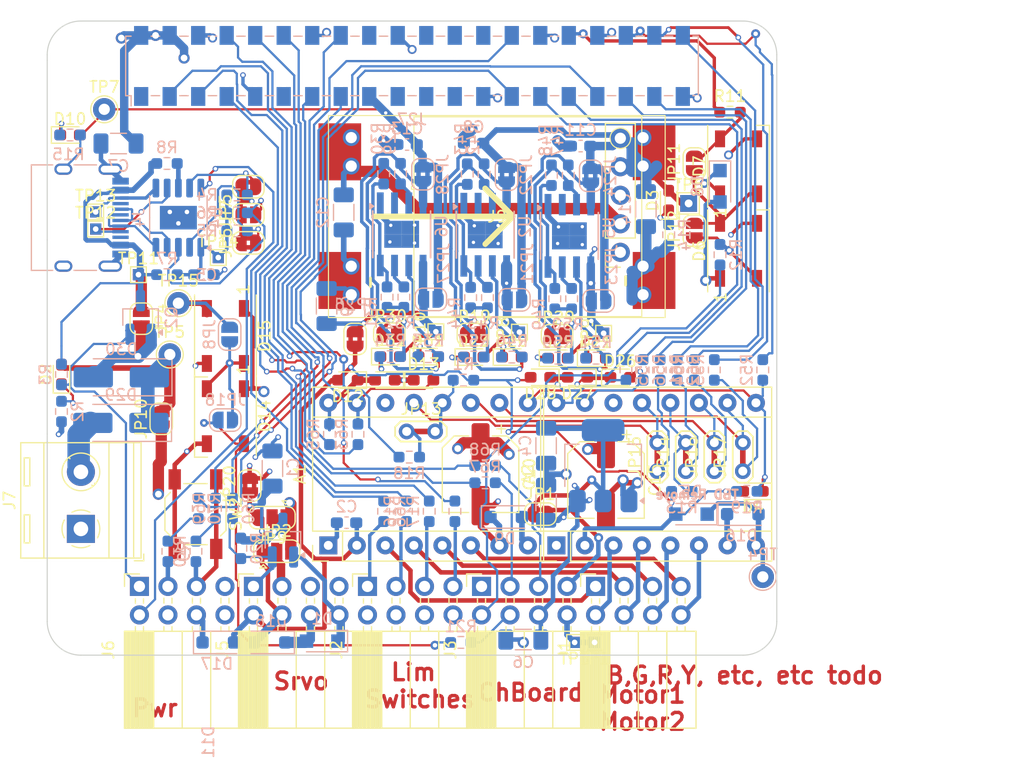
<source format=kicad_pcb>
(kicad_pcb (version 20240108) (generator "pcbnew") (generator_version "8.0")
  (layers (0 "F.Cu" signal) (1 "In1.Cu" mixed) (2 "In2.Cu" mixed) (31 "B.Cu" signal) (34 "B.Paste" user) (35 "F.Paste" user) (36 "B.SilkS" user "B.Silkscreen") (37 "F.SilkS" user "F.Silkscreen") (38 "B.Mask" user) (39 "F.Mask" user) (44 "Edge.Cuts" user))
  (net 0 "")
  (net 1 "GND")
  (net 2 "/CNC/VMOT")
  (net 3 "/DIR1")
  (net 4 "/CNC/(CS{slash}I1)1")
  (net 5 "/CNC/SDO{slash}I2")
  (net 6 "Net-(A1-2B)")
  (net 7 "Net-(A1-1A)")
  (net 9 "/CNC/VIO")
  (net 10 "/CNC/SDI{slash}MS1")
  (net 11 "/ENBL")
  (net 12 "/CNC/SCK{slash}MS2")
  (net 13 "Net-(A1-2A)")
  (net 14 "/STEP1")
  (net 15 "Net-(A1-1B)")
  (net 16 "/DIR2")
  (net 17 "/STEP2")
  (net 18 "Net-(A2-2A)")
  (net 19 "/CNC/(CS{slash}I1)2")
  (net 20 "Net-(A2-1B)")
  (net 21 "Net-(A2-1A)")
  (net 23 "Net-(A2-2B)")
  (net 24 "/Power/UNLIM_5V")
  (net 25 "/PI_3V3")
  (net 26 "Net-(D2-K)")
  (net 27 "/Power/UNLIM_VIN")
  (net 28 "Net-(D3-K)")
  (net 29 "/ChessBoard/LED_OUT")
  (net 30 "Net-(D6-DIN)")
  (net 31 "/CH_5V")
  (net 32 "Net-(D7-VDD)")
  (net 33 "Net-(D10-K)")
  (net 34 "/ChessBoard/LED_IN_REAL")
  (net 35 "Net-(D14-DOUT)")
  (net 36 "/ChessBoard/3V3")
  (net 37 "Net-(D20-A)")
  (net 38 "Net-(D20-K)")
  (net 39 "Net-(D21-A)")
  (net 40 "Net-(D21-K)")
  (net 41 "Net-(D23-K)")
  (net 42 "Net-(D25-K)")
  (net 43 "/PI_5V")
  (net 44 "Net-(D29-A)")
  (net 45 "Net-(D30-A)")
  (net 46 "Net-(D31-A)")
  (net 47 "Net-(D31-K)")
  (net 48 "/Power/CNC_VIO")
  (net 49 "Net-(D32-K)")
  (net 50 "/LED_DATA")
  (net 51 "Net-(J3-Pin_7)")
  (net 52 "/CH_SDA")
  (net 53 "/CH_SCL")
  (net 54 "Net-(U4-DM)")
  (net 55 "Net-(J4-CC1)")
  (net 56 "Net-(U4-DP)")
  (net 57 "Net-(JP4-A)")
  (net 58 "Net-(J4-CC2)")
  (net 59 "/ID_SDA")
  (net 60 "/ID_SCL")
  (net 61 "/ChessBoard/LED_IN")
  (net 62 "Net-(J27-Pin_27)")
  (net 63 "Net-(J27-Pin_28)")
  (net 64 "/CNC/SERVO_VIN")
  (net 65 "Net-(JP5-B)")
  (net 66 "Net-(JP6-B)")
  (net 67 "Net-(JP7-B)")
  (net 68 "Net-(JP9-C)")
  (net 69 "/MOT_CS1")
  (net 70 "/MOT_CS2")
  (net 71 "/MOT_SDO")
  (net 72 "/MOT_SCK")
  (net 73 "/MOT_SDI")
  (net 74 "/MAG_PWM")
  (net 75 "Net-(D1-K)")
  (net 76 "/Power/CH_VDD")
  (net 77 "Net-(U4-VBUS)")
  (net 78 "Net-(U6-OVLO)")
  (net 79 "Net-(U6-ILim)")
  (net 80 "Net-(U6-~{FLT})")
  (net 81 "Net-(U2-OVLO)")
  (net 82 "Net-(U2-ILim)")
  (net 83 "Net-(U2-~{FLT})")
  (net 84 "Net-(U5-OVLO)")
  (net 85 "Net-(U5-ILim)")
  (net 86 "Net-(U5-~{FLT})")
  (net 87 "/LIM_SW1")
  (net 88 "/LIM_SW2")
  (net 89 "/LIM_SW3")
  (net 90 "/LIM_SW4")
  (net 94 "Net-(J3-Pin_8)")
  (net 95 "/Power/PWR_SW_B")
  (net 96 "/Power/PWR_SW_A")
  (net 98 "Net-(J27-Pin_16)")
  (net 99 "Net-(J27-Pin_36)")
  (net 100 "Net-(J27-Pin_29)")
  (net 101 "Net-(J27-Pin_12)")
  (net 102 "Net-(J27-Pin_37)")
  (net 103 "Net-(J27-Pin_7)")
  (net 104 "/LCD_CS")
  (net 105 "/LCD_RS")
  (net 106 "Net-(J27-Pin_40)")
  (net 107 "Net-(J27-Pin_31)")
  (net 108 "/TP_CS")
  (net 109 "/TP_SO")
  (net 110 "Net-(J27-Pin_35)")
  (net 111 "/TP_IRQ")
  (net 112 "Net-(J27-Pin_3)")
  (net 113 "Net-(J27-Pin_8)")
  (net 114 "Net-(J27-Pin_15)")
  (net 115 "/LCD_RST")
  (net 116 "Net-(J27-Pin_33)")
  (net 117 "Net-(J27-Pin_13)")
  (net 118 "Net-(J27-Pin_38)")
  (net 119 "Net-(J27-Pin_5)")
  (net 120 "Net-(J27-Pin_10)")
  (net 121 "/LED{slash}TP_SCK")
  (net 122 "/LCD{slash}TP_SI")
  (net 123 "Net-(JP19-B)")
  (net 124 "Net-(JP29-B)")
  (net 125 "Net-(JP30-B)")
  (net 126 "Net-(R70-Pad1)")
  (net 127 "Net-(R10-Pad1)")
  (net 128 "Net-(J5-Pin_3)")
  (net 129 "Net-(J27-Pin_32)")
  (net 130 "Net-(J3-Pin_4)")
  (net 131 "Net-(D6-DOUT)")
  (footprint "Jumper:SolderJumper-2_P1.3mm_Open_RoundedPad1.0x1.5mm" (layer "F.Cu") (at 145.424125 71.5405 180)
    (property "Reference" "JP29")
    (property "Value" "SolderJumper_2_Open")
  )
  (footprint "LED_SMD:LED_0603_1608Metric_Pad1.05x0.95mm_HandSolder" (layer "F.Cu") (at 130.085 75.496 180)
    (property "Reference" "D11")
    (property "Value" "G")
  )
  (footprint "0chessbot-parts:mini560" (layer "F.Cu") (at 140.0694 60.935875 -90)
    (property "Reference" "J9")
    (property "Value" "mini560 voltage regulator" (hide yes))
  )
  (footprint "LED_SMD:LED_0603_1608Metric_Pad1.05x0.95mm_HandSolder" (layer "F.Cu") (at 162.879 85.402 180)
    (property "Reference" "D4")
    (property "Value" "Y")
  )
  (footprint "0chessbot-parts:Bridged_TestPoint_2Pads_Pitch2.54mm_Drill0.8mm" (layer "F.Cu") (at 132.024 80.068)
    (property "Reference" "JP13")
    (property "Value" "Jumper_2_Bridged")
  )
  (footprint "MountingHole:MountingHole_2.7mm_M2.5" (layer "F.Cu") (at 103.5 47.5)
    (property "Reference" "MH1" (hide yes))
    (property "Value" "MountingHole_2.7mm_M2.5" (hide yes))
  )
  (footprint "LED_SMD:LED_0603_1608Metric_Pad1.05x0.95mm_HandSolder" (layer "F.Cu") (at 141.399125 73.4405)
    (property "Reference" "D20")
    (property "Value" "R")
  )
  (footprint "TestPoint:TestPoint_THTPad_D2.0mm_Drill1.0mm" (layer "F.Cu") (at 110.922 73.21)
    (property "Reference" "TP5")
    (property "Value" "TestPoint")
  )
  (footprint "0chessbot-parts:reg15d" (layer "F.Cu") (at 152.972925 69.8345 90)
    (property "Reference" "J11" (hide yes))
    (property "Value" "Pololu Voltage Regulator")
  )
  (footprint "TestPoint:TestPoint_THTPad_1.0x1.0mm_Drill0.5mm" (layer "F.Cu") (at 142.074125 71.2205 90)
    (property "Reference" "TP8")
    (property "Value" "TestPoint")
  )
  (footprint "LED_SMD:LED_0603_1608Metric_Pad1.05x0.95mm_HandSolder" (layer "F.Cu") (at 102.032 53.652)
    (property "Reference" "D10")
    (property "Value" "Y")
  )
  (footprint "MountingHole:MountingHole_2.7mm_M2.5" (layer "F.Cu") (at 103.5 96.5)
    (property "Reference" "MH3" (hide yes))
    (property "Value" "MountingHole_2.7mm_M2.5" (hide yes))
  )
  (footprint "MountingHole:MountingHole_2.7mm_M2.5" (layer "F.Cu") (at 161.5 70.5)
    (property "Reference" "MH4" (hide yes))
    (property "Value" "MountingHole_2.7mm_M2.5" (hide yes))
  )
  (footprint "TerminalBlock_RND:TerminalBlock_RND_205-00287_1x02_P5.08mm_Horizontal" (layer "F.Cu") (at 103 88.75 90)
    (property "Reference" "J7")
    (property "Value" "Screw_Terminal_01x02")
  )
  (footprint "MountingHole:MountingHole_2.7mm_M2.5" (layer "F.Cu") (at 161.5 47.5)
    (property "Reference" "MH2" (hide yes))
    (property "Value" "MountingHole_2.7mm_M2.5" (hide yes))
  )
  (footprint "TestPoint:TestPoint_THTPad_D2.0mm_Drill1.0mm" (layer "F.Cu") (at 105.08 51.366)
    (property "Reference" "TP7")
    (property "Value" "TestPoint")
  )
  (footprint "LED_SMD:LED_0603_1608Metric_Pad1.05x0.95mm_HandSolder" (layer "F.Cu") (at 143.942 75.242 180)
    (property "Reference" "D28")
    (property "Value" "R")
  )
  (footprint "Resistor_SMD:R_0603_1608Metric_Pad0.98x0.95mm_HandSolder" (layer "F.Cu") (at 160.833 51.62)
    (property "Reference" "R11")
    (property "Value" "1k")
  )
  (footprint "Connector_PinSocket_2.54mm:PinSocket_2x04_P2.54mm_Horizontal" (layer "F.Cu") (at 138.695 93.874 90)
    (property "Reference" "J3")
    (property "Value" "Conn_02x04_Counter_Clockwise")
  )
  (footprint "Jumper:SolderJumper-2_P1.3mm_Open_RoundedPad1.0x1.5mm" (layer "F.Cu") (at 130.479125 71.4005 180)
    (property "Reference" "JP30")
    (property "Value" "SolderJumper_2_Open")
  )
  (footprint "LED_SMD:LED_WS2812B_PLCC4_5.0x5.0mm_P3.2mm" (layer "F.Cu") (at 161.594 63.976 90)
    (property "Reference" "D6")
    (property "Value" "WS2812B")
  )
  (footprint "LED_SMD:LED_0603_1608Metric_Pad1.05x0.95mm_HandSolder" (layer "F.Cu") (at 148.899125 73.5405)
    (property "Reference" "D21")
    (property "Value" "R")
  )
  (footprint "MountingHole:MountingHole_2.7mm_M2.5" (layer "F.Cu") (at 161.5 96.5)
    (property "Reference" "MH4" (hide yes))
    (property "Value" "MountingHole_2.7mm_M2.5" (hide yes))
  )
  (footprint "LED_SMD:LED_0603_1608Metric_Pad1.05x0.95mm_HandSolder" (layer "F.Cu") (at 147.244 75.242 180)
    (property "Reference" "D27")
    (property "Value" "G")
  )
  (footprint "LED_SMD:LED_0603_1608Metric_Pad1.05x0.95mm_HandSolder" (layer "F.Cu") (at 126.783 75.496 180)
    (property "Reference" "D12")
    (property "Value" "R")
  )
  (footprint "0chessbot-parts:Bridged_TestPoint_2Pads_Pitch2.54mm_Drill0.8mm" (layer "F.Cu") (at 154.356 83.604 90)
    (property "Reference" "JP15")
    (property "Value" "Jumper_2_Bridged")
  )
  (footprint "Jumper:SolderJumper-2_P1.3mm_Bridged2Bar_RoundedPad1.0x1.5mm" (layer "F.Cu") (at 110.16 78.94 90)
    (property "Reference" "JP10")
    (property "Value" "SolderJumper_2_Bridged")
  )
  (footprint "Connector_PinSocket_2.54mm:PinSocket_2x04_P2.54mm_Horizontal" (layer "F.Cu") (at 128.535 93.874 90)
    (property "Reference" "J2")
    (property "Value" "Conn_02x04_Row_Letter_Last")
  )
  (footprint "Connector_PinSocket_2.54mm:PinSocket_2x04_P2.54mm_Horizontal" (layer "F.Cu") (at 148.855 93.874 90)
    (property "Reference" "J1")
    (property "Value" "Conn_02x04_Counter_Clockwise")
  )
  (footprint "Jumper:SolderJumper-2_P1.3mm_Bridged2Bar_RoundedPad1.0x1.5mm" (layer "F.Cu") (at 117.922 63.264)
    (property "Reference" "JP6")
    (property "Value" "SolderJumper_2_Bridged")
  )
  (footprint "Jumper:SolderJumper-2_P1.3mm_Bridged2Bar_RoundedPad1.0x1.5mm" (layer "F.Cu") (at 127.432 71.828 90)
    (property "Reference" "JP26")
    (property "Value" "SolderJumper_2_Bridged")
  )
  (footprint "Jumper:SolderJumper-2_P1.3mm_Open_RoundedPad1.0x1.5mm" (layer "F.Cu") (at 108.382 70.02 -90)
    (property "Reference" "JP4")
    (property "Value" "SolderJumper_2_Open")
  )
  (footprint "TestPoint:TestPoint_THTPad_D2.0mm_Drill1.0mm" (layer "F.Cu") (at 111.684 68.638)
    (property "Reference" "TP15")
    (property "Value" "TestPoint")
  )
  (footprint "TestPoint:TestPoint_THTPad_1.0x1.0mm_Drill0.5mm" (layer "F.Cu") (at 115.24 64.574)
    (property "Reference" "TP14")
    (property "Value" "TestPoint")
  )
  (footprint "Jumper:SolderJumper-2_P1.3mm_Open_RoundedPad1.0x1.5mm" (layer "F.Cu") (at 157.658 56.192 90)
    (property "Reference" "JP11")
    (property "Value" "SolderJumper_2_Open")
  )
  (footprint "0chessbot-parts:Bridged_TestPoint_2Pads_Pitch2.54mm_Drill0.8mm" (layer "F.Cu") (at 159.436 83.604 90)
    (property "Reference" "JP16")
    (property "Value" "Jumper_2_Bridged")
  )
  (footprint "TestPoint:TestPoint_THTPad_1.0x1.0mm_Drill0.5mm" (layer "F.Cu") (at 108.128 66.098)
    (property "Reference" "TP11")
    (property "Value" "TestPoint")
  )
  (footprint "LED_SMD:LED_0603_1608Metric_Pad1.05x0.95mm_HandSolder" (layer "F.Cu") (at 101.27 74.988 90)
    (property "Reference" "D2")
    (property "Value" "Y")
  )
  (footprint "LED_SMD:LED_0603_1608Metric_Pad1.05x0.95mm_HandSolder" (layer "F.Cu") (at 130.554125 73.4005)
    (property "Reference" "D32")
    (property "Value" "G")
  )
  (footprint "LED_SMD:LED_0603_1608Metric_Pad1.05x0.95mm_HandSolder" (layer "F.Cu") (at 133.954125 73.4005)
    (property "Reference" "D31")
    (property "Value" "R")
  )
  (footprint "LED_SMD:LED_WS2812B_PLCC4_5.0x5.0mm_P3.2mm" (layer "F.Cu") (at 115.876 78.708 -90)
    (property "Reference" "D14")
    (property "Value" "WS2812B")
  )
  (footprint "LED_SMD:LED_0603_1608Metric_Pad1.05x0.95mm_HandSolder" (layer "F.Cu") (at 155.372 59.494 90)
    (property "Reference" "D3")
    (property "Value" "Y")
  )
  (footprint "TestPoint:TestPoint_THTPad_1.0x1.0mm_Drill0.5mm" (layer "F.Cu") (at 104.318 62.034)
    (property "Reference" "TP12")
    (property "Value" "TestPoint")
  )
  (footprint "Connector_PinSocket_2.54mm:PinSocket_2x04_P2.54mm_Horizontal" (layer "F.Cu") (at 108.215 93.874 90)
    (property "Reference" "J6")
    (property "Value" "Conn_02x04_Counter_Clockwise")
  )
  (footprint "LED_SMD:LED_0603_1608Metric_Pad1.05x0.95mm_HandSolder" (layer "F.Cu") (at 145.499125 73.5405)
    (property "Reference" "D25")
    (property "Value" "G")
  )
  (footprint "TestPoint:TestPoint_THTPad_1.5x1.5mm_Drill0.7mm" (layer "F.Cu") (at 157.15 59.748)
    (property "Reference" "TP6")
    (property "Value" "TestPoint")
  )
  (footprint "Jumper:SolderJumper-2_P1.3mm_Open_RoundedPad1.0x1.5mm" (layer "F.Cu") (at 117.922 60.764)
    (property "Reference" "JP7")
    (property "Value" "SolderJumper_2_Open")
  )
  (footprint "Jumper:SolderJumper-2_P1.3mm_Open_RoundedPad1.0x1.5mm" (layer "F.Cu") (at 137.924125 71.4405 180)
    (property "Reference" "JP19")
    (property "Value" "SolderJumper_2_Open")
  )
  (footprint "TestPoint:TestPoint_THTPad_1.0x1.0mm_Drill0.5mm" (layer "F.Cu") (at 134.629125 71.1805 90)
    (property "Reference" "TP10")
    (property "Value" "TestPoint")
  )
  (footprint "LED_SMD:LED_0603_1608Metric_Pad1.05x0.95mm_HandSolder" (layer "F.Cu") (at 133.528 75.496)
    (property "Reference" "D13")
    (property "Value" "G")
  )
  (footprint "0chessbot-parts:Bridged_TestPoint_2Pads_Pitch2.54mm_Drill0.8mm" (layer "F.Cu") (at 161.976 83.604 90)
    (property "Reference" "JP17")
    (property "Value" "Jumper_2_Bridged")
  )
  (footprint "0chessbot-parts:Bridged_TestPoint_2Pads_Pitch2.54mm_Drill0.8mm" (layer "F.Cu") (at 156.896 83.604 90)
    (property "Reference" "JP14")
    (property "Value" "Jumper_2_Bridged")
  )
  (footprint "Connector_PinSocket_2.54mm:PinSocket_2x04_P2.54mm_Horizontal" (layer "F.Cu") (at 118.375 93.874 90)
    (property "Reference" "J5")
    (property "Value" "Conn_02x04_Row_Letter_First")
  )
  (footprint "TestPoint:TestPoint_THTPad_1.0x1.0mm_Drill0.5mm" (layer "F.Cu") (at 146.99 98.864 180)
    (property "Reference" "TP3")
    (property "Value" "TestPoint")
  )
  (footprint "LED_SMD:LED_WS2812B_PLCC4_5.0x5.0mm_P3.2mm" (layer "F.Cu") (at 161.595 56.446 90)
    (property "Reference" "D7")
    (property "Value" "WS2812B")
  )
  (footprint "LED_SMD:LED_0603_1608Metric_Pad1.05x0.95mm_HandSolder" (layer "F.Cu") (at 137.999125 73.4405)
    (property "Reference" "D23")
    (property "Value" "G")
  )
  (footprint "LED_SMD:LED_WS2812B_PLCC4_5.0x5.0mm_P3.2mm" (layer "F.Cu") (at 115.876 71.559 -90)
    (property "Reference" "D15")
    (property "Value" "WS2812B")
  )
  (footprint "Module:Pololu_Breakout-16_15.2x20.3mm" (layer "F.Cu") (at 145.3644 90.218 90)
    (property "Reference" "A2")
    (property "Value" "SilentStepStick TMC5160T")
  )
  (footprint "Jumper:SolderJumper-2_P1.3mm_Open_RoundedPad1.0x1.5mm" (layer "F.Cu") (at 157.658 62.176 90)
    (property "Reference" "JP12")
    (property "Value" "SolderJumper_2_Open")
  )
  (footprint "TestPoint:TestPoint_THTPad_1.0x1.0mm_Drill0.5mm" (layer "F.Cu") (at 149.574125 71.3205 90)
    (property "Reference" "TP9")
    (property "Value" "TestPoint")
  )
  (footprint "Jumper:SolderJumper-2_P1.3mm_Bridged2Bar_RoundedPad1.0x1.5mm" (layer "F.Cu") (at 143.942 87.434 180)
    (property "Reference" "JP1")
    (property "Value" "SolderJumper_2_Bridged")
  )
  (footprint "LED_SMD:LED_0603_1608Metric_Pad1.05x0.95mm_HandSolder" (layer "F.Cu") (at 151.054 75.242)
    (property "Reference" "D26")
    (property "Value" "G")
  )
  (footprint "TestPoint:TestPoint_THTPad_1.0x1.0mm_Drill0.5mm" (layer "F.Cu") (at 148.768 98.864 180)
    (property "Reference" "TP1")
    (property "Value" "TestPoint")
  )
  (footprint "Jumper:SolderJumper-3_P1.3mm_Bridged12_RoundedPad1.0x1.5mm" (layer "F.Cu") (at 120.036 87.75 180)
    (property "Reference" "JP9")
    (property "Value" "SolderJumper_3_Bridged12")
  )
  (footprint "Capacitor_SMD:CP_Elec_6.3x5.4" (layer "F.Cu") (at 149.784 84.392 -90)
    (property "Reference" "C15")
    (property "Value" "100u")
  )
  (footprint "Capacitor_SMD:CP_Elec_6.3x5.4" (layer "F.Cu") (at 138.608 83.878 -90)
    (property "Reference" "C10")
    (property "Value" "100u")
  )
  (footprint "Module:Pololu_Breakout-16_15.2x20.3mm" (layer "F.Cu") (at 125.0444 90.218 90)
    (property "Reference" "A1")
    (property "Value" "Pololu_Breakout_MP6500")
  )
  (footprint "Button_Switch_SMD:SW_SPST_SKQG_WithStem" (layer "F.Cu") (at 113.208 87.434 -90)
    (property "Reference" "SW2")
    (property "Value" "SW_Push TODO FP CHECK")
  )
  (footprint "TestPoint:TestPoint_THTPad_1.0x1.0mm_Drill0.5mm" (layer "F.Cu") (at 104.318 60.51)
    (property "Reference" "TP13")
    (property "Value" "TestPoint")
  )
  (footprint "MountingHole:MountingHole_2.7mm_M2.5" (layer "F.Cu") (at 103.5 70.5)
    (property "Reference" "MH3" (hide yes))
    (property "Value" "MountingHole_2.7mm_M2.5" (hide yes))
  )
  (footprint "Jumper:SolderJumper-3_P1.3mm_Bridged12_RoundedPad1.0x1.5mm" (layer "F.Cu") (at 120.45 90.736)
    (property "Reference" "JP2")
    (property "Value" "SolderJumper_3_Bridged12")
  )
  (footprint "Jumper:SolderJumper-2_P1.3mm_Bridged2Bar_RoundedPad1.0x1.5mm" (layer "F.Cu") (at 117.922 58.264)
    (property "Reference" "JP5")
    (property "Value" "SolderJumper_2_Bridged")
  )
  (footprint "Jumper:SolderJumper-2_P1.3mm_Bridged2Bar_RoundedPad1.0x1.5mm" (layer "F.Cu") (at 118.034 84.894 90)
    (property "Reference" "JP20")
    (property "Value" "SolderJumper_2_Bridged")
  )
  (footprint "Diode_SMD:Nexperia_CFP3_SOD-123W" (layer "B.Cu") (at 159.944 58.224 -90)
    (property "Reference" "D8")
    (property "Value" "SM4007PL")
  )
  (footprint "Resistor_SMD:R_0603_1608Metric_Pad0.98x0.95mm_HandSolder" (layer "B.Cu") (at 155.372 62.542 90)
    (property "Reference" "R14")
    (property "Value" "1k")
  )
  (footprint "Resistor_SMD:R_0603_1608Metric_Pad0.98x0.95mm_HandSolder" (layer "B.Cu") (at 110.668 56.192 180)
    (property "Reference" "R8")
    (property "Value" "10k")
  )
  (footprint "Capacitor_SMD:C_1206_3216Metric_Pad1.33x1.80mm_HandSolder" (layer "B.Cu") (at 144.45 81.338 -90)
    (property "Reference" "C4")
    (property "Value" "22uF")
  )
  (footprint "Resistor_SMD:R_0603_1608Metric_Pad0.98x0.95mm_HandSolder" (layer "B.Cu") (at 145.224125 68.2405 -90)
    (property "Reference" "R49")
    (property "Value" "47k")
  )
  (footprint "Resistor_SMD:R_0603_1608Metric_Pad0.98x0.95mm_HandSolder" (layer "B.Cu") (at 146.724125 68.2405 -90)
    (property "Reference" "R50")
    (property "Value" "470R")
  )
  (footprint "Jumper:SolderJumper-2_P1.3mm_Open_RoundedPad1.0x1.5mm" (layer "B.Cu") (at 134.179125 68.3005)
    (property "Reference" "JP27")
    (property "Value" "Bypass")
  )
  (footprint "Capacitor_SMD:C_1206_3216Metric_Pad1.33x1.80mm_HandSolder" (layer "B.Cu") (at 144.45 86.418 90)
    (property "Reference" "C3" (hide yes))
    (property "Value" "22uF")
  )
  (footprint "Resistor_SMD:R_0603_1608Metric_Pad0.98x0.95mm_HandSolder" (layer "B.Cu") (at 151.562 74.5835 90)
    (property "Reference" "R55")
    (property "Value" "1k")
  )
  (footprint "Resistor_SMD:R_0603_1608Metric_Pad0.98x0.95mm_HandSolder" (layer "B.Cu") (at 131.779125 68.1005 -90)
    (property "Reference" "R32")
    (property "Value" "3.6k")
  )
  (footprint "Resistor_SMD:R_0603_1608Metric_Pad0.98x0.95mm_HandSolder" (layer "B.Cu") (at 153.086 74.5835 90)
    (property "Reference" "R56")
    (property "Value" "1k")
  )
  (footprint "Connector_USB:USB_C_Receptacle_HRO_TYPE-C-31-M-12" (layer "B.Cu") (at 102.488 61.018 90)
    (property "Reference" "J4")
    (property "Value" "USB_C_Receptacle_USB2.0_14P")
  )
  (footprint "Resistor_SMD:R_0603_1608Metric_Pad0.98x0.95mm_HandSolder" (layer "B.Cu") (at 162.3335 85.402)
    (property "Reference" "R19")
    (property "Value" "10k")
  )
  (footprint "Jumper:SolderJumper-2_P1.3mm_Bridged2Bar_RoundedPad1.0x1.5mm" (layer "B.Cu") (at 133.479125 57.1505 90)
    (property "Reference" "JP28")
    (property "Value" "SolderJumper_2_Bridged")
  )
  (footprint "Resistor_SMD:R_0603_1608Metric_Pad0.98x0.95mm_HandSolder" (layer "B.Cu") (at 136.8535 98.864 180)
    (property "Reference" "R21")
    (property "Value" "1k")
  )
  (footprint "Jumper:SolderJumper-2_P1.3mm_Open_RoundedPad1.0x1.5mm" (layer "B.Cu") (at 115.86 79.052 180)
    (property "Reference" "JP18")
    (property "Value" "SolderJumper_2_Open")
  )
  (footprint "Resistor_SMD:R_0603_1608Metric_Pad0.98x0.95mm_HandSolder" (layer "B.Cu") (at 137.999125 73.4405 180)
    (property "Reference" "R57")
    (property "Value" "1k")
  )
  (footprint "Resistor_SMD:R_0603_1608Metric_Pad0.98x0.95mm_HandSolder" (layer "B.Cu") (at 137.724125 68.1405 -90)
    (property "Reference" "R44")
    (property "Value" "47k")
  )
  (footprint "Resistor_SMD:R_0603_1608Metric_Pad0.98x0.95mm_HandSolder" (layer "B.Cu") (at 125.146 80.322 -90)
    (property "Reference" "R65")
    (property "Value" "1k")
  )
  (footprint "Capacitor_SMD:C_1206_3216Metric_Pad1.33x1.80mm_HandSolder" (layer "B.Cu") (at 106.35 54.414 180)
    (property "Reference" "C7")
    (property "Value" "22uF")
  )
  (footprint "Resistor_SMD:R_0603_1608Metric_Pad0.98x0.95mm_HandSolder" (layer "B.Cu") (at 137.424125 57.1405 -90)
    (property "Reference" "R43")
    (property "Value" "10k")
  )
  (footprint "Capacitor_SMD:C_1206_3216Metric_Pad1.33x1.80mm_HandSolder" (layer "B.Cu") (at 126.416 60.5485 -90)
    (property "Reference" "C12")
    (property "Value" "22uF")
  )
  (footprint "Resistor_SMD:R_0603_1608Metric_Pad0.98x0.95mm_HandSolder" (layer "B.Cu") (at 113.25 90.75 -90)
    (property "Reference" "R10")
    (property "Value" "1k")
  )
  (footprint "Resistor_SMD:R_0603_1608Metric_Pad0.98x0.95mm_HandSolder" (layer "B.Cu") (at 113.462 86.926 90)
    (property "Reference" "R70")
    (property "Value" "100")
  )
  (footprint "Resistor_SMD:R_0603_1608Metric_Pad0.98x0.95mm_HandSolder" (layer "B.Cu") (at 116.918 58.992)
    (property "Reference" "R4")
    (property "Value" "1k")
  )
  (footprint "Resistor_SMD:R_0603_1608Metric_Pad0.98x0.95mm_HandSolder" (layer "B.Cu") (at 130.554125 73.4005 180)
    (property "Reference" "R34")
    (property "Value" "1k")
  )
  (footprint "Package_SO:TI_SO-PowerPAD-8" (layer "B.Cu") (at 139.024125 62.5405 -90)
    (property "Reference" "U2")
    (property "Value" "TPS25963x")
  )
  (footprint "Resistor_SMD:R_0603_1608Metric_Pad0.98x0.95mm_HandSolder" (layer "B.Cu") (at 139.224125 68.1405 -90)
    (property "Reference" "R45")
    (property "Value" "470R")
  )
  (footprint "Resistor_SMD:R_0603_1608Metric_Pad0.98x0.95mm_HandSolder" (layer "B.Cu") (at 163.754 74.5835 -90)
    (property "Reference" "R52")
    (property "Value" "1k")
  )
  (footprint "Capacitor_SMD:C_1206_3216Metric_Pad1.33x1.80mm_HandSolder" (layer "B.Cu") (at 124.892 68.892 90)
    (property "Reference" "C9")
    (property "Value" "22uF")
  )
  (footprint "Capacitor_SMD:C_0603_1608Metric_Pad1.08x0.95mm_HandSolder" (layer "B.Cu") (at 113.97 66.098)
    (property "Reference" "C5")
    (property "Value" "1u")
  )
  (footprint "Package_SO:TI_SO-PowerPAD-8" (layer "B.Cu") (at 131.579125 62.5005 -90)
    (property "Reference" "U6")
    (property "Value" "TPS25963x")
  )
  (footprint "Resistor_SMD:R_0603_1608Metric_Pad0.98x0.95mm_HandSolder" (layer "B.Cu") (at 156.134 74.5835 90)
    (property "Reference" "R62")
    (property "Value" "1k")
  )
  (footprint "Diode_SMD:D_SOD-123F" (layer "B.Cu") (at 161.976 87.434)
    (property "Reference" "D16")
    (property "Value" "20V+ D_TVS")
  )
  (footprint "Resistor_SMD:R_0603_1608Metric_Pad0.98x0.95mm_HandSolder" (layer "B.Cu") (at 154.61 74.5835 90)
    (property "Reference" "R61")
    (property "Value" "100")
  )
  (footprint "Resistor_SMD:R_0603_1608Metric_Pad0.98x0.95mm_HandSolder" (layer "B.Cu") (at 132.258 82.354)
    (property "Reference" "R18")
    (property "Value" "1k")
  )
  (footprint "Resistor_SMD:R_0603_1608Metric_Pad0.98x0.95mm_HandSolder" (layer "B.Cu") (at 131.479125 57.1005 -90)
    (property "Reference" "R29")
    (property "Value" "82k")
  )
  (footprint "Resistor_SMD:R_0603_1608Metric_Pad0.98x0.95mm_HandSolder" (layer "B.Cu") (at 101.27 74.988 -90)
    (property "Reference" "R3")
    (property "Value" "10k")
  )
  (footprint "Resistor_SMD:R_0603_1608Metric_Pad0.98x0.95mm_HandSolder" (layer "B.Cu") (at 130.279125 68.1005 -90)
    (property "Reference" "R31")
    (property "Value" "47k")
  )
  (footprint "Resistor_SMD:R_0603_1608Metric_Pad0.98x0.95mm_HandSolder" (layer "B.Cu") (at 116.918 62.192)
    (property "Reference" "R5")
    (property "Value" "1k")
  )
  (footprint "Capacitor_SMD:C_1206_3216Metric_Pad1.33x1.80mm_HandSolder" (layer "B.Cu") (at 142.418 98.61 180)
    (property "Reference" "C6")
    (property "Value" "22uF")
  )
  (footprint "TestPoint:TestPoint_THTPad_D2.0mm_Drill1.0mm" (layer "B.Cu") (at 163.754 93.022 180)
    (property "Reference" "TP4")
    (property "Value" "TestPoint")
  )
  (footprint "Package_TO_SOT_SMD:SOT-223-3_TabPin2" (layer "B.Cu") (at 149.53 83.116 90)
    (property "Reference" "U3" (hide yes))
    (property "Value" "AMS1117-3.3")
  )
  (footprint "Resistor_SMD:R_0603_1608Metric_Pad0.98x0.95mm_HandSolder" (layer "B.Cu") (at 141.399125 73.4405 180)
    (property "Reference" "R46")
    (property "Value" "2k")
  )
  (footprint "Resistor_SMD:R_0603_1608Metric_Pad0.98x0.95mm_HandSolder" (layer "B.Cu") (at 159.944 64.32 90)
    (property "Reference" "R12")
    (property "Value" "1k")
  )
  (footprint "Resistor_SMD:R_0603_1608Metric_Pad0.98x0.95mm_HandSolder" (layer "B.Cu") (at 116.918 60.592)
    (property "Reference" "R6")
    (property "Value" "1k")
  )
  (footprint "Diode_SMD:D_SMA_Handsoldering" (layer "B.Cu") (at 106.604 75.242 180)
    (property "Reference" "D30")
    (property "Value" "SS54")
  )
  (footprint "Resistor_SMD:R_0603_1608Metric_Pad0.98x0.95mm_HandSolder" (layer "B.Cu") (at 139.0125 84.64 180)
    (property "Reference" "R67")
    (property "Value" "100")
  )
  (footprint "Resistor_SMD:R_0603_1608Metric_Pad0.98x0.95mm_HandSolder" (layer "B.Cu") (at 145.499125 73.5405 180)
    (property "Reference" "R59")
    (property "Value" "1k")
  )
  (footprint "Resistor_SMD:R_0603_1608Metric_Pad0.98x0.95mm_HandSolder" (layer "B.Cu") (at 139.0125 83.116 180)
    (property "Reference" "R68")
    (property "Value" "100")
  )
  (footprint "Resistor_SMD:R_0603_1608Metric_Pad0.98x0.95mm_HandSolder" (layer "B.Cu") (at 133.954125 73.4005 180)
    (property "Reference" "R33")
    (property "Value" "2k")
  )
  (footprint "Resistor_SMD:R_0603_1608Metric_Pad0.98x0.95mm_HandSolder" (layer "B.Cu") (at 146.424125 57.2405 -90)
    (property "Reference" "R47")
    (property "Value" "150k")
  )
  (footprint "Resistor_SMD:R_0603_1608Metric_Pad0.98x0.95mm_HandSolder" (layer "B.Cu") (at 132.004 87.18 -90)
    (property "Reference" "R16")
    (property "Value" "1k")
  )
  (footprint "Package_TO_SOT_SMD:SOT-23_Handsoldering" (layer "B.Cu") (at 121 89.75 90)
    (property "Reference" "Q1" (hide yes))
    (property "Value" "PMOS AO3401A")
  )
  (footprint "Capacitor_SMD:C_0603_1608Metric_Pad1.08x0.95mm_HandSolder" (layer "B.Cu") (at 132.063725 54.5005 180)
    (property "Reference" "C13")
    (property "Value" "100n")
  )
  (footprint "Resistor_SMD:R_0603_1608Metric_Pad0.98x0.95mm_HandSolder" (layer "B.Cu") (at 129.972 87.18 90)
    (property "Reference" "R66")
    (property "Value" "1k")
  )
  (footprint "Resistor_SMD:R_0603_1608Metric_Pad0.98x0.95mm_HandSolder" (layer "B.Cu") (at 136.322 87.18 90)
    (property "Reference" "R64" (hide yes))
    (property "Value" "1k")
  )
  (footprint "Resistor_SMD:R_0603_1608Metric_Pad0.98x0.95mm_HandSolder" (layer "B.Cu") (at 114.986 86.926 -90)
    (property "Reference" "R69")
    (property "Value" "100")
  )
  (footprint "Capacitor_SMD:C_0603_1608Metric_Pad1.08x0.95mm_HandSolder" (layer "B.Cu") (at 147.524125 54.6405 180)
    (property "Reference" "C11")
    (property "Value" "100n")
  )
  (footprint "Diode_SMD:Nexperia_CFP3_SOD-123W" (layer "B.Cu") (at 157.404 87.434 180)
    (property "Reference" "D5")
    (property "Value" "SM4007PL")
  )
  (footprint "Resistor_SMD:R_0603_1608Metric_Pad0.98x0.95mm_HandSolder" (layer "B.Cu") (at 129.979125 57.1005 -90)
    (property "Reference" "R30")
    (property "Value" "20k")
  )
  (footprint "Jumper:SolderJumper-2_P1.3mm_Open_RoundedPad1.0x1.5mm" (layer "B.Cu") (at 116.256 71.432 -90)
    (property "Reference" "JP8")
    (property "Value" "SolderJumper_2_Open")
  )
  (footprint "Capacitor_SMD:C_0603_1608Metric_Pad1.08x0.95mm_HandSolder" (layer "B.Cu") (at 126.67 88.196 180)
    (property "Reference" "C2")
    (property "Value" "100n")
  )
  (footprint "Package_SO:TI_SO-PowerPAD-8" (layer "B.Cu") (at 146.524125 62.6405 -90)
    (property "Reference" "U5")
    (property "Value" "TPS25963x")
  )
  (footprint "Jumper:SolderJumper-2_P1.3mm_Bridged2Bar_RoundedPad1.0x1.5mm" (layer "B.Cu") (at 148.424125 57.2905 90)
    (property "Reference" "JP24")
    (property "Value" "SolderJumper_2_Bridged")
  )
  (footprint "Connector_Samtec_HLE_SMD:Samtec_HLE-120-02-xxx-DV-BE-A_2x20_P2.54mm_Horizontal" (layer "B.Cu") (at 132.5 47.5)
    (property "Reference" "J27")
    (property "Value" "GPIO")
  )
  (footprint "Resistor_SMD:R_0603_1608Metric_Pad0.98x0.95mm_HandSolder" (layer "B.Cu") (at 144.924125 57.2405 -90)
    (property "Reference" "R48")
    (property "Value" "10k")
  )
  (footprint "0chessbot-parts:SSOP-10-1EP_3.9x4.9mm_P1mm_EP2.1x3.3mm" (layer "B.Cu") (at 111.684 61.018 90)
    (property "Reference" "U4")
    (property "Value" "CH224K")
  )
  (footprint "Resistor_SMD:R_0603_1608Metric_Pad0.98x0.95mm_HandSolder" (layer "B.Cu") (at 138.924125 57.1405 -90)
    (property "Reference" "R42")
    (property "Value" "150k")
  )
  (footprint "Resistor_SMD:R_0603_1608Metric_Pad0.98x0.95mm_HandSolder" (layer "B.Cu") (at 159.436 74.5835 -90)
    (property "Reference" "R53")
    (property "Value" "100")
  )
  (footprint "Resistor_SMD:R_0603_1608Metric_Pad0.98x0.95mm_HandSolder" (layer "B.Cu") (at 156.5385 85.402)
    (property "Reference" "R13")
    (property "Value" "10k")
  )
  (footprint "Capacitor_SMD:C_1206_3216Metric_Pad1.33x1.80mm_HandSolder" (layer "B.Cu") (at 120.066 83.37 90)
    (property "Reference" "C1")
    (property "Value" "22uF")
  )
  (footprint "Jumper:SolderJumper-2_P1.3mm_Bridged2Bar_RoundedPad1.0x1.5mm" (layer "B.Cu") (at 140.924125 57.1905 90)
    (property "Reference" "JP22")
    (property "Value" "SolderJumper_2_Bridged")
  )
  (footprint "Diode_SMD:D_SOD-123F" (layer "B.Cu") (at 140.894 87.688)
    (property "Reference" "D9")
    (property "Value" "20V+ D_TVS")
  )
  (footprint "Diode_SMD:D_SMA_Handsoldering" (layer "B.Cu") (at 106.564 79.306 180)
    (property "Reference" "D29")
    (property "Value" "SS54")
  )
  (footprint "Resistor_SMD:R_0603_1608Metric_Pad0.98x0.95mm_HandSolder" (layer "B.Cu") (at 102.032 53.652 180)
    (property "Reference" "R15")
    (property "Value" "1k")
  )
  (footprint "Resistor_SMD:R_0603_1608Metric_Pad0.98x0.95mm_HandSolder" (layer "B.Cu") (at 116.51 86.926 90)
    (property "Reference" "R60")
    (property "Value" "1k")
  )
  (footprint "Resistor_SMD:R_0603_1608Metric_Pad0.98x0.95mm_HandSolder" (layer "B.Cu") (at 157.658 74.5835 -90)
    (property "Reference" "R54")
    (property "Value" "100")
  )
  (footprint "Jumper:SolderJumper-2_P1.3mm_Open_RoundedPad1.0x1.5mm" (layer "B.Cu") (at 149.124125 68.4405)
    (property "Reference" "JP23")
    (property "Value" "Bypass")
  )
  (footprint "Resistor_SMD:R_0603_1608Metric_Pad0.98x0.95mm_HandSolder" (layer "B.Cu") (at 110.75 90.75 90)
    (property "Reference" "R9")
    (property "Value" "1k")
  )
  (footprint "Resistor_SMD:R_0603_1608Metric_Pad0.98x0.95mm_HandSolder" (layer "B.Cu") (at 134.036 87.18 -90)
    (property "Reference" "R17")
    (property "Value" "1k")
  )
  (footprint "Resistor_SMD:R_0603_1608Metric_Pad0.98x0.95mm_HandSolder" (layer "B.Cu") (at 137.084 75.496 180)
    (property "Reference" "R1")
    (property "Value" "10k")
  )
  (footprint "Jumper:SolderJumper-2_P1.3mm_Open_RoundedPad1.0x1.5mm" (layer "B.Cu") (at 141.624125 68.3405)
    (property "Reference" "JP21")
    (property "Value" "Bypass")
  )
  (footprint "Diode_SMD:D_SOD-123F" (layer "B.Cu") (at 119.812 98.864 180)
    (property "Reference" "D18")
    (property "Value" "6V+ D_TVS")
  )
  (footprint "Resistor_SMD:R_0603_1608Metric_Pad0.98x0.95mm_HandSolder" (layer "B.Cu") (at 101.27 78.29 90)
    (property "Reference" "R2")
    (property "Value" "1k")
  )
  (footprint "Resistor_SMD:R_0603_1608Metric_Pad0.98x0.95mm_HandSolder" (layer "B.Cu") (at 127.686 80.322 -90)
    (property "Reference" "R63")
    (property "Value" "1k")
  )
  (footprint "Resistor_SMD:R_0603_1608Metric_Pad0.98x0.95mm_HandSolder" (layer "B.Cu") (at 148.899125 73.5405 180)
    (property "Reference" "R51")
    (property "Value" "2k")
  )
  (footprint "Capacitor_SMD:C_1206_3216Metric_Pad1.33x1.80mm_HandSolder" (layer "B.Cu") (at 153.34 60.256 -90)
    (property "Reference" "C14")
    (property "Value" "22uF")
  )
  (footprint "Resistor_SMD:R_0603_1608Metric_Pad0.98x0.95mm_HandSolder" (layer "B.Cu") (at 110.668 66.098 180)
    (property "Reference" "R7")
    (property "Value" "1k")
  )
  (footprint "Diode_SMD:D_SOD-123F" (layer "B.Cu") (at 115.24 98.864)
    (property "Reference" "D17")
    (property "Value" "3V3V+ D_TVS")
  )
  (footprint "Package_TO_SOT_SMD:SOT-23_Handsoldering" (layer "B.Cu") (at 108.316 69.908 90)
    (property "Reference" "Q2")
    (property "Value" "PMOS AO3401A")
  )
  (footprint "Capacitor_SMD:C_0603_1608Metric_Pad1.08x0.95mm_HandSolder" (layer "B.Cu") (at 137.986 54.374875 180)
    (property "Reference" "C8")
    (property "Value" "100n")
  )
  (footprint "Resistor_SMD:R_0603_1608Metric_Pad0.98x0.95mm_HandSolder" (layer "B.Cu") (at 117.25 90.482 90)
    (property "Reference" "R20")
    (property "Value" "10k")
  )
  (footprint "Diode_SMD:Nexperia_CFP3_SOD-123W" (layer "B.Cu") (at 124.5 98.75 180)
    (property "Reference" "D1")
    (property "Value" "SM4007PL")
  )
  (gr_line (start 100 47) (end 100 46.5) (stroke (width 0.1)) (layer "Edge.Cuts"))
  (gr_line (start 100 81) (end 100 97) (stroke (width 0.1)) (layer "Edge.Cuts"))
  (gr_arc (start 100 46.5) (mid 100.87868 44.37868) (end 103 43.5) (stroke (width 0.1)) (layer "Edge.Cuts"))
  (gr_line (start 103 100) (end 162 100) (stroke (width 0.1)) (layer "Edge.Cuts"))
  (gr_line (start 165 97) (end 165 47) (stroke (width 0.1)) (layer "Edge.Cuts"))
  (gr_line (start 162 43.5) (end 103 43.5) (stroke (width 0.1)) (layer "Edge.Cuts"))
  (gr_line (start 100 63) (end 100 80.3) (stroke (width 0.1)) (layer "Edge.Cuts"))
  (gr_arc (start 162 43.5) (mid 164.1213 44.378688) (end 165 46.5) (stroke (width 0.1)) (layer "Edge.Cuts"))
  (gr_line (start 100 81) (end 100 80.3) (stroke (width 0.1)) (layer "Edge.Cuts"))
  (gr_line (start 100 47) (end 100 63) (stroke (width 0.1)) (layer "Edge.Cuts"))
  (gr_line (start 165 47) (end 165 46.5) (stroke (width 0.1)) (layer "Edge.Cuts"))
  (gr_arc (start 103 100) (mid 100.87868 99.12132) (end 100 97) (stroke (width 0.1)) (layer "Edge.Cuts"))
  (gr_arc (start 165 97) (mid 164.121314 99.121314) (end 162 100) (stroke (width 0.1)) (layer "Edge.Cuts"))
  (gr_text "Srvo" (at 120 103.2 0) (layer "F.Cu") (effects (font (size 1.5 1.5) (thickness 0.3) (bold yes)) (justify left bottom)))
  (gr_text "Pwr" (at 107.4 105.6 0) (layer "F.Cu") (effects (font (size 1.5 1.5) (thickness 0.3) (bold yes)) (justify left bottom)))
  (gr_text "B,G,R,Y, etc, etc todo" (at 149.657 102.674 0) (layer "F.Cu") (effects (font (size 1.5 1.5) (thickness 0.3) (bold yes)) (justify left bottom)))
  (gr_text "Motor1\nMotor2" (at 149 106.8 0) (layer "F.Cu") (effects (font (size 1.5 1.5) (thickness 0.3) (bold yes)) (justify left bottom)))
  (gr_text "ChBoard" (at 138.2 104.2 0) (layer "F.Cu") (effects (font (size 1.5 1.5) (thickness 0.3) (bold yes)) (justify left bottom)))
  (gr_text "Lim \nSwitches" (at 133.2 104.8 0) (layer "F.Cu") (effects (font (size 1.5 1.5) (thickness 0.3) (bold yes)) (justify bottom)))
  (gr_text "TBD Remove" (at 161.722 86.164 0) (layer "B.SilkS") (effects (font (size 0.8 0.8) (thickness 0.2) (bold yes)) (justify left bottom mirror)))
  (segment (start 111.358 84.334) (end 111.358 83.034) (width 0.4) (layer "F.Cu") (net 1))
  (segment (start 117.272 59.58) (end 117.272 59.24) (width 0.3) (layer "F.Cu") (net 1))
  (segment (start 113.134 81.158) (end 112.446 81.846) (width 0.2) (layer "F.Cu") (net 1))
  (segment (start 111.358 83.034) (end 113.234 81.158) (width 0.4) (layer "F.Cu") (net 1))
  (segment (start 151.562 84.64) (end 151.308 84.386) (width 0.5) (layer "F.Cu") (net 1))
  (segment (start 149.784 86.678) (end 149.784 85.91) (width 0.5) (layer "F.Cu") (net 1))
  (segment (start 118.201 59.58) (end 118.222 59.559) (width 0.3) (layer "F.Cu") (net 1))
  (segment (start 117.272 59.58) (end 118.201 59.58) (width 0.3) (layer "F.Cu") (net 1))
  (segment (start 131.129125 70.9505) (end 131.779125 70.3005) (width 0.3) (layer "F.Cu") (net 1))
  (segment (start 111.358 90.534) (end 111.358 84.334) (width 0.4) (layer "F.Cu") (net 1))
  (segment (start 114.226 81.158) (end 113.134 81.158) (width 0.2) (layer "F.Cu") (net 1))
  (segment (start 163.244 61.526) (end 161.934 61.526) (width 0.3) (layer "F.Cu") (net 1))
  (segment (start 117.272 63.264) (end 117.272 59.58) (width 0.3) (layer "F.Cu") (net 1))
  (segment (start 146.074125 71.0905) (end 146.724125 70.4405) (width 0.3) (layer "F.Cu") (net 1))
  (segment (start 163.245 53.996) (end 162.14 53.996) (width 0.3) (layer "F.Cu") (net 1))
  (segment (start 139.77606 86.678) (end 138.608 86.678) (width 0.5) (layer "F.Cu") (net 1))
  (segment (start 162.14 53.996) (end 160.706 55.43) (width 0.3) (layer "F.Cu") (net 1))
  (segment (start 149.784 85.91) (end 151.308 84.386) (width 0.5) (layer "F.Cu") (net 1))
  (segment (start 138.608 88.5416) (end 140.2844 90.218) (width 0.5) (layer "F.Cu") (net 1))
  (segment (start 113.425 74.009) (end 113.208 74.226) (width 0.3) (layer "F.Cu") (net 1))
  (segment (start 114.226 74.009) (end 113.425 74.009) (width 0.3) (layer "F.Cu") (net 1))
  (segment (start 111.358 83.034) (end 111.607 82.785) (width 0.4) (layer "F.Cu") (net 1))
  (segment (start 152.578 84.64) (end 151.562 84.64) (width 0.5) (layer "F.Cu") (net 1))
  (segment (start 113.234 81.158) (end 114.226 81.158) (width 0.4) (layer "F.Cu") (net 1))
  (segment (start 117.272 63.264) (end 117.272 59.24) (width 0.3) (layer "F.Cu") (net 1))
  (segment (start 138.608 86.678) (end 138.608 88.5416) (width 0.5) (layer "F.Cu") (net 1))
  (segment (start 138.574125 70.9905) (end 139.224125 70.3405) (width 0.3) (layer "F.Cu") (net 1))
  (segment (start 148.119 75.242) (end 150.179 75.242) (width 0.5) (layer "F.Cu") (net 1))
  (segment (start 117.272 59.24) (end 117.272 58.264) (width 0.3) (layer "F.Cu") (net 1))
  (segment (start 132.512 75.496) (end 131.75 75.496) (width 0.5) (layer "F.Cu") (net 1))
  (segment (start 147.849086 75.242) (end 147.223086 75.868) (width 0.2) (layer "F.Cu") (net 1))
  (segment (start 148.119 75.242) (end 147.849086 75.242) (width 0.2) (layer "F.Cu") (net 1))
  (segment (start 140.171146 86.282914) (end 139.77606 86.678) (width 0.5) (layer "F.Cu") (net 1))
  (segment (start 130.96 75.496) (end 131.75 75.496) (width 0.5) (layer "F.Cu") (net 1))
  (segment (start 161.934 61.526) (end 160.918 62.542) (width 0.3) (layer "F.Cu") (net 1))
  (via (at 146.228 83.878) (size 1) (drill 0.6) (layers "F.Cu" "B.Cu") (net 1))
  (via (at 147.674125 61.8205) (size 0.5) (drill 0.3) (layers "F.Cu" "B.Cu") (net 1))
  (via (at 115.807452 65.649452) (size 0.5) (drill 0.3) (layers "F.Cu" "B.Cu") (net 1))
  (via (at 145.466 54.16) (size 0.5) (drill 0.3) (layers "F.Cu" "B.Cu") (net 1))
  (via (at 145.552875 61.84175) (size 0.5) (drill 0.3) (layers "F.Cu" "B.Cu") (net 1))
  (via (at 147.223086 75.868) (size 0.5) (drill 0.3) (layers "F.Cu" "B.Cu") (net 1))
  (via (at 129.972 54.16) (size 0.5) (drill 0.3) (layers "F.Cu" "B.Cu") (net 1))
  (via (at 150.292 44.508) (size 0.8) (drill 0.5) (layers "F.Cu" "B.Cu") (net 1))
  (via (at 130.607875 61.70175) (size 0.5) (drill 0.3) (layers "F.Cu" "B.Cu") (net 1))
  (via (at 117.441 48.318) (size 0.5) (drill 0.3) (layers "F.Cu" "B.Cu") (net 1))
  (via (at 142.418 98.864) (size 1) (drill 0.6) (layers "F.Cu" "B.Cu") (net 1))
  (via (at 145.474125 63.3205) (size 0.5) (drill 0.3) (layers "F.Cu" "B.Cu") (net 1))
  (via (at 113.208 74.226) (size 0.5) (drill 0.3) (layers "F.Cu" "B.Cu") (net 1))
  (via (at 114.732 45.016) (size 0.8) (drill 0.5) (layers "F.Cu" "B.Cu") (net 1))
  (via (at 160.918 62.542) (size 0.5) (drill 0.3) (layers "F.Cu" "B.Cu") (net 1))
  (via (at 120.574 80.576) (size 0.5) (drill 0.3) (layers "F.Cu" "B.Cu") (net 1))
  (via (at 132.729125 61.6805) (size 0.5) (drill 0.3) (layers "F.Cu" "B.Cu") (net 1))
  (via (at 157.912 50.35) (size 0.8) (drill 0.5) (layers "F.Cu" "B.Cu") (net 1))
  (via (at 132.512 46.032) (size 0.8) (drill 0.5) (layers "F.Cu" "B.Cu") (net 1))
  (via (at 140.174125 63.3205) (size 0.5) (drill 0.3) (layers "F.Cu" "B.Cu") (net 1))
  (via (at 160.706 55.43) (size 0.8) (drill 0.5) (layers "F.Cu" "B.Cu") (net 1))
  (via (at 147.674125 63.4205) (size 0.5) (drill 0.3) (layers "F.Cu" "B.Cu") (net 1))
  (via (at 131.779125 70.3005) (size 0.5) (drill 0.3) (layers "F.Cu" "B.Cu") (net 1))
  (via (at 130.529125 63.1805) (size 0.5) (drill 0.3) (layers "F.Cu" "B.Cu") (net 1))
  (via (at 101.016 80.322) (size 0.5) (drill 0.3) (layers "F.Cu" "B.Cu") (net 1))
  (via (at 118.542 82.354) (size 0.5) (drill 0.3) (layers "F.Cu" "B.Cu") (net 1))
  (via (at 118.222 59.559) (size 0.5) (drill 0.3) (layers "F.Cu" "B.Cu") (net 1))
  (via (at 138.052875 61.74175) (size 0.5) (drill 0.3) (layers "F.Cu" "B.Cu") (net 1))
  (via (at 151.308 84.386) (size 1) (drill 0.6) (layers "F.Cu" "B.Cu") (net 1))
  (via (at 140.174125 61.7205) (size 0.5) (drill 0.3) (layers "F.Cu" "B.Cu") (net 1))
  (via (at 146.724125 70.4405) (size 0.5) (drill 0.3) (layers "F.Cu" "B.Cu") (net 1))
  (via (at 145.212 45.016) (size 0.8) (drill 0.5) (layers "F.Cu" "B.Cu") (net 1))
  (via (at 137.974125 63.2205) (size 0.5) (drill 0.3) (layers "F.Cu" "B.Cu") (net 1))
  (via (at 112.446 81.846) (size 0.5) (drill 0.3) (layers "F.Cu" "B.Cu") (net 1))
  (via (at 132.729125 63.2805) (size 0.5) (drill 0.3) (layers "F.Cu" "B.Cu") (net 1))
  (via (at 140.132 50.35) (size 0.8) (drill 0.5) (layers "F.Cu" "B.Cu") (net 1))
  (via (at 124.892 44.508) (size 0.8) (drill 0.5) (layers "F.Cu" "B.Cu") (net 1))
  (via (at 140.171146 86.282914) (size 0.5) (drill 0.3) (layers "F.Cu" "B.Cu") (net 1))
  (via (at 139.224125 70.3405) (size 0.5) (drill 0.3) (layers "F.Cu" "B.Cu") (net 1))
  (via (at 137.846 53.144) (size 0.5) (drill 0.3) (layers "F.Cu" "B.Cu") (net 1))
  (via (at 131.75 75.496) (size 0.5) (drill 0.3) (layers "F.Cu" "B.Cu") (net 1))
  (via (at 152.578 84.64) (size 1) (drill 0.6) (layers "F.Cu" "B.Cu") (net 1))
  (segment (start 113.84 98.864) (end 113.84 96.959) (width 0.5) (layer "B.Cu") (net 1))
  (segment (start 146.661625 54.6405) (end 145.9465 54.6405) (width 1) (layer "B.Cu") (net 1))
  (segment (start 126.416 64.674875) (end 127.086 65.344875) (width 0.5) (layer "B.Cu") (net 1))
  (segment (start 153.34 65.064625) (end 153.62025 65.344875) (width 1) (layer "B.Cu") (net 1))
  (segment (start 104.7875 55.8675) (end 105.618 56.698) (width 0.4) (layer "B.Cu") (net 1))
  (segment (start 144.45 83.878) (end 144.45 82.9005) (width 0.5) (layer "B.Cu") (net 1))
  (segment (start 131.779125 69.013) (end 130.279125 69.013) (width 0.3) (layer "B.Cu") (net 1))
  (segment (start 125.8075 89.4549) (end 125.0444 90.218) (width 0.4) (layer "B.Cu") (net 1))
  (segment (start 126.416 62.111) (end 126.416 64.674875) (width 0.5) (layer "B.Cu") (net 1))
  (segment (start 154.37525 64.08525) (end 154.74125 64.08525) (width 1) (layer "B.Cu") (net 1))
  (segment (start 115.358904 66.098) (end 115.807452 65.649452) (width 0.2) (layer "B.Cu") (net 1))
  (segment (start 101.27 79.2025) (end 101.27 80.068) (width 0.5) (layer "B.Cu") (net 1))
  (segment (start 101.27 80.068) (end 101.016 80.322) (width 0.5) (layer "B.Cu") (net 1))
  (segment (start 140.8555 98.61) (end 142.164 98.61) (width 0.4) (layer "B.Cu") (net 1))
  (segment (start 154.37525 64.08525) (end 152.111875 66.348625) (width 1) (layer "B.Cu") (net 1))
  (segment (start 139.224125 69.053) (end 137.724125 69.053) (width 0.3) (layer "B.Cu") (net 1))
  (segment (start 139.224125 69.053) (end 139.224125 73.128) (width 0.3) (layer "B.Cu") (net 1))
  (segment (start 140.2844 88.4784) (end 139.494 87.688) (width 0.5) (layer "B.Cu") (net 1))
  (segment (start 131.201225 54.5005) (end 130.3125 54.5005) (width 1) (layer "B.Cu") (net 1))
  (segment (start 131.779125 69.013) (end 131.779125 73.088) (width 0.3) (layer "B.Cu") (net 1))
  (segment (start 102.9445 53.652) (end 102.9445 55.1915) (width 0.2) (layer "B.Cu") (net 1))
  (segment (start 122.986 98.864) (end 123.1 98.75) (width 0.5) (layer "B.Cu") (net 1))
  (segment (start 149.01 44.78) (end 150.02 44.78) (width 0.3) (layer "B.Cu") (net 1))
  (segment (start 150.02 44.78) (end 150.292 44.508) (width 0.3) (layer "B.Cu") (net 1))
  (segment (start 117.441 49.131) (end 117.441 48.318) (width 0.3) (layer "B.Cu") (net 1))
  (segment (start 142.164 98.61) (end 142.418 98.864) (width 0.4) (layer "B.Cu") (net 1))
  (segment (start 129.674125 60.768) (end 130.607875 61.70175) (width 0.5) (layer "B.Cu") (net 1))
  (segment (start 120.066 81.8075) (end 120.066 81.084) (width 0.3) (layer "B.Cu") (net 1))
  (segment (start 129.674125 59.7205) (end 129.674125 60.768) (width 0.5) (layer "B.Cu") (net 1))
  (segment (start 138.85 50.22) (end 140.002 50.22) (width 0.3) (layer "B.Cu") (net 1))
  (segment (start 124.892 67.3295) (end 126.530625 67.3295) (width 0.4) (layer "B.Cu") (net 1))
  (segment (start 139.224125 70.3405) (end 139.224125 69.053) (width 0.3) (layer "B.Cu") (net 1))
  (segment (start 131.26 44.78) (end 132.512 46.032) (width 0.3) (layer "B.Cu") (net 1))
  (segment (start 102.9445 55.1915) (end 101.438 56.698) (width 0.2) (layer "B.Cu") (net 1))
  (segment (start 151.308 84.386) (end 151.308 85.744) (width 0.5) (layer "B.Cu") (net 1))
  (segment (start 114.496 44.78) (end 114.732 45.016) (width 0.4) (layer "B.Cu") (net 1))
  (segment (start 151.83 85.388) (end 151.83 86.266) (width 0.5) (layer "B.Cu") (net 1))
  (segment (start 137.119125 59.7605) (end 137.119125 60.808) (width 0.5) (layer "B.Cu") (net 1))
  (segment (start 123.48 96.415) (end 123.48 98.62) (width 0.75) (layer "B.Cu") (net 1))
  (segment (start 154.74125 64.08525) (end 155.372 63.4545) (width 1) (layer "B.Cu") (net 1))
  (segment (start 144.619125 60.908) (end 145.552875 61.84175) (width 0.5) (layer "B.Cu") (net 1))
  (segment (start 160.576 87.434) (end 160.576 90.1896) (width 0.5) (layer "B.Cu") (net 1))
  (segment (start 146.724125 69.153) (end 145.224125 69.153) (width 0.3) (layer "B.Cu") (net 1))
  (segment (start 145.212 83.878) (end 146.228 83.878) (width 0.5) (layer "B.Cu") (net 1))
  (segment (start 106.533 57.613) (end 105.618 56.698) (width 0.5) (layer "B.Cu") (net 1))
  (segment (start 123.61 44.78) (end 124.62 44.78) (width 0.3) (layer "B.Cu") (net 1))
  (segment (start 144.619125 59.8605) (end 144.619125 60.908) (width 0.5) (layer "B.Cu") (net 1))
  (segment (start 120.066 81.084) (end 120.574 80.576) (width 0.3) (layer "B.Cu") (net 1))
  (segment (start 137.1235 54.374875) (end 137.1235 53.8665) (width 1) (layer "B.Cu") (net 1))
  (segment (start 151.308 85.744) (end 151.83 86.266) (width 0.5) (layer "B.Cu") (net 1))
  (segment (start 114.8325 66.098) (end 115.358904 66.098) (width 0.2) (layer "B.Cu") (net 1))
  (segment (start 139.224125 73.128) (end 138.911625 73.4405) (width 0.3) (layer "B.Cu") (net 1))
  (segment (start 140.002 50.22) (end 140.132 50.35) (width 0.3) (layer "B.Cu") (net 1))
  (segment (start 152.578 84.64) (end 151.83 85.388) (width 0.5) (layer "B.Cu") (net 1))
  (segment (start 120.066 81.8075) (end 119.0885 81.8075) (width 0.3) (layer "B.Cu") (net 1))
  (segment (start 146.724125 70.4405) (end 146.724125 69.153) (width 0.3) (layer "B.Cu") (net 1))
  (segment (start 140.2844 90.218) (end 140.2844 88.4784) (width 0.5) (layer "B.Cu") (net 1))
  (segment (start 152.646125 65.814375) (end 152.111875 65.814375) (width 1) (layer "B.Cu") (net 1))
  (segment (start 113.84 96.959) (end 113.295 96.414) (width 0.5) (layer "B.Cu") (net 1))
  (segment (start 160.576 90.1896) (end 160.6044 90.218) (width 0.5) (layer "B.Cu") (net 1))
  (segment (start 146.724125 73.228) (end 146.411625 73.5405) (width 0.3) (layer "B.Cu") (net 1))
  (segment (start 146.724125 69.153) (end 146.724125 73.228) (width 0.3) (layer "B.Cu") (net 1))
  (segment (start 113.45 44.78) (end 114.496 44.78) (width 0.4) (layer "B.Cu") (net 1))
  (segment (start 131.779125 73.088) (end 131.466625 73.4005) (width 0.3) (layer "B.Cu") (net 1))
  (segment (start 121.212 98.864) (end 122.986 98.864) (width 1) (layer "B.Cu") (net 1))
  (segment (start 144.45 83.878) (end 145.212 83.878) (width 0.5) (layer "B.Cu") (net 1))
  (segment (start 157.782 50.22) (end 157.912 50.35) (width 0.3) (layer "B.Cu") (net 1))
  (segment (start 106.533 57.768) (end 106.533 57.613) (width 0.5) (layer "B.Cu") (net 1))
  (segment (start 131.779125 70.3005) (end 131.779125 69.013) (width 0.3) (layer "B.Cu") (net 1))
  (segment (start 106.533 64.423) (end 105.618 65.338) (width 0.5) (layer "B.Cu") (net 1))
  (segment (start 145.9465 54.6405) (end 145.466 54.16) (width 1) (layer "B.Cu") (net 1))
  (segment (start 119.0885 81.8075) (end 118.542 82.354) (width 0.3) (layer "B.Cu") (net 1))
  (segment (start 153.34 61.8185) (end 153.34 65.064625) (width 1) (layer "B.Cu") (net 1))
  (segment (start 152.111875 66.348625) (end 152.111875 68.354375) (width 1) (layer "B.Cu") (net 1))
  (segment (start 104.7875 54.414) (end 104.7875 55.8675) (width 0.4) (layer "B.Cu") (net 1))
  (segment (start 144.45 84.8555) (end 144.45 83.878) (width 0.5) (layer "B.Cu") (net 1))
  (segment (start 126.530625 67.3295) (end 127.086 67.884875) (width 0.4) (layer "B.Cu") (net 1))
  (segment (start 130.3125 54.5005) (end 129.972 54.16) (width 1) (layer "B.Cu") (net 1))
  (segment (start 145.212 83.878) (end 144.072 85.018) (width 0.5) (layer "B.Cu") (net 1))
  (segment (start 124.62 44.78) (end 124.892 44.508) (width 0.3) (layer "B.Cu") (net 1))
  (segment (start 143.93 44.78) (end 144.976 44.78) (width 0.3) (layer "B.Cu") (net 1))
  (segment (start 137.1235 53.8665) (end 137.846 53.144) (width 1) (layer "B.Cu") (net 1))
  (segment (start 156.63 50.22) (end 157.782 50.22) (width 0.3) (layer "B.Cu") (net 1))
  (segment (start 123.48 98.62) (end 123.35 98.75) (width 0.75) (layer "B.Cu") (net 1))
  (segment (start 125.8075 88.196) (end 125.8075 89.4549) (width 0.4) (layer "B.Cu") (net 1))
  (segment (start 144.976 44.78) (end 145.212 45.016) (width 0.3) (layer "B.Cu") (net 1))
  (segment (start 106.533 64.268) (end 106.533 64.423) (width 0.5) (layer "B.Cu") (net 1))
  (segment (start 118.53 50.22) (end 117.441 49.131) (width 0.3) (layer "B.Cu") (net 1))
  (segment (start 137.119125 60.808) (end 138.052875 61.74175) (width 0.5) (layer "B.Cu") (net 1))
  (segment (start 109.906 82.988) (end 109.906 85.656) (width 1) (layer "F.Cu") (net 2))
  (segment (start 121.75 90.736) (end 121.75 90.596392) (width 1) (layer "F.Cu") (net 2))
  (segment (start 121.706 86.534) (end 121.59 86.418) (width 1) (layer "F.Cu") (net 2))
  (segment (start 140.126 81.078) (end 141.148 82.1) (width 1) (layer "F.Cu") (net 2))
  (segment (start 121.706 90.552392) (end 121.706 86.534) (width 1) (layer "F.Cu") (net 2))
  (segment (start 121.75 90.5) (end 121.75 87.8) (width 0.4) (layer "F.Cu") (net 2))
  (segment (start 138.608 81.078) (end 137.09 81.078) (width 1) (layer "F.Cu") (net 2))
  (segment (start 138.608 81.078) (end 140.126 81.078) (width 1) (layer "F.Cu") (net 2))
  (segment (start 110.16 79.59) (end 110.16 82.734) (width 1) (layer "F.Cu") (net 2))
  (segment (start 110.16 82.734) (end 109.906 82.988) (width 1) (layer "F.Cu") (net 2))
  (segment (start 121.75 90.596392) (end 121.706 90.552392) (width 1) (layer "F.Cu") (net 2))
  (segment (start 137.09 81.078) (end 136.576 81.592) (width 1) (layer "F.Cu") (net 2))
  (via (at 121.59 86.418) (size 1) (drill 0.6) (layers "F.Cu" "B.Cu") (net 2))
  (via (at 141.148 82.1) (size 1) (drill 0.6) (layers "F.Cu" "B.Cu") (net 2))
  (via (at 136.576 81.592) (size 1) (drill 0.6) (layers "F.Cu" "B.Cu") (net 2))
  (via (at 109.906 85.656) (size 1) (drill 0.6) (layers "F.Cu" "B.Cu") (net 2))
  (segment (start 163.376 89.844) (end 163.376 87.434) (width 0.5) (layer "B.Cu") (net 2))
  (segment (start 142.294 89.6876) (end 142.8244 90.218) (width 0.5) (layer "B.Cu") (net 2))
  (segment (start 163.1444 90.0756) (end 163.376 89.844) (width 0.5) (layer "B.Cu") (net 2))
  (segment (start 162.426 86.484) (end 163.376 87.434) (width 0.4) (layer "B.Cu") (net 2))
  (segment (start 159.754 86.484) (end 162.426 86.484) (width 0.4) (layer "B.Cu") (net 2))
  (segment (start 163.754 90.8276) (end 163.1444 90.218) (width 0.4) (layer "B.Cu") (net 2))
  (segment (start 163.1444 90.218) (end 163.1444 90.0756) (width 0.5) (layer "B.Cu") (net 2))
  (segment (start 158.804 87.434) (end 159.754 86.484) (width 0.4) (layer "B.Cu") (net 2))
  (segment (start 163.754 93.022) (end 163.754 90.8276) (width 0.4) (layer "B.Cu") (net 2))
  (segment (start 142.294 87.688) (end 142.294 89.6876) (width 0.5) (layer "B.Cu") (net 2))
  (segment (start 125.0444 77.518) (end 125.636 77.518) (width 0.5) (layer "F.Cu") (net 3))
  (segment (start 129.21 75.496) (end 127.658 75.496) (width 0.5) (layer "F.Cu") (net 3))
  (segment (start 125.636 77.518) (end 127.658 75.496) (width 0.5) (layer "F.Cu") (net 3))
  (segment (start 125.146 79.9175) (end 125.146 77.6196) (width 0.3) (layer "B.Cu") (net 3))
  (segment (start 135.052 80.048) (end 135.052 77.6704) (width 0.3) (layer "B.Cu") (net 4))
  (segment (start 136.1715 75.496) (end 136.1715 76.5509) (width 0.2) (layer "B.Cu") (net 4))
  (segment (start 136.1715 76.5509) (end 135.2044 77.518) (width 0.2) (layer "B.Cu") (net 4))
  (segment (start 134.6475 80.1515) (end 134.564 80.068) (width 0.2) (layer "B.Cu") (net 4))
  (segment (start 148.999256 79.542) (end 148.981256 79.56) (width 0.2) (layer "F.Cu") (net 5))
  (segment (start 134.1744 79.028) (end 132.6644 77.518) (width 0.2) (layer "F.Cu") (net 5))
  (segment (start 150.568744 79.542) (end 148.999256 79.542) (width 0.2) (layer "F.Cu") (net 5))
  (segment (start 154.356 81.064) (end 152.852 79.56) (width 0.2) (layer "F.Cu") (net 5))
  (segment (start 148.981256 79.56) (end 139.924744 79.56) (width 0.2) (layer "F.Cu") (net 5))
  (segment (start 152.852 79.56) (end 150.586744 79.56) (width 0.2) (layer "F.Cu") (net 5))
  (segment (start 139.924744 79.56) (end 139.392744 79.028) (width 0.2) (layer "F.Cu") (net 5))
  (segment (start 139.392744 79.028) (end 134.1744 79.028) (width 0.2) (layer "F.Cu") (net 5))
  (segment (start 150.586744 79.56) (end 150.568744 79.542) (width 0.2) (layer "F.Cu") (net 5))
  (segment (start 154.356 78.8896) (end 152.9844 77.518) (width 0.2) (layer "B.Cu") (net 5))
  (segment (start 154.356 81.064) (end 154.356 78.8896) (width 0.2) (layer "B.Cu") (net 5))
  (segment (start 154.019 91.418) (end 138.9444 91.418) (width 0.4) (layer "F.Cu") (net 6))
  (segment (start 156.475 93.874) (end 154.019 91.418) (width 0.4) (layer "F.Cu") (net 6))
  (segment (start 138.9444 91.418) (end 137.7444 90.218) (width 0.4) (layer "F.Cu") (net 6))
  (segment (start 135.0704 92.624) (end 150.145 92.624) (width 0.4) (layer "F.Cu") (net 7))
  (segment (start 132.6644 90.218) (end 135.0704 92.624) (width 0.4) (layer "F.Cu") (net 7))
  (segment (start 150.145 92.624) (end 151.395 93.874) (width 0.4) (layer "F.Cu") (net 7))
  (segment (start 125.908 75.496) (end 127.051 74.353) (width 0.4) (layer "F.Cu") (net 9))
  (segment (start 142.813 75.496) (end 143.067 75.242) (width 0.2) (layer "F.Cu") (net 9))
  (segment (start 145.466353 80.109097) (end 148.999256 83.642) (width 0.2) (layer "F.Cu") (net 9))
  (segment (start 125.369343 75.496) (end 125.908 75.496) (width 0.4) (layer "F.Cu") (net 9))
  (segment (start 122.606 78.259343) (end 125.369343 75.496) (width 0.4) (layer "F.Cu") (net 9))
  (segment (start 127.432 73.972) (end 127.432 72.478) (width 0.4) (layer "F.Cu") (net 9))
  (segment (start 127.5844 90.218) (end 126.3844 91.418) (width 0.4) (layer "F.Cu") (net 9))
  (segment (start 123.8444 91.418) (end 122.606 90.1796) (width 0.4) (layer "F.Cu") (net 9))
  (segment (start 162.004 85.402) (end 160.452 85.402) (width 0.2) (layer "F.Cu") (net 9))
  (segment (start 141.091085 80.109097) (end 145.466353 80.109097) (width 0.2) (layer "F.Cu") (net 9))
  (segment (start 124.705 97.527) (end 124.568 97.664) (width 0.4) (layer "F.Cu") (net 9))
  (segment (start 122.606 90.1796) (end 122.606 78.259343) (width 0.4) (layer "F.Cu") (net 9))
  (segment (start 124.705 91.739) (end 124.705 97.527) (width 0.4) (layer "F.Cu") (net 9))
  (segment (start 150.920629 83.642) (end 150.976629 83.586) (width 0.2) (layer "F.Cu") (net 9))
  (segment (start 148.999256 83.642) (end 150.920629 83.642) (width 0.2) (layer "F.Cu") (net 9))
  (segment (start 141.91 75.496) (end 142.813 75.496) (width 0.2) (layer "F.Cu") (net 9))
  (segment (start 124.568 97.664) (end 119.625 97.664) (width 0.4) (layer "F.Cu") (net 9))
  (segment (start 127.051 74.353) (end 127.178 74.226) (width 0.4) (layer "F.Cu") (net 9))
  (segment (start 151.639371 83.586) (end 151.695371 83.642) (width 0.2) (layer "F.Cu") (net 9))
  (segment (start 124.384 91.418) (end 124.705 91.739) (width 0.4) (layer "F.Cu") (net 9))
  (segment (start 124.384 91.418) (end 123.8444 91.418) (width 0.4) (layer "F.Cu") (net 9))
  (segment (start 126.3844 91.418) (end 124.384 91.418) (width 0.4) (layer "F.Cu") (net 9))
  (segment (start 119.625 97.664) (end 118.375 96.414) (width 0.4) (layer "F.Cu") (net 9))
  (segment (start 150.976629 83.586) (end 151.639371 83.586) (width 0.2) (layer "F.Cu") (net 9))
  (segment (start 127.051 74.353) (end 127.432 73.972) (width 0.4) (layer "F.Cu") (net 9))
  (segment (start 151.695371 83.642) (end 152.85 83.642) (width 0.2) (layer "F.Cu") (net 9))
  (segment (start 152.85 83.642) (end 155.626 86.418) (width 0.2) (layer "F.Cu") (net 9))
  (via (at 155.626 86.418) (size 0.5) (drill 0.3) (layers "F.Cu" "B.Cu") (net 9))
  (via (at 127.051 74.353) (size 0.5) (drill 0.3) (layers "F.Cu" "B.Cu") (net 9))
  (via (at 141.91 75.496) (size 0.5) (drill 0.3) (layers "F.Cu" "B.Cu") (net 9))
  (via (at 160.452 85.402) (size 0.5) (drill 0.3) (layers "F.Cu" "B.Cu") (net 9))
  (via (at 141.091085 80.109097) (size 0.5) (drill 0.3) (layers "F.Cu" "B.Cu") (net 9))
  (segment (start 154.725472 88.712528) (end 147.997472 88.712528) (width 0.4) (layer "B.Cu") (net 9))
  (segment (start 127.7485 75.0505) (end 130.1635 75.0505) (width 0.2) (layer "B.Cu") (net 9))
  (segment (start 156.814642 87.434) (end 156.004 87.434) (width 0.2) (layer "B.Cu") (net 9))
  (segment (start 137.9965 75.496) (end 140.894 75.496) (width 0.2) (layer "B.Cu") (net 9))
  (segment (start 155.626 87.056) (end 156.004 87.434) (width 0.2) (layer "B.Cu") (net 9))
  (segment (start 158.846642 85.402) (end 156.814642 87.434) (width 0.2) (layer "B.Cu") (net 9))
  (segment (start 147.997472 88.712528) (end 147.9044 88.8056) (width 0.4) (layer "B.Cu") (net 9))
  (segment (start 127.051 74.353) (end 127.7485 75.0505) (width 0.2) (layer "B.Cu") (net 9))
  (segment (start 155.626 86.418) (end 155.626 87.056) (width 0.2) (layer "B.Cu") (net 9))
  (segment (start 134.401307 75.0305) (end 135.382778 75.0305) (width 0.2) (layer "B.Cu") (net 9))
  (segment (start 161.421 85.402) (end 160.452 85.402) (width 0.2) (layer "B.Cu") (net 9))
  (segment (start 147.9044 88.8056) (end 147.9044 90.218) (width 0.4) (layer "B.Cu") (net 9))
  (segment (start 116.64 98.149) (end 118.375 96.414) (width 0.5) (layer "B.Cu") (net 9))
  (segment (start 135.382778 75.0305) (end 135.692278 74.721) (width 0.2) (layer "B.Cu") (net 9))
  (segment (start 130.268 74.946) (end 134.316807 74.946) (width 0.2) (layer "B.Cu") (net 9))
  (segment (start 136.674125 74.721) (end 137.449125 75.496) (width 0.2) (layer "B.Cu") (net 9))
  (segment (start 137.449125 75.496) (end 137.9965 75.496) (width 0.2) (layer "B.Cu") (net 9))
  (segment (start 141.3844 79.815782) (end 141.091085 80.109097) (width 0.2) (layer "B.Cu") (net 9))
  (segment (start 135.692278 74.721) (end 136.674125 74.721) (width 0.2) (layer "B.Cu") (net 9))
  (segment (start 127.5844 88.2479) (end 127.5325 88.196) (width 0.4) (layer "B.Cu") (net 9))
  (segment (start 156.004 87.434) (end 154.725472 88.712528) (width 0.4) (layer "B.Cu") (net 9))
  (segment (start 141.3844 75.9864) (end 141.3844 79.815782) (width 0.2) (layer "B.Cu") (net 9))
  (segment (start 127.5844 90.218) (end 127.5844 88.2479) (width 0.4) (layer "B.Cu") (net 9))
  (segment (start 116.64 98.864) (end 116.64 98.149) (width 0.5) (layer "B.Cu") (net 9))
  (segment (start 140.894 75.496) (end 141.91 75.496) (width 0.2) (layer "B.Cu") (net 9))
  (segment (start 134.316807 74.946) (end 134.401307 75.0305) (width 0.2) (layer "B.Cu") (net 9))
  (segment (start 155.626 85.402) (end 155.626 86.418) (width 0.2) (layer "B.Cu") (net 9))
  (segment (start 130.1635 75.0505) (end 130.268 74.946) (width 0.2) (layer "B.Cu") (net 9))
  (segment (start 160.452 85.402) (end 158.846642 85.402) (width 0.2) (layer "B.Cu") (net 9))
  (segment (start 140.894 75.496) (end 141.3844 75.9864) (width 0.2) (layer "B.Cu") (net 9))
  (segment (start 159.654 78.742) (end 141.5084 78.742) (width 0.2) (layer "F.Cu") (net 10))
  (segment (start 141.5084 78.742) (end 140.2844 77.518) (width 0.2) (layer "F.Cu") (net 10))
  (segment (start 161.976 81.064) (end 159.654 78.742) (width 0.2) (layer "F.Cu") (net 10))
  (segment (start 161.976 79.56) (end 160.6044 78.1884) (width 0.2) (layer "B.Cu") (net 10))
  (segment (start 161.976 81.064) (end 161.976 79.56) (width 0.2) (layer "B.Cu") (net 10))
  (segment (start 163.754 85.402) (end 163.754 84.322399) (width 0.2) (layer "F.Cu") (net 11))
  (segment (start 143.9244 76.418) (end 142.8244 77.518) (width 0.2) (layer "F.Cu") (net 11))
  (segment (start 163.1444 77.518) (end 162.0444 76.418) (width 0.2) (layer "F.Cu") (net 11))
  (segment (start 162.0444 76.418) (end 143.9244 76.418) (width 0.2) (layer "F.Cu") (net 11))
  (segment (start 163.754 84.322399) (end 163.944399 84.132) (width 0.2) (layer "F.Cu") (net 11))
  (via (at 163.944399 84.132) (size 0.5) (drill 0.3) (layers "F.Cu" "B.Cu") (net 11))
  (segment (start 163.944399 84.449601) (end 163.944399 84.132) (width 0.2) (layer "B.Cu") (net 11))
  (segment (start 163.246 85.402) (end 163.246 85.148) (width 0.2) (layer "B.Cu") (net 11))
  (segment (start 163.246 85.148) (end 163.944399 84.449601) (width 0.2) (layer "B.Cu") (net 11))
  (segment (start 163.754 76.9084) (end 163.1444 77.518) (width 0.2) (layer "B.Cu") (net 11))
  (segment (start 163.754 75.496) (end 163.754 76.9084) (width 0.2) (layer "B.Cu") (net 11))
  (segment (start 163.944399 78.317999) (end 163.1444 77.518) (width 0.2) (layer "B.Cu") (net 11))
  (segment (start 163.944399 84.132) (end 163.944399 78.317999) (width 0.2) (layer "B.Cu") (net 11))
  (segment (start 157.514 79.142) (end 140.07243 79.142) (width 0.2) (layer "F.Cu") (net 12))
  (segment (start 138.44843 77.518) (end 137.7444 77.518) (width 0.2) (layer "F.Cu") (net 12))
  (segment (start 140.07243 79.142) (end 138.44843 77.518) (width 0.2) (layer "F.Cu") (net 12))
  (segment (start 159.436 81.064) (end 157.514 79.142) (width 0.2) (layer "F.Cu") (net 12))
  (segment (start 159.436 81.064) (end 159.436 78.8896) (width 0.2) (layer "B.Cu") (net 12))
  (segment (start 159.436 78.8896) (end 158.0644 77.518) (width 0.2) (layer "B.Cu") (net 12))
  (segment (start 135.2044 90.218) (end 137.0104 92.024) (width 0.4) (layer "F.Cu") (net 13))
  (segment (start 137.0104 92.024) (end 152.085 92.024) (width 0.4) (layer "F.Cu") (net 13))
  (segment (start 152.085 92.024) (end 153.935 93.874) (width 0.4) (layer "F.Cu") (net 13))
  (segment (start 128.8314 76.271) (end 127.5844 77.518) (width 0.2) (layer "F.Cu") (net 14))
  (segment (start 134.403 75.496) (end 133.628 76.271) (width 0.2) (layer "F.Cu") (net 14))
  (segment (start 133.628 76.271) (end 128.8314 76.271) (width 0.2) (layer "F.Cu") (net 14))
  (segment (start 127.686 79.4095) (end 127.686 77.6196) (width 0.3) (layer "B.Cu") (net 14))
  (segment (start 130.1244 90.218) (end 132.365 92.4586) (width 0.4) (layer "F.Cu") (net 15))
  (segment (start 147.605 95.124) (end 148.855 93.874) (width 0.4) (layer "F.Cu") (net 15))
  (segment (start 133.097233 95.124) (end 147.605 95.124) (width 0.4) (layer "F.Cu") (net 15))
  (segment (start 132.365 92.4586) (end 132.365 94.391767) (width 0.4) (layer "F.Cu") (net 15))
  (segment (start 132.365 94.391767) (end 133.097233 95.124) (width 0.4) (layer "F.Cu") (net 15))
  (segment (start 145.466 75.242) (end 146.369 75.242) (width 0.5) (layer "F.Cu") (net 16))
  (segment (start 144.817 75.242) (end 145.466 75.242) (width 0.5) (layer "F.Cu") (net 16))
  (segment (start 145.466 75.242) (end 145.466 75.868) (width 0.2) (layer "F.Cu") (net 16))
  (via (at 145.466 75.868) (size 0.5) (drill 0.3) (layers "F.Cu" "B.Cu") (net 16))
  (segment (start 147.560045 76.418) (end 147.448765 76.418) (width 0.2) (layer "B.Cu") (net 16))
  (segment (start 146.016 76.418) (end 145.466 75.868) (width 0.2) (layer "B.Cu") (net 16))
  (segment (start 151.562 75.496) (end 150.207357 75.496) (width 0.2) (layer "B.Cu") (net 16))
  (segment (start 146.8044 77.062365) (end 146.8044 77.518) (width 0.2) (layer "B.Cu") (net 16))
  (segment (start 149.276 76.018) (end 147.850904 76.018) (width 0.2) (layer "B.Cu") (net 16))
  (segment (start 146.8044 77.518) (end 145.3644 77.518) (width 0.2) (layer "B.Cu") (net 16))
  (segment (start 147.450904 76.418) (end 146.016 76.418) (width 0.2) (layer "B.Cu") (net 16))
  (segment (start 147.448765 76.418) (end 146.8044 77.062365) (width 0.2) (layer "B.Cu") (net 16))
  (segment (start 149.685357 76.018) (end 149.276 76.018) (width 0.2) (layer "B.Cu") (net 16))
  (segment (start 147.960045 76.018) (end 147.560045 76.418) (width 0.2) (layer "B.Cu") (net 16))
  (segment (start 150.207357 75.496) (end 149.685357 76.018) (width 0.2) (layer "B.Cu") (net 16))
  (segment (start 147.850904 76.018) (end 147.450904 76.418) (width 0.2) (layer "B.Cu") (net 16))
  (segment (start 149.276 76.018) (end 147.960045 76.018) (width 0.2) (layer "B.Cu") (net 16))
  (segment (start 152.832 74.734) (end 152.437 74.734) (width 0.2) (layer "F.Cu") (net 17))
  (segment (start 152.437 74.734) (end 151.929 75.242) (width 0.2) (layer "F.Cu") (net 17))
  (via (at 152.832 74.734) (size 0.5) (drill 0.3) (layers "F.Cu" "B.Cu") (net 17))
  (segment (start 153.086 74.988) (end 152.832 74.734) (width 0.2) (layer "B.Cu") (net 17))
  (segment (start 152.164 76.418) (end 149.0044 76.418) (width 0.2) (layer "B.Cu") (net 17))
  (segment (start 153.086 75.496) (end 152.164 76.418) (width 0.2) (layer "B.Cu") (net 17))
  (segment (start 153.086 75.496) (end 153.086 74.988) (width 0.2) (layer "B.Cu") (net 17))
  (segment (start 149.0044 76.418) (end 147.9044 77.518) (width 0.2) (layer "B.Cu") (net 17))
  (segment (start 153.935 96.414) (end 155.185 95.164) (width 0.4) (layer "B.Cu") (net 18))
  (segment (start 155.185 95.164) (end 155.185 90.5574) (width 0.4) (layer "B.Cu") (net 18))
  (segment (start 155.896 84.3345) (end 155.896 82.064) (width 0.2) (layer "B.Cu") (net 19))
  (segment (start 155.5244 77.518) (end 155.5244 79.5654) (width 0.2) (layer "B.Cu") (net 19))
  (segment (start 157.451 85.402) (end 156.9635 85.402) (width 0.2) (layer "B.Cu") (net 19))
  (segment (start 155.5244 79.5654) (end 156.896 80.937) (width 0.2) (layer "B.Cu") (net 19))
  (segment (start 156.9635 85.402) (end 155.896 84.3345) (width 0.2) (layer "B.Cu") (net 19))
  (segment (start 155.896 82.064) (end 156.896 81.064) (width 0.2) (layer "B.Cu") (net 19))
  (segment (start 148.855 96.414) (end 150.105 95.164) (width 0.4) (layer "B.Cu") (net 20))
  (segment (start 150.105 95.164) (end 150.105 90.5574) (width 0.4) (layer "B.Cu") (net 20))
  (segment (start 152.645 95.164) (end 152.645 90.5574) (width 0.4) (layer "B.Cu") (net 21))
  (segment (start 151.395 96.414) (end 152.645 95.164) (width 0.4) (layer "B.Cu") (net 21))
  (segment (start 156.475 96.414) (end 158.0644 94.8246) (width 0.4) (layer "B.Cu") (net 23))
  (segment (start 158.0644 94.8246) (end 158.0644 90.218) (width 0.4) (layer "B.Cu") (net 23))
  (segment (start 154.0694 55.149775) (end 154.0694 57.3164) (width 0.5) (layer "F.Cu") (net 24))
  (segment (start 157.15 59.748) (end 156.501 59.748) (width 0.5) (layer "F.Cu") (net 24))
  (segment (start 154.0694 57.3164) (end 155.372 58.619) (width 0.5) (layer "F.Cu") (net 24))
  (segment (start 156.501 59.748) (end 155.372 58.619) (width 0.5) (layer "F.Cu") (net 24))
  (segment (start 141.994125 56.5405) (end 140.924125 56.5405) (width 0.75) (layer "B.Cu") (net 24))
  (segment (start 145.859502 53.21) (end 146.301502 53.652) (width 0.5) (layer "B.Cu") (net 24))
  (segment (start 148.386625 54.6405) (end 148.386625 56.603) (width 0.75) (layer "B.Cu") (net 24))
  (segment (start 149.754125 57.190955) (end 149.20367 56.6405) (width 0.75) (layer "B.Cu") (net 24))
  (segment (start 142.254125 66.9005) (end 142.254125 56.8005) (width 0.75) (layer "B.Cu") (net 24))
  (segment (start 153.318875 56.894375) (end 152.111875 56.894375) (width 1) (layer "B.Cu") (net 24))
  (segment (start 142.274125 68.3405) (end 142.274125 66.9205) (width 0.75) (layer "B.Cu") (net 24))
  (segment (start 152.111875 56.894375) (end 152.111875 54.354375) (width 1) (layer "B.Cu") (net 24))
  (segment (start 142.274125 66.9205) (end 142.254125 66.9005) (width 0.75) (layer "B.Cu") (net 24))
  (segment (start 153.086 56.424875) (end 153.086 55.967575) (width 0.5) (layer "B.Cu") (net 24))
  (segment (start 149.20367 56.6405) (end 148.424125 56.6405) (width 0.75) (layer "B.Cu") (net 24))
  (segment (start 153.34 57.377875) (end 154.293 56.424875) (width 1) (layer "B.Cu") (net 24))
  (segment (start 146.301502 53.652) (end 150.770425 53.652) (width 0.5) (layer "B.Cu") (net 24))
  (segment (start 150.366925 54.6405) (end 151.062925 53.9445) (width 0.75) (layer "B.Cu") (net 24))
  (segment (start 149.754125 58.393285) (end 149.754125 57.190955) (width 0.75) (layer "B.Cu") (net 24))
  (segment (start 138.8485 54.374875) (end 140.013375 53.21) (width 0.5) (layer "B.Cu") (net 24))
  (segment (start 142.254125 56.8005) (end 141.994125 56.5405) (width 0.75) (layer "B.Cu") (net 24))
  (segment (start 149.774125 68.4405) (end 149.637925 68.3043) (width 0.75) (layer "B.Cu") (net 24))
  (segment (start 153.086 55.967575) (end 151.062925 53.9445) (width 0.5) (layer "B.Cu") (net 24))
  (segment (start 138.8485 54.464875) (end 140.924125 56.5405) (width 0.75) (layer "B.Cu") (net 24))
  (segment (start 150.770425 53.652) (end 151.062925 53.9445) (width 0.5) (layer "B.Cu") (net 24))
  (segment (start 153.34 58.6935) (end 153.34 57.377875) (width 1) (layer "B.Cu") (net 24))
  (segment (start 149.637925 58.509485) (end 149.754125 58.393285) (width 0.75) (layer "B.Cu") (net 24))
  (segment (start 140.013375 53.21) (end 145.859502 53.21) (width 0.5) (layer "B.Cu") (net 24))
  (segment (start 148.386625 54.6405) (end 150.366925 54.6405) (width 0.75) (layer "B.Cu") (net 24))
  (segment (start 149.637925 68.3043) (end 149.637925 58.509485) (width 0.75) (layer "B.Cu") (net 24))
  (segment (start 103.048 53.652) (end 102.907 53.652) (width 0.2) (layer "F.Cu") (net 25))
  (segment (start 105.334 51.366) (end 103.048 53.652) (width 0.2) (layer "F.Cu") (net 25))
  (segment (start 129.836 51.366) (end 130.158 51.688) (width 0.2) (layer "F.Cu") (net 25))
  (segment (start 105.334 51.366) (end 129.836 51.366) (width 0.2) (layer "F.Cu") (net 25))
  (via (at 130.158 51.688) (size 0.5) (drill 0.3) (layers "F.Cu" "B.Cu") (net 25))
  (segment (start 134.809125 56.7605) (end 134.549125 56.5005) (width 0.75) (layer "B.Cu") (net 25))
  (segment (start 132.926225 54.5005) (end 132.926225 54.456225) (width 0.75) (layer "B.Cu") (net 25))
  (segment (start 134.549125 56.5005) (end 133.479125 56.5005) (width 0.75) (layer "B.Cu") (net 25))
  (segment (start 134.829125 66.8805) (end 134.809125 66.8605) (width 0.75) (layer "B.Cu") (net 25))
  (segment (start 133.441625 55.4805) (end 133.441625 56.463) (width 0.75) (layer "B.Cu") (net 25))
  (segment (start 134.809125 66.8605) (end 134.809125 56.7605) (width 0.75) (layer "B.Cu") (net 25))
  (segment (start 132.926225 54.456225) (end 130.158 51.688) (width 0.75) (layer "B.Cu") (net 25))
  (segment (start 134.829125 68.3005) (end 134.829125 66.8805) (width 0.75) (layer "B.Cu") (net 25))
  (segment (start 132.926225 54.9651) (end 132.926225 54.5005) (width 0.75) (layer "B.Cu") (net 25))
  (segment (start 133.441625 55.4805) (end 132.926225 54.9651) (width 0.75) (layer "B.Cu") (net 25))
  (segment (start 130.158 51.688) (end 128.69 50.22) (width 0.75) (layer "B.Cu") (net 25))
  (segment (start 102.286 76.879) (end 101.27 75.863) (width 0.2) (layer "F.Cu") (net 26))
  (segment (start 102.286 77.528) (end 102.286 76.879) (width 0.2) (layer "F.Cu") (net 26))
  (via (at 102.286 77.528) (size 0.5) (drill 0.3) (layers "F.Cu" "B.Cu") (net 26))
  (segment (start 102.1355 77.3775) (end 101.27 77.3775) (width 0.2) (layer "B.Cu") (net 26))
  (segment (start 102.286 77.528) (end 102.1355 77.3775) (width 0.2) (layer "B.Cu") (net 26))
  (segment (start 101.571 74.414) (end 109.718 74.414) (width 0.5) (layer "F.Cu") (net 27))
  (segment (start 110.922 77.528) (end 110.16 78.29) (width 1) (layer "F.Cu") (net 27))
  (segment (start 109.718 74.414) (end 110.922 73.21) (width 0.5) (layer "F.Cu") (net 27))
  (segment (start 110.922 73.21) (end 110.922 77.528) (width 1) (layer "F.Cu") (net 27))
  (segment (start 132.9692 60.2052) (end 129.658375 56.894375) (width 1) (layer "F.Cu") (net 27))
  (segment (start 129.658375 56.894375) (end 126.111875 56.894375) (width 1) (layer "F.Cu") (net 27))
  (segment (start 101.27 74.113) (end 101.571 74.414) (width 0.5) (layer "F.Cu") (net 27))
  (segment (start 149.703625 60.2052) (end 132.9692 60.2052) (width 1) (layer "F.Cu") (net 27))
  (segment (start 151.062925 61.5645) (end 149.703625 60.2052) (width 1) (layer "F.Cu") (net 27))
  (segment (start 109.104 75.028) (end 110.922 73.21) (width 1) (layer "B.Cu") (net 27))
  (segment (start 109.064 79.306) (end 109.064 75.282) (width 1) (layer "B.Cu") (net 27))
  (segment (start 126.416 57.094875) (end 127.086 56.424875) (width 0.5) (layer "B.Cu") (net 27))
  (segment (start 126.416 58.986) (end 126.416 57.094875) (width 0.5) (layer "B.Cu") (net 27))
  (segment (start 109.064 75.282) (end 109.104 75.242) (width 1) (layer "B.Cu") (net 27))
  (segment (start 108.85 78.798) (end 108.85 75.242) (width 1) (layer "B.Cu") (net 27))
  (segment (start 109.104 75.242) (end 109.104 75.028) (width 1) (layer "B.Cu") (net 27))
  (segment (start 155.259 60.369) (end 154.61 61.018) (width 0.2) (layer "F.Cu") (net 28))
  (segment (start 155.372 60.369) (end 155.259 60.369) (width 0.2) (layer "F.Cu") (net 28))
  (via (at 154.61 61.018) (size 0.5) (drill 0.3) (layers "F.Cu" "B.Cu") (net 28))
  (segment (start 154.61 61.018) (end 154.7605 61.018) (width 0.2) (layer "B.Cu") (net 28))
  (segment (start 154.7605 61.018) (end 155.372 61.6295) (width 0.2) (layer "B.Cu") (net 28))
  (segment (start 138.608 88.5672) (end 138.608 86.924) (width 0.2) (layer "B.Cu") (net 29))
  (segment (start 138.695 96.414) (end 140.085 95.024) (width 0.2) (layer "B.Cu") (net 29))
  (segment (start 139.1844 91.5664) (end 139.1844 89.1436) (width 0.2) (layer "B.Cu") (net 29))
  (segment (start 144.196 77.782) (end 144.196 77.130765) (width 0.2) (layer "B.Cu") (net 29))
  (segment (start 144.196 77.130765) (end 144.45 76.876765) (width 0.2) (layer "B.Cu") (net 29))
  (segment (start 139.116 82.608) (end 140.132 81.592) (width 0.2) (layer "B.Cu") (net 29))
  (segment (start 152.8725 70.8835) (end 150.8 72.956) (width 0.2) (layer "B.Cu") (net 29))
  (segment (start 150.787 74.239) (end 150.787 73.301722) (width 0.2) (layer "B.Cu") (net 29))
  (segment (start 150.8 72.956) (end 150.8 73.301722) (width 0.2) (layer "B.Cu") (net 29))
  (segment (start 159.944 65.2325) (end 159.944 67.876) (width 0.2) (layer "B.Cu") (net 29))
  (segment (start 159.944 67.876) (end 156.9365 70.8835) (width 0.2) (layer "B.Cu") (net 29))
  (segment (start 149.9575 75.0685) (end 150.787 74.239) (width 0.2) (layer "B.Cu") (net 29))
  (segment (start 144.45 76.876765) (end 144.45 75.75) (width 0.2) (layer "B.Cu") (net 29))
  (segment (start 156.9365 70.8835) (end 152.8725 70.8835) (width 0.2) (layer "B.Cu") (net 29))
  (segment (start 140.132 81.592) (end 140.386 81.592) (width 0.2) (layer "B.Cu") (net 29))
  (segment (start 140.386 81.592) (end 144.196 77.782) (width 0.2) (layer "B.Cu") (net 29))
  (segment (start 139.116 86.416) (end 139.116 82.608) (width 0.2) (layer "B.Cu") (net 29))
  (segment (start 145.1315 75.0685) (end 149.9575 75.0685) (width 0.2) (layer "B.Cu") (net 29))
  (segment (start 139.1844 89.1436) (end 138.608 88.5672) (width 0.2) (layer "B.Cu") (net 29))
  (segment (start 138.608 86.924) (end 139.116 86.416) (width 0.2) (layer "B.Cu") (net 29))
  (segment (start 140.085 92.467) (end 139.1844 91.5664) (width 0.2) (layer "B.Cu") (net 29))
  (segment (start 140.085 95.024) (end 140.085 92.467) (width 0.2) (layer "B.Cu") (net 29))
  (segment (start 144.45 75.75) (end 145.1315 75.0685) (width 0.2) (layer "B.Cu") (net 29))
  (segment (start 159.944 61.526) (end 159.944 60.764) (width 0.3) (layer "F.Cu") (net 30))
  (segment (start 157.658 58.478) (end 157.658 56.842) (width 0.3) (layer "F.Cu") (net 30))
  (segment (start 157.658 61.526) (end 159.944 61.526) (width 0.25) (layer "F.Cu") (net 30))
  (segment (start 162.574 58.896) (end 159.944 61.526) (width 0.3) (layer "F.Cu") (net 30))
  (segment (start 163.245 58.896) (end 162.574 58.896) (width 0.3) (layer "F.Cu") (net 30))
  (segment (start 159.944 60.764) (end 157.658 58.478) (width 0.3) (layer "F.Cu") (net 30))
  (segment (start 158.854 66.426) (end 158.674 66.606) (width 0.4) (layer "F.Cu") (net 31))
  (segment (start 117.526 76.258) (end 119.05 76.258) (width 0.4) (layer "F.Cu") (net 31))
  (segment (start 149.784 81.592) (end 148.227098 81.592) (width 1) (layer "F.Cu") (net 31))
  (segment (start 119.05 76.258) (end 119.304 76.512) (width 0.4) (layer "F.Cu") (net 31))
  (segment (start 118.326 69.909) (end 118.326 76.042) (width 0.3) (layer "F.Cu") (net 31))
  (segment (start 118.034 84.244) (end 119.192 84.244) (width 0.4) (layer "F.Cu") (net 31))
  (segment (start 118.542 76.258) (end 117.526 76.258) (width 0.3) (layer "F.Cu") (net 31))
  (segment (start 117.526 69.109) (end 118.326 69.909) (width 0.3) (layer "F.Cu") (net 31))
  (segment (start 148.227098 81.592) (end 148.153863 81.665235) (width 1) (layer "F.Cu") (net 31))
  (segment (start 118.034 84.244) (end 118.034 83.116) (width 0.4) (layer "F.Cu") (net 31))
  (segment (start 140.694125 71.6205) (end 141.674125 71.6205) (width 0.3) (layer "F.Cu") (net 31))
  (segment (start 118.326 76.042) (end 118.542 76.258) (width 0.3) (layer "F.Cu") (net 31))
  (segment (start 141.674125 71.6205) (end 142.074125 71.2205) (width 0.3) (layer "F.Cu") (net 31))
  (segment (start 118.616311 84.244) (end 118.034 84.244) (width 0.4) (layer "F.Cu") (net 31))
  (segment (start 119.192 84.244) (end 119.812 83.624) (width 0.4) (layer "F.Cu") (net 31))
  (segment (start 138.874125 73.4405) (end 140.694125 71.6205) (width 0.3) (layer "F.Cu") (net 31))
  (segment (start 159.944 66.426) (end 158.854 66.426) (width 0.4) (layer "F.Cu") (net 31))
  (via (at 140.929125 66.86) (size 0.5) (drill 0.3) (layers "F.Cu" "B.Cu") (net 31))
  (via (at 119.812 83.624) (size 0.5) (drill 0.3) (layers "F.Cu" "B.Cu") (net 31))
  (via (at 140.974125 70.1205) (size 0.5) (drill 0.3) (layers "F.Cu" "B.Cu") (net 31))
  (via (at 119.304 76.512) (size 1) (drill 0.6) (layers "F.Cu" "B.Cu") (net 31))
  (via (at 118.034 83.116) (size 0.5) (drill 0.3) (layers "F.Cu" "B.Cu") (net 31))
  (via (at 146.99 84.894) (size 0.5) (drill 0.3) (layers "F.Cu" "B.Cu") (net 31))
  (via (at 148.153863 81.665235) (size 1) (drill 0.6) (layers "F.Cu" "B.Cu") (net 31))
  (via (at 158.674 66.606) (size 1) (drill 0.6) (layers "F.Cu" "B.Cu") (net 31))
  (via (at 146.018 87.718) (size 0.5) (drill 0.3) (layers "F.Cu" "B.Cu") (net 31))
  (via (at 148.33 86.164) (size 0.5) (drill 0.3) (layers "F.Cu" "B.Cu") (net 31))
  (segment (start 158.944 59.624) (end 158.674 59.894) (width 0.4) (layer "B.Cu") (net 31))
  (segment (start 140.974125 69.4) (end 140.974125 70.1205) (width 0.75) (layer "B.Cu") (net 31))
  (segment (start 140.929125 65.3205) (end 140.929125 66.86) (width 1) (layer "B.Cu") (net 31))
  (segment (start 146.018 87.478) (end 146.018 87.718) (width 0.5) (layer "B.Cu") (net 31))
  (segment (start 144.45 87.9805) (end 145.5155 87.9805) (width 0.5) (layer "B.Cu") (net 31))
  (segment (start 145.5155 87.9805) (end 146.018 87.478) (width 0.5) (layer "B.Cu") (net 31))
  (segment (start 148.228 86.266) (end 148.33 86.164) (width 0.4) (layer "B.Cu") (net 31))
  (segment (start 147.23 85.134) (end 146.99 84.894) (width 0.4) (layer "B.Cu") (net 31))
  (segment (start 145.065 95.124) (end 143.775 96.414) (width 0.4) (layer "B.Cu") (net 31))
  (segment (start 147.23 86.266) (end 148.228 86.266) (width 0.4) (layer "B.Cu") (net 31))
  (segment (start 145.065 92.9174) (end 145.065 95.124) (width 0.4) (layer "B.Cu") (net 31))
  (segment (start 147.23 86.266) (end 147.23 85.134) (width 0.4) (layer "B.Cu") (net 31))
  (segment (start 146.018 87.478) (end 147.23 86.266) (width 0.5) (layer "B.Cu") (net 31))
  (segment (start 143.9805 96.6195) (end 143.775 96.414) (width 0.4) (layer "B.Cu") (net 31))
  (segment (start 140.974125 70.1205) (end 142.074125 71.2205) (width 0.75) (layer "B.Cu") (net 31))
  (segment (start 146.5644 91.418) (end 145.065 92.9174) (width 0.4) (layer "B.Cu") (net 31))
  (segment (start 146.5644 89.1296) (end 146.5644 91.418) (width 0.4) (layer "B.Cu") (net 31))
  (segment (start 140.929125 66.86) (end 140.929125 68.2955) (width 0.75) (layer "B.Cu") (net 31))
  (segment (start 143.9805 98.61) (end 143.9805 96.6195) (width 0.4) (layer "B.Cu") (net 31))
  (segment (start 147.23 86.266) (end 147.23 88.464) (width 0.4) (layer "B.Cu") (net 31))
  (segment (start 147.23 88.464) (end 146.5644 89.1296) (width 0.4) (layer "B.Cu") (net 31))
  (segment (start 140.974125 68.3405) (end 140.974125 69.4) (width 0.75) (layer "B.Cu") (net 31))
  (segment (start 159.944 59.624) (end 158.944 59.624) (width 0.4) (layer "B.Cu") (net 31))
  (segment (start 140.929125 65.103) (end 140.929125 66.86) (width 0.75) (layer "B.Cu") (net 31))
  (segment (start 158.674 59.894) (end 158.674 66.606) (width 0.4) (layer "B.Cu") (net 31))
  (segment (start 158.547 57.97) (end 159.019 57.97) (width 0.3) (layer "F.Cu") (net 32))
  (segment (start 159.019 57.97) (end 159.945 58.896) (width 0.3) (layer "F.Cu") (net 32))
  (via (at 158.547 57.97) (size 0.8) (drill 0.4) (layers "F.Cu" "B.Cu") (net 32))
  (segment (start 159.693 56.824) (end 158.547 57.97) (width 0.3) (layer "B.Cu") (net 32))
  (segment (start 101.157 52.749) (end 101.27 52.636) (width 0.2) (layer "F.Cu") (net 33))
  (segment (start 101.157 53.652) (end 101.157 52.749) (width 0.2) (layer "F.Cu") (net 33))
  (via (at 101.27 52.636) (size 0.5) (drill 0.3) (layers "F.Cu" "B.Cu") (net 33))
  (segment (start 101.27 52.636) (end 101.27 53.5015) (width 0.2) (layer "B.Cu") (net 33))
  (segment (start 101.27 53.5015) (end 101.1195 53.652) (width 0.2) (layer "B.Cu") (net 33))
  (segment (start 118.288 99.118) (end 134.544 99.118) (width 0.2) (layer "F.Cu") (net 34))
  (segment (start 117.018 93.430654) (end 117.018 97.848) (width 0.2) (layer "F.Cu") (net 34))
  (segment (start 116.813673 93.226327) (end 117.018 93.430654) (width 0.2) (layer "F.Cu") (net 34))
  (segment (start 117.526 81.158) (end 116.813673 81.870327) (width 0.2) (layer "F.Cu") (net 34))
  (segment (start 117.018 97.848) (end 118.288 99.118) (width 0.2) (layer "F.Cu") (net 34))
  (segment (start 113.97 79.306) (end 114.924 79.306) (width 0.2) (layer "F.Cu") (net 34))
  (segment (start 116.813673 81.870327) (end 116.813673 93.226327) (width 0.2) (layer "F.Cu") (net 34))
  (segment (start 114.924 79.306) (end 116.776 81.158) (width 0.2) (layer "F.Cu") (net 34))
  (segment (start 116.776 81.158) (end 117.526 81.158) (width 0.2) (layer "F.Cu") (net 34))
  (via (at 134.544 99.118) (size 0.8) (drill 0.4) (layers "F.Cu" "B.Cu") (net 34))
  (via (at 113.97 79.306) (size 0.7) (drill 0.3) (layers "F.Cu" "B.Cu") (net 34))
  (segment (start 113.97 79.306) (end 114.956 79.306) (width 0.25) (layer "B.Cu") (net 34))
  (segment (start 134.798 98.864) (end 134.544 99.118) (width 0.2) (layer "B.Cu") (net 34))
  (segment (start 135.941 98.864) (end 134.798 98.864) (width 0.2) (layer "B.Cu") (net 34))
  (segment (start 114.956 79.306) (end 115.21 79.052) (width 0.25) (layer "B.Cu") (net 34))
  (segment (start 114.226 76.258) (end 114.226 76.002) (width 0.3) (layer "F.Cu") (net 35))
  (segment (start 114.226 76.002) (end 116.256 73.972) (width 0.3) (layer "F.Cu") (net 35))
  (segment (start 116.256 73.972) (end 117.489 73.972) (width 0.3) (layer "F.Cu") (net 35))
  (segment (start 117.489 73.972) (end 117.526 74.009) (width 0.3) (layer "F.Cu") (net 35))
  (via (at 116.256 73.972) (size 0.7) (drill 0.3) (layers "F.Cu" "B.Cu") (net 35))
  (segment (start 116.256 76.2765) (end 116.51 76.5305) (width 0.25) (layer "B.Cu") (net 35))
  (segment (start 116.256 73.972) (end 116.256 72.082) (width 0.25) (layer "B.Cu") (net 35))
  (segment (start 116.51 76.5305) (end 116.51 79.052) (width 0.25) (layer "B.Cu") (net 35))
  (segment (start 116.256 73.972) (end 116.256 76.2765) (width 0.25) (layer "B.Cu") (net 35))
  (segment (start 143.292 86.679) (end 143.292 87.434) (width 0.4) (layer "F.Cu") (net 36))
  (segment (start 147.132 85.768) (end 144.203 85.768) (width 0.4) (layer "F.Cu") (net 36))
  (segment (start 144.203 85.768) (end 143.292 86.679) (width 0.4) (layer "F.Cu") (net 36))
  (segment (start 148.514 84.386) (end 147.132 85.768) (width 0.4) (layer "F.Cu") (net 36))
  (via (at 148.514 84.386) (size 0.8) (drill 0.4) (layers "F.Cu" "B.Cu") (net 36))
  (segment (start 144.45 79.7755) (end 149.3395 79.7755) (width 0.5) (layer "B.Cu") (net 36))
  (segment (start 148.514 84.386) (end 149.53 85.402) (width 0.4) (layer "B.Cu") (net 36))
  (segment (start 149.53 85.402) (end 149.53 86.266) (width 0.4) (layer "B.Cu") (net 36))
  (segment (start 149.53 86.266) (end 149.53 79.966) (width 0.4) (layer "B.Cu") (net 36))
  (segment (start 142.274125 73.4405) (end 142.274125 74.3205) (width 0.3) (layer "F.Cu") (net 37))
  (segment (start 142.274125 74.3205) (end 142.074125 74.5205) (width 0.3) (layer "F.Cu") (net 37))
  (via (at 142.074125 74.5205) (size 0.5) (drill 0.3) (layers "F.Cu" "B.Cu") (net 37))
  (segment (start 139.351625 57.143) (end 139.601625 57.393) (width 0.3) (layer "B.Cu") (net 37))
  (segment (start 136.936693 55.3905) (end 138.086625 55.3905) (width 0.3) (layer "B.Cu") (net 37))
  (segment (start 139.601625 57.393) (end 140.049125 57.8405) (width 0.3) (layer "B.Cu") (net 37))
  (segment (start 135.974125 61.92574) (end 135.464125 61.41574) (width 0.3) (layer "B.Cu") (net 37))
  (segment (start 136.374125 69.8205) (end 136.374125 67.242606) (width 0.3) (layer "B.Cu") (net 37))
  (segment (start 135.464125 57.823394) (end 136.599125 56.688394) (width 0.3) (layer "B.Cu") (net 37))
  (segment (start 135.964125 66.832606) (end 135.964125 63.808393) (width 0.3) (layer "B.Cu") (net 37))
  (segment (start 136.599125 55.728068) (end 136.936693 55.3905) (width 0.3) (layer "B.Cu") (net 37))
  (segment (start 136.599125 56.688394) (end 136.599125 55.728068) (width 0.3) (layer "B.Cu") (net 37))
  (segment (start 138.074125 73.927932) (end 138.074125 71.5205) (width 0.3) (layer "B.Cu") (net 37))
  (segment (start 135.964125 63.808393) (end 135.974125 63.798393) (width 0.3) (layer "B.Cu") (net 37))
  (segment (start 138.924125 56.228) (end 138.924125 56.7155) (width 0.3) (layer "B.Cu") (net 37))
  (segment (start 139.601625 57.393) (end 139.482041 57.273416) (width 0.3) (layer "B.Cu") (net 37))
  (segment (start 140.929125 59.978) (end 140.929125 57.8455) (width 0.75) (layer "B.Cu") (net 37))
  (segment (start 138.924125 56.7155) (end 139.351625 57.143) (width 0.3) (layer "B.Cu") (net 37))
  (segment (start 138.666693 74.5205) (end 138.074125 73.927932) (width 0.3) (layer "B.Cu") (net 37))
  (segment (start 142.074125 74.5205) (end 138.666693 74.5205) (width 0.3) (layer "B.Cu") (net 37))
  (segment (start 135.464125 61.41574) (end 135.464125 57.823394) (width 0.3) (layer "B.Cu") (net 37))
  (segment (start 138.074125 71.5205) (end 136.374125 69.8205) (width 0.3) (layer "B.Cu") (net 37))
  (segment (start 136.374125 67.242606) (end 135.964125 66.832606) (width 0.3) (layer "B.Cu") (net 37))
  (segment (start 138.086625 55.3905) (end 138.924125 56.228) (width 0.3) (layer "B.Cu") (net 37))
  (segment (start 139.482041 57.273416) (end 139.482041 57.191167) (width 0.3) (layer "B.Cu") (net 37))
  (segment (start 140.049125 57.8405) (end 140.924125 57.8405) (width 0.3) (layer "B.Cu") (net 37))
  (segment (start 135.974125 63.798393) (end 135.974125 61.92574) (width 0.3) (layer "B.Cu") (net 37))
  (segment (start 140.650152 72.527801) (end 140.650152 73.314473) (width 0.3) (layer "F.Cu") (net 38))
  (via (at 140.650152 72.527801) (size 0.5) (drill 0.3) (layers "F.Cu" "B.Cu") (net 38))
  (segment (start 140.650152 72.527801) (end 140.486625 72.691328) (width 0.3) (layer "B.Cu") (net 38))
  (segment (start 140.486625 72.691328) (end 140.486625 73.4405) (width 0.3) (layer "B.Cu") (net 38))
  (segment (start 149.774125 73.5405) (end 149.774125 74.4205) (width 0.3) (layer "F.Cu") (net 39))
  (segment (start 149.774125 74.4205) (end 149.332125 74.4205) (width 0.3) (layer "F.Cu") (net 39))
  (segment (start 149.332125 74.4205) (end 149.234125 74.5185) (width 0.3) (layer "F.Cu") (net 39))
  (via (at 149.234125 74.5185) (size 0.5) (drill 0.3) (layers "F.Cu" "B.Cu") (net 39))
  (segment (start 147.101625 57.493) (end 146.982041 57.373416) (width 0.3) (layer "B.Cu") (net 39))
  (segment (start 146.424125 56.328) (end 146.424125 56.8155) (width 0.3) (layer "B.Cu") (net 39))
  (segment (start 142.964125 57.923394) (end 142.964125 61.51574) (width 0.3) (layer "B.Cu") (net 39))
  (segment (start 145.586625 55.4905) (end 144.436693 55.4905) (width 0.3) (layer "B.Cu") (net 39))
  (segment (start 142.964125 61.51574) (end 143.474125 62.02574) (width 0.3) (layer "B.Cu") (net 39))
  (segment (start 143.474125 63.898393) (end 143.464125 63.908393) (width 0.3) (layer "B.Cu") (net 39))
  (segment (start 145.574125 71.6205) (end 145.574125 74.027932) (width 0.3) (layer "B.Cu") (net 39))
  (segment (start 146.982041 57.373416) (end 146.982041 57.291167) (width 0.3) (layer "B.Cu") (net 39))
  (segment (start 143.464125 66.932606) (end 143.874125 67.342606) (width 0.3) (layer "B.Cu") (net 39))
  (segment (start 146.851625 57.243) (end 147.101625 57.493) (width 0.3) (layer "B.Cu") (net 39))
  (segment (start 144.099125 56.788394) (end 142.964125 57.923394) (width 0.3) (layer "B.Cu") (net 39))
  (segment (start 147.101625 57.493) (end 147.549125 57.9405) (width 0.3) (layer "B.Cu") (net 39))
  (segment (start 148.429125 60.078) (end 148.429125 57.9455) (width 0.75) (layer "B.Cu") (net 39))
  (segment (start 143.874125 69.9205) (end 145.574125 71.6205) (width 0.3) (layer "B.Cu") (net 39))
  (segment (start 149.15506 74.439435) (end 149.234125 74.5185) (width 0.3) (layer "B.Cu") (net 39))
  (segment (start 145.985628 74.439435) (end 149.15506 74.439435) (width 0.3) (layer "B.Cu") (net 39))
  (segment (start 146.424125 56.328) (end 145.586625 55.4905) (width 0.3) (layer "B.Cu") (net 39))
  (segment (start 143.464125 63.908393) (end 143.464125 66.932606) (width 0.3) (layer "B.Cu") (net 39))
  (segment (start 146.424125 56.8155) (end 146.851625 57.243) (width 0.3) (layer "B.Cu") (net 39))
  (segment (start 147.549125 57.9405) (end 148.424125 57.9405) (width 0.3) (layer "B.Cu") (net 39))
  (segment (start 143.874125 67.342606) (end 143.874125 69.9205) (width 0.3) (layer "B.Cu") (net 39))
  (segment (start 145.574125 74.027932) (end 145.985628 74.439435) (width 0.3) (layer "B.Cu") (net 39))
  (segment (start 144.099125 55.828068) (end 144.099125 56.788394) (width 0.3) (layer "B.Cu") (net 39))
  (segment (start 143.474125 62.02574) (end 143.474125 63.898393) (width 0.3) (layer "B.Cu") (net 39))
  (segment (start 144.436693 55.4905) (end 144.099125 55.828068) (width 0.3) (layer "B.Cu") (net 39))
  (segment (start 148.150152 72.627801) (end 148.150152 73.414473) (width 0.3) (layer "F.Cu") (net 40))
  (via (at 148.150152 72.627801) (size 0.5) (drill 0.3) (layers "F.Cu" "B.Cu") (net 40))
  (segment (start 147.986625 72.791328) (end 147.986625 73.5405) (width 0.3) (layer "B.Cu") (net 40))
  (segment (start 148.150152 72.627801) (end 147.986625 72.791328) (width 0.3) (layer "B.Cu") (net 40))
  (segment (start 136.068 73.464) (end 137.100625 73.464) (width 0.3) (layer "F.Cu") (net 41))
  (segment (start 137.100625 73.464) (end 137.124125 73.4405) (width 0.3) (layer "F.Cu") (net 41))
  (via (at 136.068 73.464) (size 0.5) (drill 0.3) (layers "F.Cu" "B.Cu") (net 41))
  (segment (start 136.182 73.578) (end 137.224125 73.578) (width 0.3) (layer "B.Cu") (net 41))
  (segment (start 136.068 73.464) (end 136.182 73.578) (width 0.3) (layer "B.Cu") (net 41))
  (segment (start 144.547625 73.464) (end 144.624125 73.5405) (width 0.3) (layer "F.Cu") (net 42))
  (segment (start 143.688 73.464) (end 144.547625 73.464) (width 0.3) (layer "F.Cu") (net 42))
  (via (at 143.688 73.464) (size 0.5) (drill 0.3) (layers "F.Cu" "B.Cu") (net 42))
  (segment (start 143.902 73.678) (end 144.724125 73.678) (width 0.3) (layer "B.Cu") (net 42))
  (segment (start 143.688 73.464) (end 143.902 73.678) (width 0.3) (layer "B.Cu") (net 42))
  (segment (start 149.174125 71.7205) (end 149.574125 71.3205) (width 0.3) (layer "F.Cu") (net 43))
  (segment (start 146.374125 73.5405) (end 148.194125 71.7205) (width 0.3) (layer "F.Cu") (net 43))
  (segment (start 148.194125 71.7205) (end 149.174125 71.7205) (width 0.3) (layer "F.Cu") (net 43))
  (via (at 112.192 46.794) (size 1) (drill 0.6) (layers "F.Cu" "B.Cu") (net 43))
  (via (at 106.604 45.016) (size 1) (drill 0.6) (layers "F.Cu" "B.Cu") (net 43))
  (via (at 109.652 44.78) (size 1) (drill 0.6) (layers "F.Cu" "B.Cu") (net 43))
  (via (at 148.768 63.812) (size 0.5) (drill 0.3) (layers "F.Cu" "B.Cu") (net 43))
  (via (at 148.429125 66.86) (size 0.8) (drill 0.4) (layers "F.Cu" "B.Cu") (net 43))
  (via (at 148.474125 70.2205) (size 0.8) (drill 0.4) (layers "F.Cu" "B.Cu") (net 43))
  (segment (start 148.429125 65.203) (end 148.429125 68.3955) (width 0.75) (layer "B.Cu") (net 43))
  (segment (start 108.37 44.78) (end 108.244566 44.78) (width 0.75) (layer "B.Cu") (net 43))
  (segment (start 106.858 53.3595) (end 107.9125 54.414) (width 0.75) (layer "B.Cu") (net 43))
  (segment (start 148.768 63.960925) (end 148.768 63.812) (width 0.25) (layer "B.Cu") (net 43))
  (segment (start 112.192 45.936566) (end 111.035434 44.78) (width 0.75) (layer "B.Cu") (net 43))
  (segment (start 148.474125 68.4405) (end 148.474125 70.2205) (width 0.75) (layer "B.Cu") (net 43))
  (segment (start 111.035434 44.78) (end 110.91 44.78) (width 0.75) (layer "B.Cu") (net 43))
  (segment (start 108.244566 44.78) (end 106.858 46.166566) (width 0.75) (layer "B.Cu") (net 43))
  (segment (start 148.474125 70.2205) (end 149.574125 71.3205) (width 0.75) (layer "B.Cu") (net 43))
  (segment (start 106.858 46.166566) (end 106.858 53.3595) (width 0.75) (layer "B.Cu") (net 43))
  (segment (start 108.37 44.78) (end 110.91 44.78) (width 0.75) (layer "B.Cu") (net 43))
  (segment (start 106.84 44.78) (end 106.604 45.016) (width 0.75) (layer "B.Cu") (net 43))
  (segment (start 112.192 46.794) (end 112.192 45.936566) (width 0.75) (layer "B.Cu") (net 43))
  (segment (start 108.37 44.78) (end 106.84 44.78) (width 0.75) (layer "B.Cu") (net 43))
  (segment (start 148.662925 64.066) (end 148.768 63.960925) (width 0.25) (layer "B.Cu") (net 43))
  (segment (start 148.662925 64.066) (end 148.429125 64.2998) (width 0.25) (layer "B.Cu") (net 43))
  (segment (start 148.429125 64.2998) (end 148.429125 65.4205) (width 0.25) (layer "B.Cu") (net 43))
  (segment (start 102.8 80.356) (end 102.8 83.1) (width 2) (layer "B.Cu") (net 44))
  (segment (start 103.85 79.306) (end 102.8 80.356) (width 2) (layer "B.Cu") (net 44))
  (segment (start 108.382 70.67) (end 108.382 73.073226) (width 1) (layer "F.Cu") (net 45))
  (segment (start 108.382 73.073226) (end 108.081858 73.373368) (width 1) (layer "F.Cu") (net 45))
  (via (at 108.081858 73.373368) (size 1) (drill 0.6) (layers "F.Cu" "B.Cu") (net 45))
  (segment (start 105.12 74.734) (end 104.064 74.734) (width 1) (layer "B.Cu") (net 45))
  (segment (start 105.882 73.464) (end 104.104 75.242) (width 1) (layer "B.Cu") (net 45))
  (segment (start 109.266 71.408) (end 109.266 72.358) (width 1) (layer "B.Cu") (net 45))
  (segment (start 108.16 73.464) (end 105.882 73.464) (width 1) (layer "B.Cu") (net 45))
  (segment (start 109.266 72.358) (end 108.16 73.464) (width 1) (layer "B.Cu") (net 45))
  (segment (start 134.829125 74.2805) (end 134.629125 74.4805) (width 0.3) (layer "F.Cu") (net 46))
  (segment (start 134.829125 73.4005) (end 134.829125 74.2805) (width 0.3) (layer "F.Cu") (net 46))
  (via (at 134.629125 74.4805) (size 0.5) (drill 0.3) (layers "F.Cu" "B.Cu") (net 46))
  (segment (start 128.529125 61.88574) (end 128.019125 61.37574) (width 0.3) (layer "B.Cu") (net 46))
  (segment (start 130.629125 71.4805) (end 128.929125 69.7805) (width 0.3) (layer "B.Cu") (net 46))
  (segment (start 130.629125 73.887932) (end 130.629125 71.4805) (width 0.3) (layer "B.Cu") (net 46))
  (segment (start 134.629125 74.4805) (end 131.221693 74.4805) (width 0.3) (layer "B.Cu") (net 46))
  (segment (start 131.479125 56.188) (end 131.479125 56.6755) (width 0.3) (layer "B.Cu") (net 46))
  (segment (start 128.529125 63.758393) (end 128.529125 61.88574) (width 0.3) (layer "B.Cu") (net 46))
  (segment (start 131.479125 56.6755) (end 131.906625 57.103) (width 0.3) (layer "B.Cu") (net 46))
  (segment (start 128.519125 63.768393) (end 128.529125 63.758393) (width 0.3) (layer "B.Cu") (net 46))
  (segment (start 128.929125 69.7805) (end 128.929125 67.202606) (width 0.3) (layer "B.Cu") (net 46))
  (segment (start 128.019125 61.37574) (end 128.019125 57.783394) (width 0.3) (layer "B.Cu") (net 46))
  (segment (start 132.156625 57.353) (end 132.037041 57.233416) (width 0.3) (layer "B.Cu") (net 46))
  (segment (start 130.641625 55.3505) (end 131.479125 56.188) (width 0.3) (layer "B.Cu") (net 46))
  (segment (start 128.929125 67.202606) (end 128.519125 66.792606) (width 0.3) (layer "B.Cu") (net 46))
  (segment (start 132.156625 57.353) (end 132.604125 57.8005) (width 0.3) (layer "B.Cu") (net 46))
  (segment (start 129.154125 55.688068) (end 129.491693 55.3505) (width 0.3) (layer "B.Cu") (net 46))
  (segment (start 132.604125 57.8005) (end 133.479125 57.8005) (width 0.3) (layer "B.Cu") (net 46))
  (segment (start 132.037041 57.233416) (end 132.037041 57.151167) (width 0.3) (layer "B.Cu") (net 46))
  (segment (start 128.519125 66.792606) (end 128.519125 63.768393) (width 0.3) (layer "B.Cu") (net 46))
  (segment (start 131.906625 57.103) (end 132.156625 57.353) (width 0.3) (layer "B.Cu") (net 46))
  (segment (start 131.221693 74.4805) (end 130.629125 73.887932) (width 0.3) (layer "B.Cu") (net 46))
  (segment (start 129.154125 56.648394) (end 129.154125 55.688068) (width 0.3) (layer "B.Cu") (net 46))
  (segment (start 129.491693 55.3505) (end 130.641625 55.3505) (width 0.3) (layer "B.Cu") (net 46))
  (segment (start 128.019125 57.783394) (end 129.154125 56.648394) (width 0.3) (layer "B.Cu") (net 46))
  (segment (start 133.484125 59.938) (end 133.484125 57.8055) (width 0.75) (layer "B.Cu") (net 46))
  (segment (start 133.205152 72.487801) (end 133.205152 73.274473) (width 0.3) (layer "F.Cu") (net 47))
  (via (at 133.205152 72.487801) (size 0.5) (drill 0.3) (layers "F.Cu" "B.Cu") (net 47))
  (segment (start 133.041625 72.651328) (end 133.041625 73.4005) (width 0.3) (layer "B.Cu") (net 47))
  (segment (start 133.205152 72.487801) (end 133.041625 72.651328) (width 0.3) (layer "B.Cu") (net 47))
  (segment (start 131.429125 73.4005) (end 133.249125 71.5805) (width 0.3) (layer "F.Cu") (net 48))
  (segment (start 129.095524 69.514476) (end 132.963101 69.514476) (width 0.4) (layer "F.Cu") (net 48))
  (segment (start 132.963101 69.514476) (end 134.629125 71.1805) (width 0.4) (layer "F.Cu") (net 48))
  (segment (start 128.194 70.416) (end 129.095524 69.514476) (width 0.4) (layer "F.Cu") (net 48))
  (segment (start 133.249125 71.5805) (end 134.229125 71.5805) (width 0.3) (layer "F.Cu") (net 48))
  (segment (start 134.229125 71.5805) (end 134.629125 71.1805) (width 0.3) (layer "F.Cu") (net 48))
  (segment (start 127.432 71.178) (end 128.194 70.416) (width 0.4) (layer "F.Cu") (net 48))
  (via (at 128.194 70.416) (size 0.5) (drill 0.3) (layers "F.Cu" "B.Cu") (net 48))
  (segment (start 133.529125 68.3005) (end 133.529125 70.0805) (width 0.75) (layer "B.Cu") (net 48))
  (segment (start 124.892 70.4545) (end 128.1555 70.4545) (width 0.4) (layer "B.Cu") (net 48))
  (segment (start 128.1555 70.4545) (end 128.194 70.416) (width 0.4) (layer "B.Cu") (net 48))
  (segment (start 133.484125 65.063) (end 133.484125 68.2555) (width 0.75) (layer "B.Cu") (net 48))
  (segment (start 133.529125 70.0805) (end 134.629125 71.1805) (width 0.75) (layer "B.Cu") (net 48))
  (segment (start 129.679125 74.4005) (end 129.779125 74.5005) (width 0.3) (layer "F.Cu") (net 49))
  (segment (start 129.679125 73.4005) (end 129.679125 74.4005) (width 0.3) (layer "F.Cu") (net 49))
  (via (at 129.779125 74.5005) (size 0.5) (drill 0.3) (layers "F.Cu" "B.Cu") (net 49))
  (segment (start 129.779125 74.5005) (end 129.779125 73.538) (width 0.3) (layer "B.Cu") (net 49))
  (segment (start 161.7455 52.1955) (end 161.7455 51.62) (width 0.3) (layer "F.Cu") (net 50))
  (segment (start 159.945 53.996) (end 161.7455 52.1955) (width 0.3) (layer "F.Cu") (net 50))
  (segment (start 157.658 55.542) (end 158.399 55.542) (width 0.25) (layer "F.Cu") (net 50))
  (segment (start 158.399 55.542) (end 159.945 53.996) (width 0.25) (layer "F.Cu") (net 50))
  (segment (start 149.126769 89.535488) (end 146.659281 87.068) (width 0.4) (layer "F.Cu") (net 51))
  (segment (start 146.659281 87.068) (end 144.45 87.068) (width 0.4) (layer "F.Cu") (net 51))
  (via (at 149.126769 89.535488) (size 0.8) (drill 0.4) (layers "F.Cu" "B.Cu") (net 51))
  (segment (start 149.126769 89.535488) (end 149.1044 89.557857) (width 0.4) (layer "B.Cu") (net 51))
  (segment (start 149.1044 91.0846) (end 146.315 93.874) (width 0.4) (layer "B.Cu") (net 51))
  (segment (start 149.1044 89.557857) (end 149.1044 91.0846) (width 0.4) (layer "B.Cu") (net 51))
  (segment (start 141.3844 93.7246) (end 141.3844 85.6384) (width 0.2) (layer "B.Cu") (net 52))
  (segment (start 141.3844 85.6384) (end 140.386 84.64) (width 0.2) (layer "B.Cu") (net 52))
  (segment (start 141.1735 84.481409) (end 141.1735 83.9035) (width 0.2) (layer "B.Cu") (net 53))
  (segment (start 141.1735 83.9035) (end 140.386 83.116) (width 0.2) (layer "B.Cu") (net 53))
  (segment (start 143.9244 89.302144) (end 143.25 88.627744) (width 0.2) (layer "B.Cu") (net 53))
  (segment (start 143.25 86.557909) (end 141.1735 84.481409) (width 0.2) (layer "B.Cu") (net 53))
  (segment (start 143.25 88.627744) (end 143.25 86.557909) (width 0.2) (layer "B.Cu") (net 53))
  (segment (start 143.9244 93.7246) (end 143.9244 89.302144) (width 0.2) (layer "B.Cu") (net 53))
  (segment (start 105.558 60.768) (end 105.508 60.818) (width 0.2) (layer "B.Cu") (net 54))
  (segment (start 105.508 60.818) (end 105.508 61.7) (width 0.2) (layer "B.Cu") (net 54))
  (segment (start 105.508 61.7) (end 105.576 61.768) (width 0.2) (layer "B.Cu") (net 54))
  (segment (start 109.684 63.6555) (end 107.7965 61.768) (width 0.2) (layer "B.Cu") (net 54))
  (segment (start 105.576 61.768) (end 106.533 61.768) (width 0.2) (layer "B.Cu") (net 54))
  (segment (start 107.7965 61.768) (end 106.533 61.768) (width 0.2) (layer "B.Cu") (net 54))
  (segment (start 106.533 60.768) (end 105.558 60.768) (width 0.2) (layer "B.Cu") (net 54))
  (segment (start 108.382 60.51) (end 106.858 62.034) (width 0.2) (layer "F.Cu") (net 55))
  (segment (start 106.858 62.034) (end 104.318 62.034) (width 0.2) (layer "F.Cu") (net 55))
  (via (at 108.382 60.51) (size 0.5) (drill 0.3) (layers "F.Cu" "B.Cu") (net 55))
  (segment (start 110.24 59.668) (end 109.224 59.668) (width 0.2) (layer "B.Cu") (net 55))
  (segment (start 109.224 59.668) (end 108.382 60.51) (width 0.2) (layer "B.Cu") (net 55))
  (segment (start 110.684 58.3805) (end 110.684 59.224) (width 0.2) (layer "B.Cu") (net 55))
  (segment (start 110.684 59.224) (end 110.24 59.668) (width 0.2) (layer "B.Cu") (net 55))
  (segment (start 104.552 62.268) (end 106.533 62.268) (width 0.2) (layer "B.Cu") (net 55))
  (segment (start 104.318 62.034) (end 104.552 62.268) (width 0.2) (layer "B.Cu") (net 55))
  (segment (start 110.233999 62.368) (end 109.224 62.368) (width 0.2) (layer "B.Cu") (net 56))
  (segment (start 107.558 61.218) (end 107.558 60.318) (width 0.2) (layer "B.Cu") (net 56))
  (segment (start 110.684 62.818001) (end 110.233999 62.368) (width 0.2) (layer "B.Cu") (net 56))
  (segment (start 110.684 63.6555) (end 110.684 62.818001) (width 0.2) (layer "B.Cu") (net 56))
  (segment (start 107.508 61.268) (end 107.558 61.218) (width 0.2) (layer "B.Cu") (net 56))
  (segment (start 107.508 60.268) (end 106.533 60.268) (width 0.2) (layer "B.Cu") (net 56))
  (segment (start 108.124 61.268) (end 106.533 61.268) (width 0.2) (layer "B.Cu") (net 56))
  (segment (start 109.224 62.368) (end 108.124 61.268) (width 0.2) (layer "B.Cu") (net 56))
  (segment (start 106.533 61.268) (end 107.508 61.268) (width 0.2) (layer "B.Cu") (net 56))
  (segment (start 107.558 60.318) (end 107.508 60.268) (width 0.2) (layer "B.Cu") (net 56))
  (segment (start 108.382 69.37) (end 108.382 66.352) (width 1) (layer "F.Cu") (net 57))
  (segment (start 108.382 66.352) (end 108.128 66.098) (width 1) (layer "F.Cu") (net 57))
  (segment (start 107.558 63.468) (end 106.533 63.468) (width 0.3) (layer "B.Cu") (net 57))
  (segment (start 106.533 63.468) (end 107.658 63.468) (width 0.5) (layer "B.Cu") (net 57))
  (segment (start 105.499672 58.818) (end 105.749672 58.568) (width 0.3) (layer "B.Cu") (net 57))
  (segment (start 104.815328 58.857) (end 105.332604 58.857) (width 0.3) (layer "B.Cu") (net 57))
  (segment (start 109.2475 56.9785) (end 109.2475 56.192) (width 0.5) (layer "B.Cu") (net 57))
  (segment (start 103.81 59.24) (end 104.064 59.24) (width 0.4) (layer "B.Cu") (net 57))
  (segment (start 105.332604 58.857) (end 105.371604 58.818) (width 0.3) (layer "B.Cu") (net 57))
  (segment (start 105.749672 58.568) (end 106.533 58.568) (width 0.4) (layer "B.Cu") (net 57))
  (segment (start 105.371604 58.818) (end 105.499672 58.818) (width 0.3) (layer "B.Cu") (net 57))
  (segment (start 108.128 64.038) (end 107.558 63.468) (width 0.3) (layer "B.Cu") (net 57))
  (segment (start 104.73018 66.86) (end 108.316 66.86) (width 0.2) (layer "B.Cu") (net 57))
  (segment (start 104.572 58.732) (end 104.590328 58.732) (width 0.4) (layer "B.Cu") (net 57))
  (segment (start 101.27 74.0755) (end 101.27 72.448) (width 0.2) (layer "B.Cu") (net 57))
  (segment (start 105.334 63.052328) (end 105.334 63.05) (width 0.4) (layer "B.Cu") (net 57))
  (segment (start 101.27 70.32018) (end 104.73018 66.86) (width 0.2) (layer "B.Cu") (net 57))
  (segment (start 104.064 59.24) (end 104.572 58.732) (width 0.4) (layer "B.Cu") (net 57))
  (segment (start 106.533 63.468) (end 105.749672 63.468) (width 0.4) (layer "B.Cu") (net 57))
  (segment (start 105.334 63.05) (end 103.534 63.05) (width 0.4) (layer "B.Cu") (net 57))
  (segment (start 109.7555 66.098) (end 108.128 66.098) (width 0.3) (layer "B.Cu") (net 57))
  (segment (start 108.128 66.098) (end 108.128 64.038) (width 0.3) (layer "B.Cu") (net 57))
  (segment (start 103.418 59.632) (end 103.81 59.24) (width 0.4) (layer "B.Cu") (net 57))
  (segment (start 101.27 70.32018) (end 102.79418 68.796) (width 0.2) (layer "B.Cu") (net 57))
  (segment (start 106.533 58.568) (end 107.658 58.568) (width 0.5) (layer "B.Cu") (net 57))
  (segment (start 104.590328 58.732) (end 104.765328 58.907) (width 0.4) (layer "B.Cu") (net 57))
  (segment (start 108.316 64.126) (end 108.316 66.86) (width 0.5) (layer "B.Cu") (net 57))
  (segment (start 105.749672 63.468) (end 105.334 63.052328) (width 0.4) (layer "B.Cu") (net 57))
  (segment (start 108.316 66.86) (end 108.316 68.91) (width 0.5) (layer "B.Cu") (net 57))
  (segment (start 103.534 63.05) (end 103.418 62.934) (width 0.4) (layer "B.Cu") (net 57))
  (segment (start 104.765328 58.907) (end 104.815328 58.857) (width 0.3) (layer "B.Cu") (net 57))
  (segment (start 101.27 72.448) (end 101.27 70.32018) (width 0.2) (layer "B.Cu") (net 57))
  (segment (start 107.658 58.568) (end 109.2475 56.9785) (width 0.5) (layer "B.Cu") (net 57))
  (segment (start 103.418 62.934) (end 103.418 59.632) (width 0.4) (layer "B.Cu") (net 57))
  (segment (start 107.658 63.468) (end 108.316 64.126) (width 0.5) (layer "B.Cu") (net 57))
  (segment (start 105.08 59.748) (end 105.334 59.748) (width 0.2) (layer "B.Cu") (net 58))
  (segment (start 105.558 59.268) (end 105.508 59.318) (width 0.2) (layer "B.Cu") (net 58))
  (segment (start 105.508 59.318) (end 105.508 59.574) (width 0.2) (layer "B.Cu") (net 58))
  (segment (start 106.533 59.268) (end 108.7965 59.268) (width 0.3) (layer "B.Cu") (net 58))
  (segment (start 105.334 59.748) (end 105.508 59.574) (width 0.2) (layer "B.Cu") (net 58))
  (segment (start 108.7965 59.268) (end 109.684 58.3805) (width 0.3) (layer "B.Cu") (net 58))
  (segment (start 106.533 59.268) (end 105.558 59.268) (width 0.2) (layer "B.Cu") (net 58))
  (segment (start 104.318 60.51) (end 105.08 59.748) (width 0.2) (layer "B.Cu") (net 58))
  (segment (start 110.75 91.6625) (end 110.75 93.845) (width 0.4) (layer "B.Cu") (net 59))
  (segment (start 115.058 90.534) (end 115.058 84.334) (width 0.4) (layer "F.Cu") (net 60))
  (segment (start 113.295 93.874) (end 115.058 92.111) (width 0.4) (layer "F.Cu") (net 60))
  (segment (start 115.058 92.111) (end 115.058 90.534) (width 0.4) (layer "F.Cu") (net 60))
  (segment (start 113.25 91.6625) (end 113.25 93.805) (width 0.4) (layer "B.Cu") (net 60))
  (segment (start 114.226 69.109) (end 114.226 69.656) (width 0.5) (layer "F.Cu") (net 61))
  (segment (start 114.226 69.109) (end 113.755 68.638) (width 0.5) (layer "F.Cu") (net 61))
  (segment (start 113.755 68.638) (end 111.684 68.638) (width 0.5) (layer "F.Cu") (net 61))
  (segment (start 111.684 68.638) (end 114.112 68.638) (width 0.3) (layer "B.Cu") (net 61))
  (segment (start 114.112 68.638) (end 116.256 70.782) (width 0.3) (layer "B.Cu") (net 61))
  (segment (start 119.939 79.941) (end 125.146 74.734) (width 0.2) (layer "F.Cu") (net 62))
  (via (at 125.146 74.734) (size 0.5) (drill 0.3) (layers "F.Cu" "B.Cu") (net 62))
  (via (at 119.939 79.941) (size 0.5) (drill 0.3) (layers "F.Cu" "B.Cu") (net 62))
  (segment (start 125.67695 53.304375) (end 124.974001 54.007324) (width 0.2) (layer "B.Cu") (net 62))
  (segment (start 127.686 48.572) (end 127.686 51.324686) (width 0.2) (layer "B.Cu") (net 62))
  (segment (start 125.414 73.02114) (end 125.714 73.32114) (width 0.2) (layer "B.Cu") (net 62))
  (segment (start 125.706311 53.304375) (end 125.67695 53.304375) (width 0.2) (layer "B.Cu") (net 62))
  (segment (start 124.974 65.180316) (end 123.85 66.304318) (width 0.2) (layer "B.Cu") (net 62))
  (segment (start 125.714 73.776776) (end 125.414 74.076776) (width 0.2) (layer "B.Cu") (net 62))
  (segment (start 114.2495 86.801) (end 113.462 86.0135) (width 0.2) (layer "B.Cu") (net 62))
  (segment (start 127.686 51.324686) (end 125.706311 53.304375) (width 0.2) (layer "B.Cu") (net 62))
  (segment (start 125.714 73.32114) (end 125.714 73.776776) (width 0.2) (layer "B.Cu") (net 62))
  (segment (start 122.606 70.162) (end 122.606 69.654) (width 0.2) (layer "B.Cu") (net 62))
  (segment (start 125.414 74.076776) (end 125.414 74.466) (width 0.2) (layer "B.Cu") (net 62))
  (segment (start 122.606 69.654) (end 122.58 69.628) (width 0.2) (layer "B.Cu") (net 62))
  (segment (start 122.58 69.628) (end 122.58 67.622) (width 0.2) (layer "B.Cu") (net 62))
  (segment (start 116.976722 86.801) (end 114.2495 86.801) (width 0.2) (layer "B.Cu") (net 62))
  (segment (start 125.414 72.97) (end 122.606 70.162) (width 0.2) (layer "B.Cu") (net 62))
  (segment (start 117.285 82.595) (end 117.285 86.492722) (width 0.2) (layer "B.Cu") (net 62))
  (segment (start 123.85 66.352) (end 123.85 66.304318) (width 0.2) (layer "B.Cu") (net 62))
  (segment (start 122.58 67.622) (end 123.85 66.352) (width 0.2) (layer "B.Cu") (net 62))
  (segment (start 139.306 47.931) (end 128.327 47.931) (width 0.2) (layer "B.Cu") (net 62))
  (segment (start 124.974001 54.007324) (end 124.974 65.180316) (width 0.2) (layer "B.Cu") (net 62))
  (segment (start 117.285 86.492722) (end 116.976722 86.801) (width 0.2) (layer "B.Cu") (net 62))
  (segment (start 119.939 79.941) (end 117.285 82.595) (width 0.2) (layer "B.Cu") (net 62))
  (segment (start 128.327 47.931) (end 127.686 48.572) (width 0.2) (layer "B.Cu") (net 62))
  (segment (start 141.39 50.015) (end 139.306 47.931) (width 0.2) (layer "B.Cu") (net 62))
  (segment (start 125.414 73.02114) (end 125.414 72.97) (width 0.2) (layer "B.Cu") (net 62))
  (segment (start 125.414 74.466) (end 125.146 74.734) (width 0.2) (layer "B.Cu") (net 62))
  (segment (start 124.064 74.260364) (end 124.064 73.891168) (width 0.2) (layer "F.Cu") (net 63))
  (segment (start 119.161182 79.163182) (end 124.064 74.260364) (width 0.2) (layer "F.Cu") (net 63))
  (via (at 124.064 73.891168) (size 0.5) (drill 0.3) (layers "F.Cu" "B.Cu") (net 63))
  (via (at 119.161182 79.163182) (size 0.5) (drill 0.3) (layers "F.Cu" "B.Cu") (net 63))
  (segment (start 125.146 48.587475) (end 126.664475 47.069) (width 0.2) (layer "B.Cu") (net 63))
  (segment (start 126.664475 47.069) (end 139.306 47.069) (width 0.2) (layer "B.Cu") (net 63))
  (segment (start 114.986 83.338364) (end 114.986 86.0135) (width 0.2) (layer "B.Cu") (net 63))
  (segment (start 123.774 64.683261) (end 123.774001 52.737999) (width 0.2) (layer "B.Cu") (net 63))
  (segment (start 121.38 70.968) (end 121.38 67.077263) (width 0.2) (layer "B.Cu") (net 63))
  (segment (start 121.38 67.077263) (end 123.774 64.683261) (width 0.2) (layer "B.Cu") (net 63))
  (segment (start 125.146 51.366) (end 125.146 48.587475) (width 0.2) (layer "B.Cu") (net 63))
  (segment (start 124.168 73.464) (end 123.876 73.464) (width 0.2) (layer "B.Cu") (net 63))
  (segment (start 124.064 73.891168) (end 124.168 73.787168) (width 0.2) (layer "B.Cu") (net 63))
  (segment (start 123.774001 52.737999) (end 125.146 51.366) (width 0.2) (layer "B.Cu") (net 63))
  (segment (start 123.876 73.464) (end 121.38 70.968) (width 0.2) (layer "B.Cu") (net 63))
  (segment (start 139.306 47.069) (end 141.39 44.985) (width 0.2) (layer "B.Cu") (net 63))
  (segment (start 124.168 73.787168) (end 124.168 73.464) (width 0.2) (layer "B.Cu") (net 63))
  (segment (start 119.161182 79.163182) (end 114.986 83.338364) (width 0.2) (layer "B.Cu") (net 63))
  (segment (start 120.94 96.415) (end 119.665 95.14) (width 0.4) (layer "F.Cu") (net 64))
  (segment (start 118.034 85.544) (end 118.034 86.672) (width 0.4) (layer "F.Cu") (net 64))
  (segment (start 119.665 92.367) (end 119.15 91.852) (width 0.4) (layer "F.Cu") (net 64))
  (segment (start 119.665 95.14) (end 119.665 92.367) (width 0.4) (layer "F.Cu") (net 64))
  (segment (start 119.15 91.852) (end 119.15 87.8) (width 0.4) (layer "F.Cu") (net 64))
  (segment (start 118.034 86.672) (end 118.034 87.048) (width 0.4) (layer "F.Cu") (net 64))
  (segment (start 118.034 87.048) (end 118.736 87.75) (width 0.4) (layer "F.Cu") (net 64))
  (via (at 118.034 86.672) (size 0.5) (drill 0.3) (layers "F.Cu" "B.Cu") (net 64))
  (via (at 119.114605 88.945) (size 0.5) (drill 0.3) (layers "F.Cu" "B.Cu") (net 64))
  (segment (start 118.860605 86.672) (end 119.114605 86.418) (width 0.4) (layer "B.Cu") (net 64))
  (segment (start 118.465 98.864) (end 120.915 96.414) (width 0.75) (layer "B.Cu") (net 64))
  (segment (start 120.066 84.9325) (end 119.114605 85.883895) (width 0.75) (layer "B.Cu") (net 64))
  (segment (start 118.034 86.672) (end 118.860605 86.672) (width 0.4) (layer "B.Cu") (net 64))
  (segment (start 118.412 98.864) (end 118.465 98.864) (width 0.5) (layer "B.Cu") (net 64))
  (segment (start 119.114605 88.945) (end 119.114605 86.418) (width 0.3) (layer "B.Cu") (net 64))
  (segment (start 119.114605 85.883895) (end 119.114605 86.418) (width 0.75) (layer "B.Cu") (net 64))
  (segment (start 117.749057 57.05972) (end 118.572 57.882663) (width 0.2) (layer "F.Cu") (net 65))
  (segment (start 118.572 58.264) (end 118.866 57.97) (width 0.2) (layer "F.Cu") (net 65))
  (segment (start 118.572 57.882663) (end 118.572 58.264) (width 0.2) (layer "F.Cu") (net 65))
  (segment (start 117.690098 57.05972) (end 117.749057 57.05972) (width 0.2) (layer "F.Cu") (net 65))
  (via (at 117.690098 57.05972) (size 0.5) (drill 0.3) (layers "F.Cu" "B.Cu") (net 65))
  (segment (start 112.684 57.902448) (end 112.684 58.3805) (width 0.2) (layer "B.Cu") (net 65))
  (segment (start 113.378448 57.208) (end 112.684 57.902448) (width 0.2) (layer "B.Cu") (net 65))
  (segment (start 117.8305 57.200122) (end 117.8305 58.992) (width 0.2) (layer "B.Cu") (net 65))
  (segment (start 117.690098 57.05972) (end 117.8305 57.200122) (width 0.2) (layer "B.Cu") (net 65))
  (segment (start 117.541818 57.208) (end 113.378448 57.208) (width 0.2) (layer "B.Cu") (net 65))
  (segment (start 117.690098 57.05972) (end 117.541818 57.208) (width 0.2) (layer "B.Cu") (net 65))
  (segment (start 118.796 62.034) (end 118.796 63.04) (width 0.2) (layer "F.Cu") (net 66))
  (segment (start 118.796 63.04) (end 118.572 63.264) (width 0.2) (layer "F.Cu") (net 66))
  (via (at 118.796 62.034) (size 0.5) (drill 0.3) (layers "F.Cu" "B.Cu") (net 66))
  (segment (start 117.8305 62.192) (end 118.638 62.192) (width 0.2) (layer "B.Cu") (net 66))
  (segment (start 115.526278 58.217) (end 116.484722 58.217) (width 0.2) (layer "B.Cu") (net 66))
  (segment (start 117.018 58.750278) (end 117.018 61.3795) (width 0.2) (layer "B.Cu") (net 66))
  (segment (start 112.684 63.6555) (end 112.684 63.177448) (width 0.2) (layer "B.Cu") (net 66))
  (segment (start 118.638 62.192) (end 118.796 62.034) (width 0.2) (layer "B.Cu") (net 66))
  (segment (start 117.018 61.3795) (end 117.8305 62.192) (width 0.2) (layer "B.Cu") (net 66))
  (segment (start 116.484722 58.217) (end 117.018 58.750278) (width 0.2) (layer "B.Cu") (net 66))
  (segment (start 112.684 63.177448) (end 115.218 60.643448) (width 0.2) (layer "B.Cu") (net 66))
  (segment (start 115.218 60.643448) (end 115.218 58.525278) (width 0.2) (layer "B.Cu") (net 66))
  (segment (start 115.218 58.525278) (end 115.526278 58.217) (width 0.2) (layer "B.Cu") (net 66))
  (segment (start 118.572 60.764) (end 119.05 60.286) (width 0.2) (layer "F.Cu") (net 67))
  (segment (start 119.05 60.286) (end 119.05 59.494) (width 0.2) (layer "F.Cu") (net 67))
  (via (at 119.05 59.494) (size 0.5) (drill 0.3) (layers "F.Cu" "B.Cu") (net 67))
  (segment (start 118.131818 60.592) (end 117.8305 60.592) (width 0.2) (layer "B.Cu") (net 67))
  (segment (start 110.793 66.564722) (end 111.101278 66.873) (width 0.2) (layer "B.Cu") (net 67))
  (segment (start 117.966818 60.592) (end 117.8305 60.592) (width 0.2) (layer "B.Cu") (net 67))
  (segment (start 119.05 59.494) (end 119.05 59.508818) (width 0.2) (layer "B.Cu") (net 67))
  (segment (start 111.684 64.740278) (end 110.793 65.631278) (width 0.2) (layer "B.Cu") (net 67))
  (segment (start 111.101278 66.873) (end 115.361722 66.873) (width 0.2) (layer "B.Cu") (net 67))
  (segment (start 115.361722 66.873) (end 119.346 62.888722) (width 0.2) (layer "B.Cu") (net 67))
  (segment (start 110.793 65.631278) (end 110.793 66.564722) (width 0.2) (layer "B.Cu") (net 67))
  (segment (start 111.684 63.6555) (end 111.684 64.740278) (width 0.2) (layer "B.Cu") (net 67))
  (segment (start 119.346 61.806182) (end 118.131818 60.592) (width 0.2) (layer "B.Cu") (net 67))
  (segment (start 119.346 62.888722) (end 119.346 61.806182) (width 0.2) (layer "B.Cu") (net 67))
  (segment (start 119.05 59.508818) (end 117.966818 60.592) (width 0.2) (layer "B.Cu") (net 67))
  (segment (start 120.036 87.75) (end 120.036 88.786) (width 0.4) (layer "F.Cu") (net 68))
  (segment (start 120.25 89) (end 120.25 88.572758) (width 0.4) (layer "F.Cu") (net 68))
  (segment (start 120.25 88.572758) (end 120.5 88.322758) (width 0.4) (layer "F.Cu") (net 68))
  (segment (start 120.5 88.322758) (end 120.5 87.75) (width 0.4) (layer "F.Cu") (net 68))
  (segment (start 120.036 88.786) (end 120.25 89) (width 0.4) (layer "F.Cu") (net 68))
  (via (at 120.25 89) (size 0.8) (drill 0.4) (layers "F.Cu" "B.Cu") (net 68))
  (segment (start 117.4505 89.77) (end 119.48 89.77) (width 0.75) (layer "B.Cu") (net 68))
  (segment (start 119.53 89.72) (end 120.25 89) (width 0.4) (layer "B.Cu") (net 68))
  (segment (start 120.25 89) (end 121 88.25) (width 0.4) (layer "B.Cu") (net 68))
  (segment (start 117.6325 89.72) (end 119.53 89.72) (width 0.4) (layer "B.Cu") (net 68))
  (segment (start 119.48 89.77) (end 121 88.25) (width 0.75) (layer "B.Cu") (net 68))
  (segment (start 117.25 89.5695) (end 117.4505 89.77) (width 0.75) (layer "B.Cu") (net 68))
  (segment (start 133.1905 80.7265) (end 133.1905 82.588) (width 0.3) (layer "B.Cu") (net 69))
  (segment (start 132.532 80.068) (end 133.1905 80.7265) (width 0.3) (layer "B.Cu") (net 69))
  (segment (start 156.896 76.258) (end 156.896 79.522786) (width 0.2) (layer "B.Cu") (net 70))
  (segment (start 156.134 75.496) (end 156.896 76.258) (width 0.2) (layer "B.Cu") (net 70))
  (segment (start 157.912 80.538786) (end 157.912 82.461) (width 0.2) (layer "B.Cu") (net 70))
  (segment (start 157.912 82.461) (end 156.896 83.477) (width 0.2) (layer "B.Cu") (net 70))
  (segment (start 156.896 79.522786) (end 157.912 80.538786) (width 0.2) (layer "B.Cu") (net 70))
  (segment (start 154.4244 78.1044) (end 154.4244 75.6816) (width 0.2) (layer "B.Cu") (net 71))
  (segment (start 155.356 80.052) (end 154.756 79.452) (width 0.2) (layer "B.Cu") (net 71))
  (segment (start 154.756 78.436) (end 154.4244 78.1044) (width 0.2) (layer "B.Cu") (net 71))
  (segment (start 155.356 82.604) (end 155.356 80.052) (width 0.2) (layer "B.Cu") (net 71))
  (segment (start 154.356 83.604) (end 155.356 82.604) (width 0.2) (layer "B.Cu") (net 71))
  (segment (start 154.4244 75.6816) (end 154.61 75.496) (width 0.2) (layer "B.Cu") (net 71))
  (segment (start 154.756 79.452) (end 154.756 78.436) (width 0.2) (layer "B.Cu") (net 71))
  (segment (start 160.436 82.604) (end 160.436 78.905235) (width 0.2) (layer "B.Cu") (net 72))
  (segment (start 159.1644 77.633635) (end 159.1644 77.0024) (width 0.2) (layer "B.Cu") (net 72))
  (segment (start 160.436 78.905235) (end 159.1644 77.633635) (width 0.2) (layer "B.Cu") (net 72))
  (segment (start 159.1644 77.0024) (end 157.658 75.496) (width 0.2) (layer "B.Cu") (net 72))
  (segment (start 159.436 83.604) (end 160.436 82.604) (width 0.2) (layer "B.Cu") (net 72))
  (segment (start 160.138035 75.496) (end 161.976 77.333965) (width 0.2) (layer "B.Cu") (net 73))
  (segment (start 161.976 78.544) (end 163.246 79.814) (width 0.2) (layer "B.Cu") (net 73))
  (segment (start 161.976 77.333965) (end 161.976 78.544) (width 0.2) (layer "B.Cu") (net 73))
  (segment (start 163.246 79.814) (end 163.246 82.334) (width 0.2) (layer "B.Cu") (net 73))
  (segment (start 163.246 82.334) (end 161.976 83.604) (width 0.2) (layer "B.Cu") (net 73))
  (segment (start 159.436 75.496) (end 160.138035 75.496) (width 0.2) (layer "B.Cu") (net 73))
  (segment (start 117.25 91.3945) (end 117.4225 91.3945) (width 0.2) (layer "B.Cu") (net 74))
  (segment (start 116.256 88.0925) (end 116.256 90.4005) (width 0.2) (layer "B.Cu") (net 74))
  (segment (start 120.05 91.25) (end 120.05 92.225) (width 0.4) (layer "B.Cu") (net 74))
  (segment (start 117.4225 91.3945) (end 117.567 91.25) (width 0.2) (layer "B.Cu") (net 74))
  (segment (start 118.375 93.874) (end 118.401 93.874) (width 0.75) (layer "B.Cu") (net 74))
  (segment (start 116.256 90.4005) (end 117.25 91.3945) (width 0.2) (layer "B.Cu") (net 74))
  (segment (start 120.05 92.225) (end 120.024 92.225) (width 0.3) (layer "B.Cu") (net 74))
  (segment (start 120.024 92.225) (end 118.375 93.874) (width 0.3) (layer "B.Cu") (net 74))
  (segment (start 117.567 91.25) (end 120.05 91.25) (width 0.2) (layer "B.Cu") (net 74))
  (segment (start 122.622767 91.25) (end 121.95 91.25) (width 0.4) (layer "B.Cu") (net 75))
  (segment (start 124.73 95.125) (end 124.73 93.357233) (width 0.4) (layer "B.Cu") (net 75))
  (segment (start 126.15 98.75) (end 126.15 96.545) (width 0.75) (layer "B.Cu") (net 75))
  (segment (start 126.02 96.415) (end 124.73 95.125) (width 0.4) (layer "B.Cu") (net 75))
  (segment (start 124.73 93.357233) (end 122.622767 91.25) (width 0.4) (layer "B.Cu") (net 75))
  (segment (start 122.790767 91.418) (end 122.622767 91.25) (width 0.4) (layer "B.Cu") (net 75))
  (segment (start 113.1075 66.098) (end 113.684 65.5215) (width 0.3) (layer "B.Cu") (net 76))
  (segment (start 116.0055 63.8085) (end 115.24 64.574) (width 0.3) (layer "B.Cu") (net 76))
  (segment (start 113.684 63.6555) (end 114.3215 63.6555) (width 0.3) (layer "B.Cu") (net 76))
  (segment (start 113.684 65.5215) (end 113.684 63.6555) (width 0.3) (layer "B.Cu") (net 76))
  (segment (start 113.1075 66.098) (end 111.5805 66.098) (width 0.3) (layer "B.Cu") (net 76))
  (segment (start 116.0055 58.992) (end 116.0055 63.8085) (width 0.3) (layer "B.Cu") (net 76))
  (segment (start 114.3215 63.6555) (end 115.24 64.574) (width 0.3) (layer "B.Cu") (net 76))
  (segment (start 111.684 58.3805) (end 111.684 56.8035) (width 0.4) (layer "B.Cu") (net 77))
  (segment (start 111.684 58.3805) (end 111.684 56.2955) (width 0.4) (layer "B.Cu") (net 77))
  (segment (start 111.684 56.2955) (end 111.5805 56.192) (width 0.4) (layer "B.Cu") (net 77))
  (segment (start 129.629125 61.571528) (end 129.629125 65.2355) (width 0.3) (layer "B.Cu") (net 78))
  (segment (start 129.203731 58.013) (end 129.019125 58.197606) (width 0.3) (layer "B.Cu") (net 78))
  (segment (start 129.019125 58.197606) (end 129.019125 60.961528) (width 0.3) (layer "B.Cu") (net 78))
  (segment (start 130.279125 67.188) (end 130.279125 65.8855) (width 0.3) (layer "B.Cu") (net 78))
  (segment (start 129.019125 60.961528) (end 129.629125 61.571528) (width 0.3) (layer "B.Cu") (net 78))
  (segment (start 130.279125 65.8855) (end 129.674125 65.2805) (width 0.3) (layer "B.Cu") (net 78))
  (segment (start 129.979125 58.013) (end 129.203731 58.013) (width 0.3) (layer "B.Cu") (net 78))
  (segment (start 130.944125 66.353) (end 130.944125 65.063) (width 0.3) (layer "B.Cu") (net 79))
  (segment (start 131.779125 67.188) (end 130.944125 66.353) (width 0.3) (layer "B.Cu") (net 79))
  (segment (start 132.604125 70.4555) (end 133.779125 71.6305) (width 0.3) (layer "B.Cu") (net 80))
  (segment (start 132.214125 65.063) (end 132.214125 66.3505) (width 0.3) (layer "B.Cu") (net 80))
  (segment (start 132.604125 66.688068) (end 132.604125 70.4555) (width 0.3) (layer "B.Cu") (net 80))
  (segment (start 132.266557 66.3505) (end 132.604125 66.688068) (width 0.3) (layer "B.Cu") (net 80))
  (segment (start 132.214125 66.3505) (end 132.266557 66.3505) (width 0.3) (layer "B.Cu") (net 80))
  (segment (start 133.779125 71.6305) (end 133.779125 72.313) (width 0.3) (layer "B.Cu") (net 80))
  (segment (start 133.779125 72.313) (end 134.866625 73.4005) (width 0.3) (layer "B.Cu") (net 80))
  (segment (start 136.648731 58.053) (end 136.464125 58.237606) (width 0.3) (layer "B.Cu") (net 81))
  (segment (start 137.074125 61.611528) (end 137.074125 65.2755) (width 0.3) (layer "B.Cu") (net 81))
  (segment (start 137.724125 67.228) (end 137.724125 65.9255) (width 0.3) (layer "B.Cu") (net 81))
  (segment (start 137.424125 58.053) (end 136.648731 58.053) (width 0.3) (layer "B.Cu") (net 81))
  (segment (start 136.464125 58.237606) (end 136.464125 61.001528) (width 0.3) (layer "B.Cu") (net 81))
  (segment (start 136.464125 61.001528) (end 137.074125 61.611528) (width 0.3) (layer "B.Cu") (net 81))
  (segment (start 137.724125 65.9255) (end 137.119125 65.3205) (width 0.3) (layer "B.Cu") (net 81))
  (segment (start 138.389125 66.393) (end 138.389125 65.103) (width 0.3) (layer "B.Cu") (net 82))
  (segment (start 139.224125 67.228) (end 138.389125 66.393) (width 0.3) (layer "B.Cu") (net 82))
  (segment (start 141.224125 72.353) (end 142.311625 73.4405) (width 0.3) (layer "B.Cu") (net 83))
  (segment (start 141.224125 71.6705) (end 141.224125 72.353) (width 0.3) (layer "B.Cu") (net 83))
  (segment (start 140.049125 70.4955) (end 141.224125 71.6705) (width 0.3) (layer "B.Cu") (net 83))
  (segment (start 140.049125 66.728068) (end 140.049125 70.4955) (width 0.3) (layer "B.Cu") (net 83))
  (segment (start 139.711557 66.3905) (end 140.049125 66.728068) (width 0.3) (layer "B.Cu") (net 83))
  (segment (start 139.659125 66.3905) (end 139.711557 66.3905) (width 0.3) (layer "B.Cu") (net 83))
  (segment (start 139.659125 65.103) (end 139.659125 66.3905) (width 0.3) (layer "B.Cu") (net 83))
  (segment (start 145.224125 67.328) (end 145.224125 66.0255) (width 0.3) (layer "B.Cu") (net 84))
  (segment (start 144.574125 61.711528) (end 144.574125 65.3755) (width 0.3) (layer "B.Cu") (net 84))
  (segment (start 143.964125 58.337606) (end 143.964125 61.101528) (width 0.3) (layer "B.Cu") (net 84))
  (segment (start 145.224125 66.0255) (end 144.619125 65.4205) (width 0.3) (layer "B.Cu") (net 84))
  (segment (start 144.924125 58.153) (end 144.148731 58.153) (width 0.3) (layer "B.Cu") (net 84))
  (segment (start 144.148731 58.153) (end 143.964125 58.337606) (width 0.3) (layer "B.Cu") (net 84))
  (segment (start 143.964125 61.101528) (end 144.574125 61.711528) (width 0.3) (layer "B.Cu") (net 84))
  (segment (start 145.889125 66.493) (end 145.889125 65.203) (width 0.3) (layer "B.Cu") (net 85))
  (segment (start 146.724125 67.328) (end 145.889125 66.493) (width 0.3) (layer "B.Cu") (net 85))
  (segment (start 148.724125 71.7705) (end 148.724125 72.453) (width 0.3) (layer "B.Cu") (net 86))
  (segment (start 147.549125 66.828068) (end 147.549125 70.5955) (width 0.3) (layer "B.Cu") (net 86))
  (segment (start 147.211557 66.4905) (end 147.549125 66.828068) (width 0.3) (layer "B.Cu") (net 86))
  (segment (start 147.549125 70.5955) (end 148.724125 71.7705) (width 0.3) (layer "B.Cu") (net 86))
  (segment (start 148.724125 72.453) (end 149.811625 73.5405) (width 0.3) (layer "B.Cu") (net 86))
  (segment (start 147.159125 65.203) (end 147.159125 66.4905) (width 0.3) (layer "B.Cu") (net 86))
  (segment (start 147.159125 66.4905) (end 147.211557 66.4905) (width 0.3) (layer "B.Cu") (net 86))
  (segment (start 128.7344 89.3301) (end 129.972 88.0925) (width 0.3) (layer "B.Cu") (net 87))
  (segment (start 128.7344 93.6746) (end 128.7344 89.3301) (width 0.3) (layer "B.Cu") (net 87))
  (segment (start 131.5144 93.4346) (end 131.5144 88.5821) (width 0.3) (layer "B.Cu") (net 88))
  (segment (start 131.5144 88.5821) (end 132.004 88.0925) (width 0.3) (layer "B.Cu") (net 88))
  (segment (start 133.8144 93.6746) (end 133.8144 88.3141) (width 0.3) (layer "B.Cu") (net 89))
  (segment (start 136.3544 93.6746) (end 136.3544 88.1249) (width 0.3) (layer "B.Cu") (net 90))
  (segment (start 148.768 98.864) (end 146.99 98.864) (width 0.5) (layer "B.Cu") (net 94))
  (segment (start 146.315 98.189) (end 146.99 98.864) (width 0.5) (layer "B.Cu") (net 94))
  (segment (start 146.315 96.414) (end 146.315 98.189) (width 0.5) (layer "B.Cu") (net 94))
  (segment (start 107.0325 71.0745) (end 107.366 71.408) (width 0.2) (layer "B.Cu") (net 95))
  (segment (start 102.054 74.357256) (end 104.013628 72.397628) (width 0.2) (layer "B.Cu") (net 95))
  (segment (start 102.054 75.75) (end 102.054 74.357256) (width 0.2) (layer "B.Cu") (net 95))
  (segment (start 104.204744 76.512) (end 102.439256 76.512) (width 0.2) (layer "B.Cu") (net 95))
  (segment (start 104.013628 72.397628) (end 104.140628 72.270628) (width 0.2) (layer "B.Cu") (net 95))
  (segment (start 108.215 93.874) (end 107.014 92.673) (width 0.2) (layer "B.Cu") (net 95))
  (segment (start 104.140628 72.270628) (end 106.503372 72.270628) (width 0.2) (layer "B.Cu") (net 95))
  (segment (start 101.27 75.9005) (end 101.9035 75.9005) (width 0.2) (layer "B.Cu") (net 95))
  (segment (start 101.9035 75.9005) (end 102.054 75.75) (width 0.2) (layer "B.Cu") (net 95))
  (segment (start 102.054 76.126744) (end 102.054 75.75) (width 0.2) (layer "B.Cu") (net 95))
  (segment (start 102.439256 76.512) (end 102.054 76.126744) (width 0.2) (layer "B.Cu") (net 95))
  (segment (start 107.014 92.673) (end 107.014 79.321256) (width 0.2) (layer "B.Cu") (net 95))
  (segment (start 107.014 79.321256) (end 104.204744 76.512) (width 0.2) (layer "B.Cu") (net 95))
  (segment (start 106.503372 72.270628) (end 107.366 71.408) (width 0.2) (layer "B.Cu") (net 95))
  (segment (start 114.478 57.166) (end 114.478 57.97) (width 0.2) (layer "F.Cu") (net 96))
  (segment (start 114.986 56.658) (end 114.478 57.166) (width 0.2) (layer "F.Cu") (net 96))
  (via (at 114.478 57.97) (size 0.5) (drill 0.3) (layers "F.Cu" "B.Cu") (net 96))
  (via (at 114.986 56.658) (size 0.5) (drill 0.3) (layers "F.Cu" "B.Cu") (net 96))
  (segment (start 108.215 96.414) (end 109.605 95.024) (width 0.2) (layer "B.Cu") (net 96))
  (segment (start 109.605 87.989) (end 117.78 79.814) (width 0.2) (layer "B.Cu") (net 96))
  (segment (start 113.684 58.3805) (end 114.0675 58.3805) (width 0.2) (layer "B.Cu") (net 96))
  (segment (start 117.78 65.586092) (end 120.146 63.220092) (width 0.2) (layer "B.Cu") (net 96))
  (segment (start 117.78 79.814) (end 117.78 65.586092) (width 0.2) (layer "B.Cu") (net 96))
  (segment (start 120.146 58.737804) (end 117.917916 56.50972) (width 0.2) (layer "B.Cu") (net 96))
  (segment (start 117.917916 56.50972) (end 115.13428 56.50972) (width 0.2) (layer "B.Cu") (net 96))
  (segment (start 120.146 63.220092) (end 120.146 58.737804) (width 0.2) (layer "B.Cu") (net 96))
  (segment (start 114.0675 58.3805) (end 114.478 57.97) (width 0.2) (layer "B.Cu") (net 96))
  (segment (start 115.13428 56.50972) (end 114.986 56.658) (width 0.2) (layer "B.Cu") (net 96))
  (segment (start 109.605 95.024) (end 109.605 87.989) (width 0.2) (layer "B.Cu") (net 96))
  (segment (start 124.638 51.112) (end 123.374001 52.375999) (width 0.2) (layer "B.Cu") (net 98))
  (segment (start 120.98 66.911578) (end 120.98 71.178) (width 0.2) (layer "B.Cu") (net 98))
  (segment (start 123.514 74.42881) (end 123.768 74.68281) (width 0.2) (layer "B.Cu") (net 98))
  (segment (start 123.514 73.712) (end 123.514 74.42881) (width 0.2) (layer "B.Cu") (net 98))
  (segment (start 123.374 64.517576) (end 120.98 66.911578) (width 0.2) (layer "B.Cu") (net 98))
  (segment (start 123.374001 52.375999) (end 123.374 64.517576) (width 0.2) (layer "B.Cu") (net 98))
  (segment (start 123.768 79.8565) (end 125.146 81.2345) (width 0.2) (layer "B.Cu") (net 98))
  (segment (start 120.98 71.178) (end 123.514 73.712) (width 0.2) (layer "B.Cu") (net 98))
  (segment (start 123.768 74.68281) (end 123.768 79.8565) (width 0.2) (layer "B.Cu") (net 98))
  (segment (start 126.15 44.78) (end 124.638 46.292) (width 0.2) (layer "B.Cu") (net 98))
  (segment (start 124.638 46.292) (end 124.638 51.112) (width 0.2) (layer "B.Cu") (net 98))
  (segment (start 153.271 44.82) (end 158.098396 44.82) (width 0.2) (layer "F.Cu") (net 99))
  (segment (start 152.832 44.381) (end 153.271 44.82) (width 0.2) (layer "F.Cu") (net 99))
  (segment (start 158.098396 44.82) (end 158.802396 45.524) (width 0.2) (layer "F.Cu") (net 99))
  (segment (start 162.23 45.524) (end 163.119 44.635) (width 0.2) (layer "F.Cu") (net 99))
  (segment (start 158.802396 45.524) (end 162.23 45.524) (width 0.2) (layer "F.Cu") (net 99))
  (via (at 152.832 44.381) (size 0.8) (drill 0.4) (layers "F.Cu" "B.Cu") (net 99))
  (via (at 163.119 44.635) (size 0.8) (drill 0.4) (layers "F.Cu" "B.Cu") (net 99))
  (segment (start 164.3225 73.1025) (end 164.6 73.1025) (width 0.2) (layer "B.Cu") (net 99))
  (segment (start 163.5 46.286) (end 163.5 46.032) (width 0.2) (layer "B.Cu") (net 99))
  (segment (start 152.433 44.78) (end 151.55 44.78) (width 0.3) (layer "B.Cu") (net 99))
  (segment (start 164.6 73.1025) (end 164.6 48.318) (width 0.2) (layer "B.Cu") (net 99))
  (segment (start 152.832 44.381) (end 152.433 44.78) (width 0.3) (layer "B.Cu") (net 99))
  (segment (start 163.5 46.032) (end 163.119 45.651) (width 0.2) (layer "B.Cu") (net 99))
  (segment (start 164.561434 48.279434) (end 164.561434 47.347434) (width 0.2) (layer "B.Cu") (net 99))
  (segment (start 163.754 73.671) (end 164.3225 73.1025) (width 0.2) (layer "B.Cu") (net 99))
  (segment (start 164.561434 47.347434) (end 163.5 46.286) (width 0.2) (layer "B.Cu") (net 99))
  (segment (start 163.119 45.651) (end 163.119 44.635) (width 0.2) (layer "B.Cu") (net 99))
  (segment (start 164.6 48.318) (end 164.561434 48.279434) (width 0.2) (layer "B.Cu") (net 99))
  (segment (start 151.562 73.671) (end 151.549 73.658) (width 0.2) (layer "B.Cu") (net 100))
  (segment (start 158.996 69.470628) (end 158.996 69.462808) (width 0.2) (layer "B.Cu") (net 100))
  (segment (start 151.549 73.191778) (end 153.457278 71.2835) (width 0.2) (layer "B.Cu") (net 100))
  (segment (start 161.468 53.398) (end 160.77 52.7) (width 0.2) (layer "B.Cu") (net 100))
  (segment (start 151.549 73.658) (end 151.549 73.191778) (width 0.2) (layer "B.Cu") (net 100))
  (segment (start 153.457278 71.2835) (end 157.183128 71.2835) (width 0.2) (layer "B.Cu") (net 100))
  (segment (start 161.468 66.990808) (end 161.468 53.398) (width 0.2) (layer "B.Cu") (net 100))
  (segment (start 157.183128 71.2835) (end 158.996 69.470628) (width 0.2) (layer "B.Cu") (net 100))
  (segment (start 146.291225 52.7) (end 143.812175 50.22095) (width 0.2) (layer "B.Cu") (net 100))
  (segment (start 158.996 69.462808) (end 161.468 66.990808) (width 0.2) (layer "B.Cu") (net 100))
  (segment (start 160.77 52.7) (end 146.291225 52.7) (width 0.2) (layer "B.Cu") (net 100))
  (segment (start 121.950811 72.998958) (end 125.781581 72.998958) (width 0.2) (layer "F.Cu") (net 101))
  (segment (start 125.781581 72.998958) (end 126.414 73.631377) (width 0.2) (layer "F.Cu") (net 101))
  (segment (start 121.59 73.359769) (end 121.950811 72.998958) (width 0.2) (layer "F.Cu") (net 101))
  (via (at 121.59 73.359769) (size 0.5) (drill 0.3) (layers "F.Cu" "B.Cu") (net 101))
  (via (at 126.414 73.631377) (size 0.8) (drill 0.4) (layers "F.Cu" "B.Cu") (net 101))
  (segment (start 122.405 52.458257) (end 122.574 52.627258) (width 0.2) (layer "B.Cu") (net 101))
  (segment (start 122.405 46.115) (end 122.405 52.458257) (width 0.2) (layer "B.Cu") (net 101))
  (segment (start 126.83 76.418) (end 128.040035 76.418) (width 0.2) (layer "B.Cu") (net 101))
  (segment (start 128.6844 79.6929) (end 131.3455 82.354) (width 0.2) (layer "B.Cu") (net 101))
  (segment (start 126.414 73.631377) (end 126.414 76.002) (width 0.2) (layer "B.Cu") (net 101))
  (segment (start 126.414 76.002) (end 126.83 76.418) (width 0.2) (layer "B.Cu") (net 101))
  (segment (start 120.18 66.580206) (end 120.18 71.686) (width 0.2) (layer "B.Cu") (net 101))
  (segment (start 121.59 73.096) (end 121.59 73.359769) (width 0.2) (layer "B.Cu") (net 101))
  (segment (start 121.07 44.78) (end 122.405 46.115) (width 0.2) (layer "B.Cu") (net 101))
  (segment (start 122.574 52.627258) (end 122.574 64.186206) (width 0.2) (layer "B.Cu") (net 101))
  (segment (start 128.040035 76.418) (end 128.6844 77.062365) (width 0.2) (layer "B.Cu") (net 101))
  (segment (start 122.574 64.186206) (end 120.18 66.580206) (width 0.2) (layer "B.Cu") (net 101))
  (segment (start 128.6844 77.062365) (end 128.6844 79.6929) (width 0.2) (layer "B.Cu") (net 101))
  (segment (start 120.18 71.686) (end 121.59 73.096) (width 0.2) (layer "B.Cu") (net 101))
  (segment (start 163.335 67.331056) (end 163.335 71.508) (width 0.2) (layer "B.Cu") (net 102))
  (segment (start 157.3215 72.4835) (end 156.134 73.671) (width 0.2) (layer "B.Cu") (net 102))
  (segment (start 155.111225 51.36) (end 161.747685 51.36) (width 0.2) (layer "B.Cu") (net 102))
  (segment (start 163.335 71.508) (end 162.3595 72.4835) (width 0.2) (layer "B.Cu") (net 102))
  (segment (start 162.3595 72.4835) (end 157.3215 72.4835) (width 0.2) (layer "B.Cu") (net 102))
  (segment (start 161.747685 51.36) (end 162.672186 52.284501) (width 0.2) (layer "B.Cu") (net 102))
  (segment (start 162.672186 66.668242) (end 163.335 67.331056) (width 0.2) (layer "B.Cu") (net 102))
  (segment (start 153.972175 50.22095) (end 155.111225 51.36) (width 0.2) (layer "B.Cu") (net 102))
  (segment (start 162.672186 52.284501) (end 162.672186 66.668242) (width 0.2) (layer "B.Cu") (net 102))
  (segment (start 129.5845 85.88) (end 125.508629 85.88) (width 0.2) (layer "B.Cu") (net 103))
  (segment (start 129.972 86.2675) (end 129.5845 85.88) (width 0.2) (layer "B.Cu") (net 103))
  (segment (start 118.18 76.658) (end 118.18 65.751777) (width 0.2) (layer "B.Cu") (net 103))
  (segment (start 125.508629 85.88) (end 121.368 81.739372) (width 0.2) (layer "B.Cu") (net 103))
  (segment (start 121.368 79.846) (end 118.18 76.658) (width 0.2) (layer "B.Cu") (net 103))
  (segment (start 121.368 81.739372) (end 121.368 79.846) (width 0.2) (layer "B.Cu") (net 103))
  (segment (start 118.18 65.751777) (end 120.546 63.385777) (width 0.2) (layer "B.Cu") (net 103))
  (segment (start 120.546 54.776) (end 115.99 50.22) (width 0.2) (layer "B.Cu") (net 103))
  (segment (start 120.546 63.385777) (end 120.546 54.776) (width 0.2) (layer "B.Cu") (net 103))
  (segment (start 163.072186 51.482006) (end 156.512175 44.921995) (width 0.2) (layer "B.Cu") (net 106))
  (segment (start 163.072186 66.502556) (end 163.072186 51.482006) (width 0.2) (layer "B.Cu") (net 106))
  (segment (start 163.735 67.16537) (end 163.072186 66.502556) (width 0.2) (layer "B.Cu") (net 106))
  (segment (start 158.4455 72.8835) (end 162.525186 72.8835) (width 0.2) (layer "B.Cu") (net 106))
  (segment (start 162.525186 72.8835) (end 163.230343 72.178343) (width 0.2) (layer "B.Cu") (net 106))
  (segment (start 163.230343 72.178343) (end 163.242657 72.178343) (width 0.2) (layer "B.Cu") (net 106))
  (segment (start 163.242657 72.178343) (end 163.735 71.686) (width 0.2) (layer "B.Cu") (net 106))
  (segment (start 157.658 73.671) (end 158.4455 72.8835) (width 0.2) (layer "B.Cu") (net 106))
  (segment (start 163.735 71.686) (end 163.735 67.16537) (width 0.2) (layer "B.Cu") (net 106))
  (segment (start 159.396 69.636314) (end 157.348814 71.6835) (width 0.2) (layer "B.Cu") (net 107))
  (segment (start 159.396 69.628494) (end 159.396 69.636314) (width 0.2) (layer "B.Cu") (net 107))
  (segment (start 160.636314 68.396) (end 160.628494 68.396) (width 0.2) (layer "B.Cu") (net 107))
  (segment (start 160.628494 68.396) (end 159.396 69.628494) (width 0.2) (layer "B.Cu") (net 107))
  (segment (start 148.431225 52.3) (end 161.024 52.3) (width 0.2) (layer "B.Cu") (net 107))
  (segment (start 146.352175 50.22095) (end 148.431225 52.3) (width 0.2) (layer "B.Cu") (net 107))
  (segment (start 161.868 53.144) (end 161.868 67.164314) (width 0.2) (layer "B.Cu") (net 107))
  (segment (start 157.348814 71.6835) (end 155.0735 71.6835) (width 0.2) (layer "B.Cu") (net 107))
  (segment (start 161.868 67.164314) (end 160.636314 68.396) (width 0.2) (layer "B.Cu") (net 107))
  (segment (start 155.0735 71.6835) (end 153.086 73.671) (width 0.2) (layer "B.Cu") (net 107))
  (segment (start 161.024 52.3) (end 161.868 53.144) (width 0.2) (layer "B.Cu") (net 107))
  (segment (start 160.79418 68.796) (end 160.802 68.796) (width 0.2) (layer "B.Cu") (net 110))
  (segment (start 160.802 68.796) (end 162.268 67.33) (width 0.2) (layer "B.Cu") (net 110))
  (segment (start 154.61 73.671) (end 154.597 73.658) (width 0.2) (layer "B.Cu") (net 110))
  (segment (start 162.268 52.446) (end 161.722 51.9) (width 0.2) (layer "B.Cu") (net 110))
  (segment (start 154.597 73.658) (end 154.597 73.191778) (width 0.2) (layer "B.Cu") (net 110))
  (segment (start 159.796 69.802) (end 159.796 69.79418) (width 0.2) (layer "B.Cu") (net 110))
  (segment (start 157.5145 72.0835) (end 159.796 69.802) (width 0.2) (layer "B.Cu") (net 110))
  (segment (start 155.705278 72.0835) (end 157.5145 72.0835) (width 0.2) (layer "B.Cu") (net 110))
  (segment (start 154.597 73.191778) (end 155.705278 72.0835) (width 0.2) (layer "B.Cu") (net 110))
  (segment (start 161.722 51.9) (end 153.111225 51.9) (width 0.2) (layer "B.Cu") (net 110))
  (segment (start 159.796 69.79418) (end 160.79418 68.796) (width 0.2) (layer "B.Cu") (net 110))
  (segment (start 153.111225 51.9) (end 151.432175 50.22095) (width 0.2) (layer "B.Cu") (net 110))
  (segment (start 162.268 67.33) (end 162.268 52.446) (width 0.2) (layer "B.Cu") (net 110))
  (segment (start 123.114 74.18699) (end 123.114 74.432546) (width 0.2) (layer "F.Cu") (net 112))
  (segment (start 121.331455 73.909769) (end 122.081143 73.909769) (width 0.2) (layer "F.Cu") (net 112))
  (segment (start 122.686779 73.759769) (end 123.114 74.18699) (width 0.2) (layer "F.Cu") (net 112))
  (segment (start 121.139686 73.718) (end 121.331455 73.909769) (width 0.2) (layer "F.Cu") (net 112))
  (segment (start 122.081143 73.909769) (end 122.231143 73.759769) (width 0.2) (layer "F.Cu") (net 112))
  (segment (start 120.024 73.718) (end 121.139686 73.718) (width 0.2) (layer "F.Cu") (net 112))
  (segment (start 123.114 74.432546) (end 122.361273 75.185273) (width 0.2) (layer "F.Cu") (net 112))
  (segment (start 122.231143 73.759769) (end 122.686779 73.759769) (width 0.2) (layer "F.Cu") (net 112))
  (via (at 122.361273 75.185273) (size 0.5) (drill 0.3) (layers "F.Cu" "B.Cu") (net 112))
  (via (at 120.024 73.718) (size 0.5) (drill 0.3) (layers "F.Cu" "B.Cu") (net 112))
  (segment (start 112.935525 47.931) (end 110.91 49.956525) (width 0.2) (layer "B.Cu") (net 112))
  (segment (start 125.316 83.794) (end 122.568 81.046) (width 0.2) (layer "B.Cu") (net 112))
  (segment (start 118.98 72.419055) (end 118.98 66.083148) (width 0.2) (layer "B.Cu") (net 112))
  (segment (start 120.024 73.463055) (end 118.98 72.419055) (width 0.2) (layer "B.Cu") (net 112))
  (segment (start 118.98 66.083148) (end 121.346 63.717148) (width 0.2) (layer "B.Cu") (net 112))
  (segment (start 115.076789 47.931) (end 112.935525 47.931) (width 0.2) (layer "B.Cu") (net 112))
  (segment (start 121.346 63.717148) (end 121.346 53.096314) (width 0.2) (layer "B.Cu") (net 112))
  (segment (start 115.476789 47.531) (end 115.076789 47.931) (width 0.2) (layer "B.Cu") (net 112))
  (segment (start 119.04321 47.531) (end 115.476789 47.531) (width 0.2) (layer "B.Cu") (net 112))
  (segment (start 134.347686 84.64) (end 133.501686 83.794) (width 0.2) (layer "B.Cu") (net 112))
  (segment (start 119.666 51.416313) (end 119.666 48.15379) (width 0.2) (layer "B.Cu") (net 112))
  (segment (start 122.568 81.046) (end 122.568 75.392) (width 0.2) (layer "B.Cu") (net 112))
  (segment (start 119.666 48.15379) (end 119.04321 47.531) (width 0.2) (layer "B.Cu") (net 112))
  (segment (start 138.561 84.64) (end 134.347686 84.64) (width 0.2) (layer "B.Cu") (net 112))
  (segment (start 122.568 75.392) (end 122.361273 75.185273) (width 0.2) (layer "B.Cu") (net 112))
  (segment (start 120.024 73.718) (end 120.024 73.463055) (width 0.2) (layer "B.Cu") (net 112))
  (segment (start 121.346 53.096314) (end 119.666 51.416313) (width 0.2) (layer "B.Cu") (net 112))
  (segment (start 133.501686 83.794) (end 125.316 83.794) (width 0.2) (layer "B.Cu") (net 112))
  (segment (start 119.38 72.253369) (end 119.38 66.248834) (width 0.2) (layer "B.Cu") (net 113))
  (segment (start 131.2165 85.48) (end 125.674314 85.48) (width 0.2) (layer "B.Cu") (net 113))
  (segment (start 120.066 51.250628) (end 120.066 47.988104) (width 0.2) (layer "B.Cu") (net 113))
  (segment (start 117 46.75) (end 117 45.79) (width 0.2) (layer "B.Cu") (net 113))
  (segment (start 119.208896 47.131) (end 117.381 47.131) (width 0.2) (layer "B.Cu") (net 113))
  (segment (start 132.004 86.2675) (end 131.2165 85.48) (width 0.2) (layer "B.Cu") (net 113))
  (segment (start 119.38 66.248834) (end 121.774 63.854834) (width 0.2) (layer "B.Cu") (net 113))
  (segment (start 121.768 81.573686) (end 121.768 75.935503) (width 0.2) (layer "B.Cu") (net 113))
  (segment (start 121.768 75.935503) (end 120.574 74.741503) (width 0.2) (layer "B.Cu") (net 113))
  (segment (start 117.381 47.131) (end 117 46.75) (width 0.2) (layer "B.Cu") (net 113))
  (segment (start 120.066 47.988104) (end 119.208896 47.131) (width 0.2) (layer "B.Cu") (net 113))
  (segment (start 121.774 52.958628) (end 120.066 51.250628) (width 0.2) (layer "B.Cu") (net 113))
  (segment (start 121.774 63.854834) (end 121.774 52.958628) (width 0.2) (layer "B.Cu") (net 113))
  (segment (start 120.574 74.741503) (end 120.574 73.447369) (width 0.2) (layer "B.Cu") (net 113))
  (segment (start 120.574 73.447369) (end 119.38 72.253369) (width 0.2) (layer "B.Cu") (net 113))
  (segment (start 125.674314 85.48) (end 121.768 81.573686) (width 0.2) (layer "B.Cu") (net 113))
  (segment (start 117 45.79) (end 115.99 44.78) (width 0.2) (layer "B.Cu") (net 113))
  (segment (start 129.464 84.344) (end 127.898 84.344) (width 0.2) (layer "F.Cu") (net 114))
  (segment (start 126.416 82.862) (end 126.416 81.084) (width 0.2) (layer "F.Cu") (net 114))
  (segment (start 127.898 84.344) (end 126.416 82.862) (width 0.2) (layer "F.Cu") (net 114))
  (via (at 129.464 84.344) (size 0.5) (drill 0.3) (layers "F.Cu" "B.Cu") (net 114))
  (via (at 126.416 81.084) (size 0.5) (drill 0.3) (layers "F.Cu" "B.Cu") (net 114))
  (segment (start 124.174001 53.235999) (end 124.174 64.848946) (width 0.2) (layer "B.Cu") (net 114))
  (segment (start 124.596 75.454) (end 126.416 77.274) (width 0.2) (layer "B.Cu") (net 114))
  (segment (start 124.174 64.848946) (end 121.78 67.242948) (width 0.2) (layer "B.Cu") (net 114))
  (segment (start 126.15 50.22) (end 126.15 51.26) (width 0.2) (layer "B.Cu") (net 114))
  (segment (start 124.333685 73.064) (end 124.614 73.344315) (width 0.2) (layer "B.Cu") (net 114))
  (segment (start 129.464 84.344) (end 129.614 84.494) (width 0.2) (layer "B.Cu") (net 114))
  (segment (start 124.614 73.344315) (end 124.614 74.155791) (width 0.2) (layer "B.Cu") (net 114))
  (segment (start 129.614 84.494) (end 133.636 84.494) (width 0.2) (layer "B.Cu") (net 114))
  (segment (start 135.4095 86.2675) (end 136.322 86.2675) (width 0.2) (layer "B.Cu") (net 114))
  (segment (start 133.636 84.494) (end 135.4095 86.2675) (width 0.2) (layer "B.Cu") (net 114))
  (segment (start 121.78 70.802314) (end 124.041686 73.064) (width 0.2) (layer "B.Cu") (net 114))
  (segment (start 121.78 67.242948) (end 121.78 70.802314) (width 0.2) (layer "B.Cu") (net 114))
  (segment (start 126.15 51.26) (end 124.174001 53.235999) (width 0.2) (layer "B.Cu") (net 114))
  (segment (start 124.596 74.173791) (end 124.596 75.454) (width 0.2) (layer "B.Cu") (net 114))
  (segment (start 126.416 77.274) (end 126.416 81.084) (width 0.2) (layer "B.Cu") (net 114))
  (segment (start 124.614 74.155791) (end 124.596 74.173791) (width 0.2) (layer "B.Cu") (net 114))
  (segment (start 124.041686 73.064) (end 124.333685 73.064) (width 0.2) (layer "B.Cu") (net 114))
  (segment (start 125.164 73.938182) (end 125.164 73.548958) (width 0.2) (layer "F.Cu") (net 116))
  (segment (start 118.661091 80.441091) (end 125.164 73.938182) (width 0.2) (layer "F.Cu") (net 116))
  (via (at 125.164 73.548958) (size 0.5) (drill 0.3) (layers "F.Cu" "B.Cu") (net 116))
  (via (at 118.661091 80.441091) (size 0.5) (drill 0.3) (layers "F.Cu" "B.Cu") (net 116))
  (segment (start 146.551 47.556) (end 139.496685 47.556) (width 0.2) (layer "B.Cu") (net 116))
  (segment (start 124.574001 53.841638) (end 124.574 65.014631) (width 0.2) (layer "B.Cu") (net 116))
  (segment (start 125.540625 52.904375) (end 125.511264 52.904375) (width 0.2) (layer "B.Cu") (net 116))
  (segment (start 116.51 82.592182) (end 116.51 86.0135) (width 0.2) (layer "B.Cu") (net 116))
  (segment (start 139.471685 47.531) (end 127.965 47.531) (width 0.2) (layer "B.Cu") (net 116))
  (segment (start 125.511264 52.904375) (end 124.574001 53.841638) (width 0.2) (layer "B.Cu") (net 116))
  (segment (start 125.014 73.398958) (end 125.164 73.548958) (width 0.2) (layer "B.Cu") (net 116))
  (segment (start 127.965 47.531) (end 127.178 48.318) (width 0.2) (layer "B.Cu") (net 116))
  (segment (start 127.178 48.318) (end 127.178 51.267) (width 0.2) (layer "B.Cu") (net 116))
  (segment (start 127.178 51.267) (end 125.540625 52.904375) (width 0.2) (layer "B.Cu") (net 116))
  (segment (start 122.251371 70.416) (end 125.014 73.178629) (width 0.2) (layer "B.Cu") (net 116))
  (segment (start 139.496685 47.556) (end 139.471685 47.531) (width 0.2) (layer "B.Cu") (net 116))
  (segment (start 122.18 70.416) (end 122.251371 70.416) (width 0.2) (layer "B.Cu") (net 116))
  (segment (start 124.574 65.014631) (end 122.18 67.408633) (width 0.2) (layer "B.Cu") (net 116))
  (segment (start 118.661091 80.441091) (end 116.51 82.592182) (width 0.2) (layer "B.Cu") (net 116))
  (segment (start 149.01 50.015) (end 146.551 47.556) (width 0.2) (layer "B.Cu") (net 116))
  (segment (start 122.18 67.408633) (end 122.18 70.416) (width 0.2) (layer "B.Cu") (net 116))
  (segment (start 125.014 73.178629) (end 125.014 73.398958) (width 0.2) (layer "B.Cu") (net 116))
  (segment (start 124.679278 82.022) (end 123.368 80.710722) (width 0.2) (layer "B.Cu") (net 117))
  (segment (start 126.8985 82.022) (end 124.679278 82.022) (width 0.2) (layer "B.Cu") (net 117))
  (segment (start 123.368 74.848496) (end 123.114 74.594496) (width 0.2) (layer "B.Cu") (net 117))
  (segment (start 127.686 81.2345) (end 126.8985 82.022) (width 0.2) (layer "B.Cu") (net 117))
  (segment (start 123.368 80.710722) (end 123.368 74.848496) (width 0.2) (layer "B.Cu") (net 117))
  (segment (start 122.974 64.351891) (end 122.974001 52.461573) (width 0.2) (layer "B.Cu") (net 117))
  (segment (start 122.974001 52.461573) (end 122.805 52.292572) (width 0.2) (layer "B.Cu") (net 117))
  (segment (start 120.58 66.745893) (end 122.974 64.351891) (width 0.2) (layer "B.Cu") (net 117))
  (segment (start 123.114 74.594496) (end 123.114 74.054314) (width 0.2) (layer "B.Cu") (net 117))
  (segment (start 122.805 52.292572) (end 122.805 51.025) (width 0.2) (layer "B.Cu") (net 117))
  (segment (start 123.114 74.054314) (end 120.58 71.520314) (width 0.2) (layer "B.Cu") (net 117))
  (segment (start 122.805 51.025) (end 123.61 50.22) (width 0.2) (layer "B.Cu") (net 117))
  (segment (start 120.58 71.520314) (end 120.58 66.745893) (width 0.2) (layer "B.Cu") (net 117))
  (segment (start 155.372 44.27) (end 155.557 44.085) (width 0.25) (layer "F.Cu") (net 118))
  (segment (start 155.557 44.085) (end 160.68491 44.085) (width 0.25) (layer "F.Cu") (net 118))
  (segment (start 160.68491 44.085) (end 161.57391 44.974) (width 0.25) (layer "F.Cu") (net 118))
  (via (at 161.57391 44.974) (size 0.5) (drill 0.3) (layers "F.Cu" "B.Cu") (net 118))
  (via (at 155.372 44.27) (size 0.5) (drill 0.3) (layers "F.Cu" "B.Cu") (net 118))
  (segment (start 159.436 73.671) (end 162.499778 73.671) (width 0.2) (layer "B.Cu") (net 118))
  (segment (start 164.135 72.035778) (end 164.135 53.577186) (width 0.2) (layer "B.Cu") (net 118))
  (segment (start 163.793122 53.235308) (end 163.793122 47.383302) (width 0.2) (layer "B.Cu") (net 118))
  (segment (start 161.468 45.05818) (end 161.468 44.762) (width 0.2) (layer "B.Cu") (net 118))
  (segment (start 155.372 44.27) (end 154.862 44.78) (width 0.25) (layer "B.Cu") (net 118))
  (segment (start 162.499778 73.671) (end 164.135 72.035778) (width 0.2) (layer "B.Cu") (net 118))
  (segment (start 163.793122 47.383302) (end 161.70091 45.29109) (width 0.2) (layer "B.Cu") (net 118))
  (segment (start 154.862 44.78) (end 154.09 44.78) (width 0.25) (layer "B.Cu") (net 118))
  (segment (start 164.135 53.577186) (end 163.793122 53.235308) (width 0.2) (layer "B.Cu") (net 118))
  (segment (start 119.558 74.734) (end 121.041538 74.734) (width 0.2) (layer "F.Cu") (net 119))
  (segment (start 121.041538 74.734) (end 121.315769 74.459769) (width 0.2) (layer "F.Cu") (net 119))
  (segment (start 121.315769 74.459769) (end 121.844 74.459769) (width 0.2) (layer "F.Cu") (net 119))
  (via (at 119.558 74.734) (size 0.5) (drill 0.3) (layers "F.Cu" "B.Cu") (net 119))
  (via (at 121.844 74.459769) (size 0.5) (drill 0.3) (layers "F.Cu" "B.Cu") (net 119))
  (segment (start 118.98 74.156) (end 118.98 72.984741) (width 0.2) (layer "B.Cu") (net 119))
  (segment (start 116.925 50.589314) (end 116.925 49.138) (width 0.2) (layer "B.Cu") (net 119))
  (segment (start 122.019504 74.635273) (end 122.589091 74.635273) (width 0.2) (layer "B.Cu") (net 119))
  (segment (start 116.631 47.931) (end 116.891 48.191) (width 0.2) (layer "B.Cu") (net 119))
  (segment (start 125.485593 83.394) (end 133.02 83.394) (width 0.2) (layer "B.Cu") (net 119))
  (segment (start 122.968 75.014182) (end 122.968 80.876407) (width 0.2) (layer "B.Cu") (net 119))
  (segment (start 133.02 83.394) (end 133.667371 83.394) (width 0.2) (layer "B.Cu") (net 119))
  (segment (start 118.98 72.984741) (end 118.58 72.584741) (width 0.2) (layer "B.Cu") (net 119))
  (segment (start 136.576 83.116) (end 138.561 83.116) (width 0.2) (layer "B.Cu") (net 119))
  (segment (start 136.576 83.116) (end 136.298 83.394) (width 0.2) (layer "B.Cu") (net 119))
  (segment (start 118.58 65.917463) (end 120.946 63.551463) (width 0.2) (layer "B.Cu") (net 119))
  (segment (start 116.891 48.191) (end 116.891 49.138) (width 0.2) (layer "B.Cu") (net 119))
  (segment (start 122.589091 74.635273) (end 122.968 75.014182) (width 0.2) (layer "B.Cu") (net 119))
  (segment (start 119.558 51.874) (end 118.209686 51.874) (width 0.2) (layer "B.Cu") (net 119))
  (segment (start 122.968 80.876407) (end 125.485593 83.394) (width 0.2) (layer "B.Cu") (net 119))
  (segment (start 120.946 53.262) (end 119.558 51.874) (width 0.2) (layer "B.Cu") (net 119))
  (segment (start 120.946 63.551463) (end 120.946 53.262) (width 0.2) (layer "B.Cu") (net 119))
  (segment (start 121.844 74.459769) (end 122.019504 74.635273) (width 0.2) (layer "B.Cu") (net 119))
  (segment (start 113.45 50.123475) (end 115.642475 47.931) (width 0.2) (layer "B.Cu") (net 119))
  (segment (start 115.642475 47.931) (end 116.631 47.931) (width 0.2) (layer "B.Cu") (net 119))
  (segment (start 136.298 83.394) (end 133.02 83.394) (width 0.2) (layer "B.Cu") (net 119))
  (segment (start 118.209686 51.874) (end 116.925 50.589314) (width 0.2) (layer "B.Cu") (net 119))
  (segment (start 119.558 74.734) (end 118.98 74.156) (width 0.2) (layer "B.Cu") (net 119))
  (segment (start 118.58 72.584741) (end 118.58 65.917463) (width 0.2) (layer "B.Cu") (net 119))
  (segment (start 120.974 73.281684) (end 120.974 74.575818) (width 0.2) (layer "B.Cu") (net 120))
  (segment (start 119.78 66.41452) (end 119.78 72.087683) (width 0.2) (layer "B.Cu") (net 120))
  (segment (start 122.174 52.792943) (end 122.174 64.02052) (width 0.2) (layer "B.Cu") (net 120))
  (segment (start 132.6625 84.894) (end 134.036 86.2675) (width 0.2) (layer "B.Cu") (net 120))
  (segment (start 120.974 74.575818) (end 122.168 75.769818) (width 0.2) (layer "B.Cu") (net 120))
  (segment (start 119.78 72.087683) (end 120.974 73.281684) (width 0.2) (layer "B.Cu") (net 120))
  (segment (start 118.53 44.876525) (end 122.005 48.351525) (width 0.2) (layer "B.Cu") (net 120))
  (segment (start 122.005 52.623942) (end 122.174 52.792943) (width 0.2) (layer "B.Cu") (net 120))
  (segment (start 122.174 64.02052) (end 119.78 66.41452) (width 0.2) (layer "B.Cu") (net 120))
  (segment (start 122.168 81.408) (end 125.654 84.894) (width 0.2) (layer "B.Cu") (net 120))
  (segment (start 125.654 84.894) (end 132.6625 84.894) (width 0.2) (layer "B.Cu") (net 120))
  (segment (start 122.005 48.351525) (end 122.005 52.623942) (width 0.2) (layer "B.Cu") (net 120))
  (segment (start 122.168 75.769818) (end 122.168 81.408) (width 0.2) (layer "B.Cu") (net 120))
  (segment (start 138.058101 70.204476) (end 137.274125 70.988453) (width 0.3) (layer "F.Cu") (net 123))
  (via (at 138.058101 70.204476) (size 0.5) (drill 0.3) (layers "F.Cu" "B.Cu") (net 123))
  (segment (start 137.474125 70.204476) (end 138.058101 70.204476) (width 0.3) (layer "B.Cu") (net 123))
  (segment (start 136.474125 61.718634) (end 136.474125 64.0055) (width 0.3) (layer "B.Cu") (net 123))
  (segment (start 136.874125 67.0355) (end 136.874125 69.604476) (width 0.3) (layer "B.Cu") (net 123))
  (segment (start 135.964125 61.208634) (end 136.474125 61.718634) (width 0.3) (layer "B.Cu") (net 123))
  (segment (start 138.924125 58.053) (end 139.659125 58.788) (width 0.3) (layer "B.Cu") (net 123))
  (segment (start 137.424125 56.228) (end 137.424125 56.5705) (width 0.3) (layer "B.Cu") (net 123))
  (segment (start 136.464125 64.0155) (end 136.464125 66.6255) (width 0.3) (layer "B.Cu") (net 123))
  (segment (start 135.964125 58.0305) (end 135.964125 61.208634) (width 0.3) (layer "B.Cu") (net 123))
  (segment (start 136.474125 64.0055) (end 136.464125 64.0155) (width 0.3) (layer "B.Cu") (net 123))
  (segment (start 136.874125 69.604476) (end 137.474125 70.204476) (width 0.3) (layer "B.Cu") (net 123))
  (segment (start 136.464125 66.6255) (end 136.874125 67.0355) (width 0.3) (layer "B.Cu") (net 123))
  (segment (start 139.659125 58.788) (end 139.659125 59.978) (width 0.3) (layer "B.Cu") (net 123))
  (segment (start 137.424125 56.228) (end 139.177091 57.980966) (width 0.3) (layer "B.Cu") (net 123))
  (segment (start 137.424125 56.5705) (end 135.964125 58.0305) (width 0.3) (layer "B.Cu") (net 123))
  (segment (start 145.558101 70.304476) (end 144.774125 71.088453) (width 0.3) (layer "F.Cu") (net 124))
  (via (at 145.558101 70.304476) (size 0.5) (drill 0.3) (layers "F.Cu" "B.Cu") (net 124))
  (segment (start 144.924125 56.6705) (end 143.464125 58.1305) (width 0.3) (layer "B.Cu") (net 124))
  (segment (start 144.374125 69.704476) (end 144.974125 70.304476) (width 0.3) (layer "B.Cu") (net 124))
  (segment (start 143.964125 64.1155) (end 143.964125 66.7255) (width 0.3) (layer "B.Cu") (net 124))
  (segment (start 144.374125 67.1355) (end 144.374125 69.704476) (width 0.3) (layer "B.Cu") (net 124))
  (segment (start 143.974125 64.1055) (end 143.964125 64.1155) (width 0.3) (layer "B.Cu") (net 124))
  (segment (start 143.974125 61.818634) (end 143.974125 64.1055) (width 0.3) (layer "B.Cu") (net 124))
  (segment (start 144.924125 56.328) (end 146.677091 58.080966) (width 0.3) (layer "B.Cu") (net 124))
  (segment (start 144.924125 56.328) (end 144.924125 56.6705) (width 0.3) (layer "B.Cu") (net 124))
  (segment (start 144.974125 70.304476) (end 145.558101 70.304476) (width 0.3) (layer "B.Cu") (net 124))
  (segment (start 143.464125 58.1305) (end 143.464125 61.308634) (width 0.3) (layer "B.Cu") (net 124))
  (segment (start 143.464125 61.308634) (end 143.974125 61.818634) (width 0.3) (layer "B.Cu") (net 124))
  (segment (start 143.964125 66.7255) (end 144.374125 67.1355) (width 0.3) (layer "B.Cu") (net 124))
  (segment (start 146.424125 58.153) (end 147.159125 58.888) (width 0.3) (layer "B.Cu") (net 124))
  (segment (start 147.159125 58.888) (end 147.159125 60.078) (width 0.3) (layer "B.Cu") (net 124))
  (segment (start 130.613101 70.164476) (end 129.829125 70.948453) (width 0.3) (layer "F.Cu") (net 125))
  (via (at 130.613101 70.164476) (size 0.5) (drill 0.3) (layers "F.Cu" "B.Cu") (net 125))
  (segment (start 129.429125 66.9955) (end 129.429125 69.564476) (width 0.3) (layer "B.Cu") (net 125))
  (segment (start 131.479125 58.013) (end 132.214125 58.748) (width 0.3) (layer "B.Cu") (net 125))
  (segment (start 129.979125 56.188) (end 131.732091 57.940966) (width 0.3) (layer "B.Cu") (net 125))
  (segment (start 129.029125 61.678634) (end 129.029125 63.9655) (width 0.3) (layer "B.Cu") (net 125))
  (segment (start 129.979125 56.188) (end 129.979125 56.5305) (width 0.3) (layer "B.Cu") (net 125))
  (segment (start 129.429125 69.564476) (end 130.029125 70.164476) (width 0.3) (layer "B.Cu") (net 125))
  (segment (start 128.519125 57.9905) (end 128.519125 61.168634) (width 0.3) (layer "B.Cu") (net 125))
  (segment (start 130.029125 70.164476) (end 130.613101 70.164476) (width 0.3) (layer "B.Cu") (net 125))
  (segment (start 129.029125 63.9655) (end 129.019125 63.9755) (width 0.3) (layer "B.Cu") (net 125))
  (segment (start 132.214125 58.748) (end 132.214125 59.938) (width 0.3) (layer "B.Cu") (net 125))
  (segment (start 129.019125 63.9755) (end 129.019125 66.5855) (width 0.3) (layer "B.Cu") (net 125))
  (segment (start 129.979125 56.5305) (end 128.519125 57.9905) (width 0.3) (layer "B.Cu") (net 125))
  (segment (start 128.519125 61.168634) (end 129.029125 61.678634) (width 0.3) (layer "B.Cu") (net 125))
  (segment (start 129.019125 66.5855) (end 129.429125 66.9955) (width 0.3) (layer "B.Cu") (net 125))
  (segment (start 113.462 87.8385) (end 112.749 87.8385) (width 0.2) (layer "B.Cu") (net 126))
  (segment (start 112.749 87.8385) (end 110.75 89.8375) (width 0.2) (layer "B.Cu") (net 126))
  (segment (start 114.986 88.1015) (end 113.25 89.8375) (width 0.2) (layer "B.Cu") (net 127))
  (segment (start 120.828 91.934246) (end 120.45 91.556246) (width 0.75) (layer "F.Cu") (net 128))
  (segment (start 120.915 93.874) (end 120.939 93.874) (width 0.4) (layer "F.Cu") (net 128))
  (segment (start 120.828 93.787) (end 120.828 91.934246) (width 0.75) (layer "F.Cu") (net 128))
  (segment (start 120.915 93.874) (end 120.828 93.787) (width 0.75) (layer "F.Cu") (net 128))
  (segment (start 120.939 93.874) (end 120.94 93.875) (width 0.4) (layer "F.Cu") (net 128))
  (segment (start 120.45 91.556246) (end 120.45 90.5) (width 0.75) (layer "F.Cu") (net 128))
  (segment (start 159.436 46.794) (end 157.912 45.27) (width 0.3) (layer "F.Cu") (net 129))
  (segment (start 157.912 45.27) (end 148.387 45.27) (width 0.3) (layer "F.Cu") (net 129))
  (segment (start 159.9205 51.62) (end 159.436 51.1355) (width 0.3) (layer "F.Cu") (net 129))
  (segment (start 159.436 51.1355) (end 159.436 46.794) (width 0.3) (layer "F.Cu") (net 129))
  (segment (start 148.387 45.27) (end 147.752 44.635) (width 0.3) (layer "F.Cu") (net 129))
  (via (at 147.752 44.635) (size 0.8) (drill 0.4) (layers "F.Cu" "B.Cu") (net 129))
  (segment (start 147.752 44.635) (end 146.615 44.635) (width 0.3) (layer "B.Cu") (net 129))
  (segment (start 141.058 96.414) (end 141.235 96.414) (width 0.2) (layer "B.Cu") (net 130))
  (segment (start 137.766 98.864) (end 138.608 98.864) (width 0.2) (layer "B.Cu") (net 130))
  (segment (start 138.608 98.864) (end 141.058 96.414) (width 0.2) (layer "B.Cu") (net 130))
  (segment (start 157.658 62.826) (end 159.655 62.826) (width 0.25) (layer "F.Cu") (net 131))
  (segment (start 163.244 66.415) (end 160.768 63.939) (width 0.3) (layer "F.Cu") (net 131))
  (segment (start 159.655 62.826) (end 160.768 63.939) (width 0.25) (layer "F.Cu") (net 131))
  (via (at 160.768 63.939) (size 0.8) (drill 0.4) (layers "F.Cu" "B.Cu") (net 131))
  (segment (start 160.7295 63.939) (end 159.944 63.1535) (width 0.3) (layer "B.Cu") (net 131))
  (segment (start 160.768 63.939) (end 160.7295 63.939) (width 0.3) (layer "B.Cu") (net 131))
)
</source>
